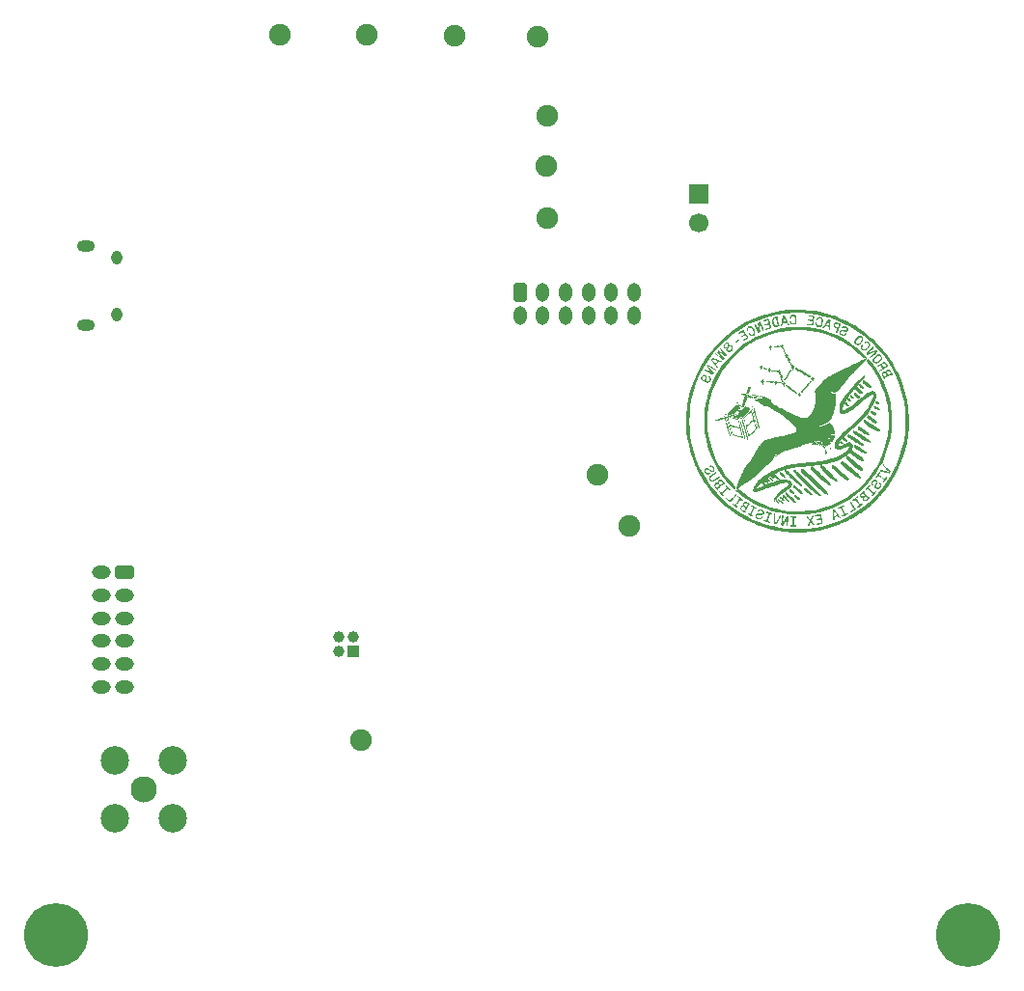
<source format=gbr>
%TF.GenerationSoftware,KiCad,Pcbnew,9.0.4*%
%TF.CreationDate,2025-10-16T15:09:17-07:00*%
%TF.ProjectId,Cygnet Skywalker v1,4379676e-6574-4205-936b-7977616c6b65,rev?*%
%TF.SameCoordinates,Original*%
%TF.FileFunction,Soldermask,Bot*%
%TF.FilePolarity,Negative*%
%FSLAX46Y46*%
G04 Gerber Fmt 4.6, Leading zero omitted, Abs format (unit mm)*
G04 Created by KiCad (PCBNEW 9.0.4) date 2025-10-16 15:09:17*
%MOMM*%
%LPD*%
G01*
G04 APERTURE LIST*
G04 Aperture macros list*
%AMRoundRect*
0 Rectangle with rounded corners*
0 $1 Rounding radius*
0 $2 $3 $4 $5 $6 $7 $8 $9 X,Y pos of 4 corners*
0 Add a 4 corners polygon primitive as box body*
4,1,4,$2,$3,$4,$5,$6,$7,$8,$9,$2,$3,0*
0 Add four circle primitives for the rounded corners*
1,1,$1+$1,$2,$3*
1,1,$1+$1,$4,$5*
1,1,$1+$1,$6,$7*
1,1,$1+$1,$8,$9*
0 Add four rect primitives between the rounded corners*
20,1,$1+$1,$2,$3,$4,$5,0*
20,1,$1+$1,$4,$5,$6,$7,0*
20,1,$1+$1,$6,$7,$8,$9,0*
20,1,$1+$1,$8,$9,$2,$3,0*%
G04 Aperture macros list end*
%ADD10C,0.000000*%
%ADD11C,1.900000*%
%ADD12C,2.300000*%
%ADD13C,2.500000*%
%ADD14RoundRect,0.250000X-0.575000X0.350000X-0.575000X-0.350000X0.575000X-0.350000X0.575000X0.350000X0*%
%ADD15O,1.650000X1.200000*%
%ADD16R,1.700000X1.700000*%
%ADD17C,1.700000*%
%ADD18C,5.600000*%
%ADD19R,1.000000X1.000000*%
%ADD20C,1.000000*%
%ADD21RoundRect,0.250000X-0.350000X-0.575000X0.350000X-0.575000X0.350000X0.575000X-0.350000X0.575000X0*%
%ADD22O,1.200000X1.650000*%
%ADD23O,1.550000X1.000000*%
%ADD24O,0.950000X1.250000*%
G04 APERTURE END LIST*
D10*
%TO.C,G\u002A\u002A\u002A*%
G36*
X243112585Y-111278627D02*
G01*
X243102326Y-111288885D01*
X243092068Y-111278627D01*
X243102326Y-111268368D01*
X243112585Y-111278627D01*
G37*
G36*
X244405154Y-110252779D02*
G01*
X244394895Y-110263037D01*
X244384637Y-110252779D01*
X244394895Y-110242520D01*
X244405154Y-110252779D01*
G37*
G36*
X244425671Y-110683635D02*
G01*
X244415412Y-110693893D01*
X244405154Y-110683635D01*
X244415412Y-110673376D01*
X244425671Y-110683635D01*
G37*
G36*
X244569289Y-110581050D02*
G01*
X244559031Y-110591308D01*
X244548772Y-110581050D01*
X244559031Y-110570791D01*
X244569289Y-110581050D01*
G37*
G36*
X244794976Y-110355363D02*
G01*
X244784717Y-110365622D01*
X244774459Y-110355363D01*
X244784717Y-110345105D01*
X244794976Y-110355363D01*
G37*
G36*
X244897561Y-110047609D02*
G01*
X244887302Y-110057867D01*
X244877044Y-110047609D01*
X244887302Y-110037350D01*
X244897561Y-110047609D01*
G37*
G36*
X245020662Y-110416914D02*
G01*
X245010404Y-110427173D01*
X245000146Y-110416914D01*
X245010404Y-110406656D01*
X245020662Y-110416914D01*
G37*
G36*
X245123247Y-108816591D02*
G01*
X245112989Y-108826850D01*
X245102730Y-108816591D01*
X245112989Y-108806333D01*
X245123247Y-108816591D01*
G37*
G36*
X245266866Y-110416914D02*
G01*
X245256608Y-110427173D01*
X245246349Y-110416914D01*
X245256608Y-110406656D01*
X245266866Y-110416914D01*
G37*
G36*
X245266866Y-110622084D02*
G01*
X245256608Y-110632342D01*
X245246349Y-110622084D01*
X245256608Y-110611825D01*
X245266866Y-110622084D01*
G37*
G36*
X245410485Y-110355363D02*
G01*
X245400226Y-110365622D01*
X245389968Y-110355363D01*
X245400226Y-110345105D01*
X245410485Y-110355363D01*
G37*
G36*
X245759273Y-110847770D02*
G01*
X245749015Y-110858029D01*
X245738756Y-110847770D01*
X245749015Y-110837512D01*
X245759273Y-110847770D01*
G37*
G36*
X246538918Y-110622084D02*
G01*
X246528659Y-110632342D01*
X246518401Y-110622084D01*
X246528659Y-110611825D01*
X246538918Y-110622084D01*
G37*
G36*
X251216785Y-113986866D02*
G01*
X251206527Y-113997124D01*
X251196268Y-113986866D01*
X251206527Y-113976607D01*
X251216785Y-113986866D01*
G37*
G36*
X243905907Y-110269876D02*
G01*
X243909117Y-110276047D01*
X243892230Y-110283554D01*
X243881368Y-110282073D01*
X243878552Y-110269876D01*
X243881559Y-110267421D01*
X243905907Y-110269876D01*
G37*
G36*
X244377798Y-110516080D02*
G01*
X244381007Y-110522251D01*
X244364120Y-110529758D01*
X244353258Y-110528277D01*
X244350442Y-110516080D01*
X244353449Y-110513624D01*
X244377798Y-110516080D01*
G37*
G36*
X243186353Y-111183130D02*
G01*
X243180020Y-111192245D01*
X243162666Y-111206817D01*
X243159798Y-111206618D01*
X243155280Y-111194741D01*
X243177306Y-111174083D01*
X243188772Y-111169091D01*
X243186353Y-111183130D01*
G37*
G36*
X244220501Y-110179758D02*
G01*
X244219712Y-110185714D01*
X244199984Y-110201486D01*
X244195341Y-110201251D01*
X244179467Y-110192439D01*
X244180411Y-110189147D01*
X244199984Y-110170711D01*
X244207931Y-110167505D01*
X244220501Y-110179758D01*
G37*
G36*
X250318783Y-113813260D02*
G01*
X250334556Y-113832989D01*
X250334321Y-113837632D01*
X250325508Y-113853506D01*
X250322217Y-113852561D01*
X250303780Y-113832989D01*
X250300575Y-113825041D01*
X250312828Y-113812472D01*
X250318783Y-113813260D01*
G37*
G36*
X242959185Y-111296845D02*
G01*
X242965412Y-111318291D01*
X242933062Y-111336293D01*
X242913458Y-111341572D01*
X242892028Y-111348056D01*
X242889126Y-111342496D01*
X242886898Y-111311323D01*
X242895152Y-111283899D01*
X242927932Y-111282940D01*
X242959185Y-111296845D01*
G37*
G36*
X252287504Y-113574190D02*
G01*
X252293574Y-113621013D01*
X252289048Y-113690215D01*
X252276668Y-113781696D01*
X252247805Y-113711271D01*
X252240153Y-113691346D01*
X252229738Y-113637498D01*
X252242740Y-113588616D01*
X252253354Y-113569129D01*
X252273282Y-113555108D01*
X252287504Y-113574190D01*
G37*
G36*
X244428883Y-111457215D02*
G01*
X244489769Y-111478440D01*
X244443885Y-111527281D01*
X244422518Y-111550181D01*
X244398058Y-111570930D01*
X244374688Y-111570198D01*
X244333972Y-111552158D01*
X244281376Y-111528194D01*
X244324687Y-111482092D01*
X244345448Y-111461991D01*
X244380660Y-111446664D01*
X244428883Y-111457215D01*
G37*
G36*
X245419570Y-110463917D02*
G01*
X245460936Y-110477104D01*
X245469630Y-110492605D01*
X245452095Y-110518805D01*
X245428758Y-110535949D01*
X245372232Y-110536931D01*
X245360365Y-110534048D01*
X245319000Y-110520860D01*
X245310306Y-110505359D01*
X245327841Y-110479159D01*
X245351178Y-110462015D01*
X245407703Y-110461033D01*
X245419570Y-110463917D01*
G37*
G36*
X251611368Y-113880928D02*
G01*
X251683546Y-113914832D01*
X251711953Y-113936108D01*
X251743926Y-113978762D01*
X251749244Y-114018534D01*
X251724580Y-114044882D01*
X251721417Y-114046024D01*
X251672395Y-114046102D01*
X251617476Y-114024046D01*
X251568055Y-113988006D01*
X251535523Y-113946134D01*
X251531275Y-113906581D01*
X251559505Y-113878575D01*
X251611368Y-113880928D01*
G37*
G36*
X243061379Y-111756818D02*
G01*
X243058122Y-111791466D01*
X243042436Y-111799356D01*
X243022454Y-111769356D01*
X243014636Y-111745877D01*
X243013778Y-111730000D01*
X243030517Y-111730000D01*
X243040776Y-111740258D01*
X243051034Y-111730000D01*
X243040776Y-111719741D01*
X243030517Y-111730000D01*
X243013778Y-111730000D01*
X243012665Y-111709397D01*
X243034032Y-111703816D01*
X243049082Y-111717622D01*
X243052965Y-111730000D01*
X243061379Y-111756818D01*
G37*
G36*
X245396151Y-109376738D02*
G01*
X245476961Y-109385762D01*
X245525021Y-109398979D01*
X245548134Y-109420015D01*
X245554104Y-109452495D01*
X245551071Y-109483146D01*
X245532933Y-109495723D01*
X245487423Y-109490579D01*
X245469735Y-109487056D01*
X245390408Y-109463347D01*
X245337441Y-109433386D01*
X245318158Y-109401048D01*
X245318919Y-109394097D01*
X245338521Y-109377530D01*
X245389968Y-109376241D01*
X245396151Y-109376738D01*
G37*
G36*
X244463586Y-109386557D02*
G01*
X244521974Y-109402444D01*
X244587863Y-109424839D01*
X244649490Y-109449382D01*
X244695093Y-109471713D01*
X244712908Y-109487471D01*
X244706632Y-109496913D01*
X244677003Y-109493380D01*
X244666394Y-109489211D01*
X244616146Y-109471447D01*
X244553754Y-109451088D01*
X244548804Y-109449527D01*
X244477737Y-109424535D01*
X244430234Y-109402944D01*
X244411518Y-109387620D01*
X244426816Y-109381432D01*
X244463586Y-109386557D01*
G37*
G36*
X246443627Y-107047701D02*
G01*
X246531686Y-107081312D01*
X246546710Y-107088432D01*
X246614949Y-107125079D01*
X246651296Y-107155420D01*
X246662019Y-107184415D01*
X246662010Y-107185519D01*
X246645641Y-107217759D01*
X246601237Y-107225644D01*
X246533429Y-107209494D01*
X246446848Y-107169626D01*
X246418219Y-107153047D01*
X246357037Y-107106918D01*
X246332270Y-107069901D01*
X246340636Y-107045413D01*
X246378849Y-107036874D01*
X246443627Y-107047701D01*
G37*
G36*
X248012021Y-108026689D02*
G01*
X248048986Y-108042518D01*
X248074632Y-108093368D01*
X248080871Y-108114031D01*
X248104176Y-108206031D01*
X248113858Y-108274954D01*
X248108775Y-108313425D01*
X248083968Y-108331134D01*
X248054561Y-108315573D01*
X248025250Y-108271176D01*
X247999863Y-108203817D01*
X247982231Y-108119368D01*
X247979129Y-108095557D01*
X247976655Y-108050195D01*
X247986400Y-108030789D01*
X248011759Y-108026688D01*
X248012021Y-108026689D01*
G37*
G36*
X253199716Y-113487705D02*
G01*
X253245909Y-113514225D01*
X253289176Y-113559054D01*
X253324114Y-113612919D01*
X253345317Y-113666547D01*
X253347382Y-113710667D01*
X253324903Y-113736007D01*
X253317136Y-113737971D01*
X253265924Y-113730960D01*
X253204696Y-113701670D01*
X253145742Y-113658741D01*
X253101356Y-113610815D01*
X253083829Y-113566533D01*
X253088417Y-113540473D01*
X253121830Y-113499915D01*
X253178133Y-113484200D01*
X253199716Y-113487705D01*
G37*
G36*
X247563043Y-118680184D02*
G01*
X247635966Y-118738172D01*
X247656314Y-118757627D01*
X247717713Y-118830358D01*
X247746223Y-118892604D01*
X247739881Y-118940546D01*
X247729481Y-118954851D01*
X247713535Y-118959818D01*
X247683444Y-118949511D01*
X247628080Y-118922095D01*
X247556137Y-118875854D01*
X247499618Y-118821542D01*
X247462157Y-118765980D01*
X247447054Y-118715819D01*
X247457612Y-118677709D01*
X247497132Y-118658302D01*
X247508918Y-118658102D01*
X247563043Y-118680184D01*
G37*
G36*
X253880789Y-109742853D02*
G01*
X253941336Y-109788467D01*
X253995036Y-109846343D01*
X254033447Y-109909082D01*
X254048126Y-109969284D01*
X254041374Y-109999752D01*
X254012832Y-110034546D01*
X253980068Y-110043469D01*
X253918848Y-110029577D01*
X253851509Y-109985434D01*
X253785495Y-109914957D01*
X253769758Y-109893336D01*
X253731574Y-109819859D01*
X253730257Y-109762971D01*
X253765711Y-109721731D01*
X253772918Y-109718012D01*
X253821835Y-109716902D01*
X253880789Y-109742853D01*
G37*
G36*
X256293313Y-109944541D02*
G01*
X256355846Y-109977437D01*
X256435027Y-110043470D01*
X256492543Y-110102217D01*
X256523819Y-110151730D01*
X256524538Y-110192795D01*
X256496954Y-110232280D01*
X256486691Y-110241047D01*
X256434868Y-110255775D01*
X256364808Y-110237043D01*
X256274417Y-110184400D01*
X256225557Y-110145625D01*
X256177520Y-110084008D01*
X256167456Y-110025397D01*
X256196424Y-109972664D01*
X256197170Y-109971923D01*
X256242173Y-109943223D01*
X256293313Y-109944541D01*
G37*
G36*
X244095040Y-110152705D02*
G01*
X244064987Y-110179825D01*
X244012682Y-110198580D01*
X243947506Y-110183986D01*
X243925233Y-110172843D01*
X243924553Y-110156183D01*
X243929273Y-110150194D01*
X243974297Y-110150194D01*
X243984556Y-110160452D01*
X243994814Y-110150194D01*
X243984556Y-110139935D01*
X243974297Y-110150194D01*
X243929273Y-110150194D01*
X243950987Y-110122639D01*
X243972988Y-110100615D01*
X244010322Y-110084938D01*
X244066192Y-110089916D01*
X244140867Y-110103925D01*
X244097399Y-110150194D01*
X244095040Y-110152705D01*
G37*
G36*
X247007133Y-116698293D02*
G01*
X247079839Y-116760961D01*
X247135225Y-116819118D01*
X247197774Y-116899414D01*
X247224949Y-116960587D01*
X247216512Y-117002215D01*
X247210177Y-117008938D01*
X247179076Y-117021375D01*
X247136845Y-117007377D01*
X247079142Y-116964701D01*
X247001623Y-116891101D01*
X246974195Y-116862848D01*
X246921918Y-116802699D01*
X246895703Y-116758517D01*
X246891051Y-116723482D01*
X246891627Y-116719739D01*
X246911628Y-116677404D01*
X246950596Y-116670348D01*
X247007133Y-116698293D01*
G37*
G36*
X247903284Y-118349484D02*
G01*
X247961031Y-118378307D01*
X248026124Y-118431245D01*
X248090604Y-118499308D01*
X248146514Y-118573504D01*
X248185896Y-118644843D01*
X248200792Y-118704335D01*
X248196844Y-118734009D01*
X248172316Y-118758570D01*
X248126656Y-118750239D01*
X248061376Y-118709476D01*
X247977991Y-118636738D01*
X247939684Y-118598235D01*
X247870331Y-118516163D01*
X247829085Y-118446797D01*
X247816974Y-118393317D01*
X247835023Y-118358899D01*
X247884260Y-118346720D01*
X247903284Y-118349484D01*
G37*
G36*
X252294735Y-113999399D02*
G01*
X252305697Y-114011731D01*
X252314395Y-114035497D01*
X252307290Y-114071209D01*
X252283300Y-114131340D01*
X252266546Y-114168803D01*
X252238727Y-114224781D01*
X252218429Y-114258030D01*
X252216927Y-114259825D01*
X252189483Y-114284683D01*
X252179642Y-114274970D01*
X252187536Y-114233146D01*
X252213295Y-114161668D01*
X252236364Y-114100830D01*
X252255715Y-114040326D01*
X252263150Y-114003394D01*
X252263462Y-113990742D01*
X252270572Y-113979012D01*
X252294735Y-113999399D01*
G37*
G36*
X248741262Y-117695031D02*
G01*
X248814698Y-117733206D01*
X248894637Y-117807318D01*
X248978163Y-117914943D01*
X249023126Y-117984063D01*
X249053423Y-118042340D01*
X249061211Y-118081317D01*
X249048826Y-118107356D01*
X249031773Y-118118225D01*
X248987605Y-118116093D01*
X248924812Y-118083700D01*
X248840376Y-118019776D01*
X248828265Y-118009566D01*
X248743289Y-117928763D01*
X248682131Y-117853616D01*
X248646408Y-117788155D01*
X248637739Y-117736409D01*
X248657741Y-117702407D01*
X248708033Y-117690178D01*
X248741262Y-117695031D01*
G37*
G36*
X249240788Y-118217340D02*
G01*
X249322545Y-118274670D01*
X249414083Y-118364810D01*
X249468952Y-118428989D01*
X249533605Y-118519484D01*
X249567317Y-118591421D01*
X249568724Y-118642351D01*
X249549994Y-118665457D01*
X249505751Y-118671768D01*
X249444797Y-118652088D01*
X249372506Y-118609722D01*
X249294250Y-118547974D01*
X249215403Y-118470147D01*
X249141338Y-118379547D01*
X249121974Y-118351501D01*
X249089152Y-118284883D01*
X249090033Y-118236496D01*
X249124293Y-118202974D01*
X249171515Y-118194329D01*
X249240788Y-118217340D01*
G37*
G36*
X249532519Y-109247447D02*
G01*
X249562616Y-109300824D01*
X249608399Y-109352036D01*
X249660590Y-109395074D01*
X249599001Y-109456663D01*
X249591830Y-109464220D01*
X249548440Y-109527223D01*
X249523395Y-109592969D01*
X249510905Y-109639636D01*
X249495320Y-109655352D01*
X249479682Y-109631208D01*
X249465337Y-109567787D01*
X249446813Y-109506612D01*
X249390245Y-109434802D01*
X249328050Y-109382469D01*
X249390386Y-109350233D01*
X249442565Y-109308160D01*
X249480776Y-109251947D01*
X249508830Y-109185896D01*
X249532519Y-109247447D01*
G37*
G36*
X254062334Y-109420347D02*
G01*
X254134842Y-109463183D01*
X254218933Y-109543674D01*
X254244365Y-109574589D01*
X254285410Y-109648874D01*
X254294357Y-109715045D01*
X254269709Y-109766527D01*
X254263920Y-109772039D01*
X254233106Y-109788656D01*
X254194416Y-109782017D01*
X254135944Y-109750715D01*
X254109649Y-109732224D01*
X254051191Y-109676571D01*
X253998425Y-109609787D01*
X253960244Y-109543990D01*
X253945541Y-109491294D01*
X253953474Y-109458760D01*
X253986390Y-109421941D01*
X254002283Y-109415624D01*
X254062334Y-109420347D01*
G37*
G36*
X243099411Y-111106250D02*
G01*
X243101492Y-111119535D01*
X243077638Y-111154880D01*
X243062512Y-111171789D01*
X243017298Y-111199450D01*
X242971332Y-111206463D01*
X242939885Y-111189042D01*
X242943104Y-111167489D01*
X242969450Y-111134570D01*
X242979036Y-111126515D01*
X243005043Y-111114844D01*
X243008175Y-111130061D01*
X242984354Y-111164093D01*
X242975402Y-111173918D01*
X242974290Y-111180331D01*
X243003544Y-111164090D01*
X243030747Y-111141964D01*
X243038238Y-111120643D01*
X243041255Y-111110511D01*
X243071298Y-111104233D01*
X243099411Y-111106250D01*
G37*
G36*
X245063744Y-109584619D02*
G01*
X245132324Y-109611046D01*
X245231415Y-109658946D01*
X245251015Y-109668928D01*
X245334063Y-109711283D01*
X245387603Y-109739397D01*
X245417452Y-109757170D01*
X245429427Y-109768503D01*
X245429345Y-109777300D01*
X245423022Y-109787459D01*
X245400481Y-109791868D01*
X245350299Y-109781215D01*
X245282217Y-109758702D01*
X245205573Y-109728307D01*
X245129706Y-109694003D01*
X245063953Y-109659769D01*
X245017654Y-109629579D01*
X245000146Y-109607410D01*
X245002494Y-109592703D01*
X245021769Y-109578795D01*
X245063744Y-109584619D01*
G37*
G36*
X248082650Y-105267091D02*
G01*
X248114248Y-105305324D01*
X248155747Y-105372359D01*
X248203220Y-105462180D01*
X248252883Y-105564757D01*
X248300172Y-105670950D01*
X248328941Y-105749620D01*
X248340709Y-105805074D01*
X248336994Y-105841622D01*
X248334228Y-105848269D01*
X248313025Y-105872171D01*
X248284894Y-105862700D01*
X248248577Y-105818388D01*
X248202813Y-105737765D01*
X248146340Y-105619362D01*
X248094259Y-105498101D01*
X248054617Y-105388214D01*
X248037665Y-105312129D01*
X248043367Y-105269664D01*
X248071682Y-105260635D01*
X248082650Y-105267091D01*
G37*
G36*
X254854875Y-108464139D02*
G01*
X254907501Y-108497171D01*
X254968678Y-108551014D01*
X255031728Y-108617818D01*
X255089975Y-108689735D01*
X255136740Y-108758917D01*
X255165347Y-108817515D01*
X255169119Y-108857680D01*
X255169006Y-108857970D01*
X255139976Y-108883721D01*
X255088181Y-108882678D01*
X255019747Y-108857123D01*
X254940802Y-108809337D01*
X254857474Y-108741603D01*
X254787507Y-108670469D01*
X254746359Y-108608937D01*
X254736625Y-108556002D01*
X254755889Y-108506067D01*
X254787814Y-108473565D01*
X254828702Y-108457544D01*
X254854875Y-108464139D01*
G37*
G36*
X255921003Y-110822704D02*
G01*
X256013509Y-110874145D01*
X256130598Y-110956361D01*
X256140379Y-110963811D01*
X256197708Y-111013207D01*
X256228105Y-111055539D01*
X256239755Y-111101708D01*
X256238027Y-111150092D01*
X256210929Y-111208736D01*
X256175251Y-111237724D01*
X256132149Y-111243813D01*
X256077658Y-111221485D01*
X256004209Y-111169296D01*
X255992972Y-111160336D01*
X255886151Y-111065566D01*
X255814582Y-110981800D01*
X255778903Y-110910271D01*
X255779754Y-110852217D01*
X255817774Y-110808873D01*
X255853665Y-110802314D01*
X255921003Y-110822704D01*
G37*
G36*
X245710337Y-109437267D02*
G01*
X245782724Y-109459001D01*
X245860903Y-109487385D01*
X245949132Y-109525653D01*
X246028628Y-109565903D01*
X246089369Y-109603021D01*
X246121335Y-109631889D01*
X246120177Y-109644553D01*
X246085624Y-109638489D01*
X246062114Y-109631608D01*
X246001237Y-109614841D01*
X245918982Y-109592845D01*
X245826309Y-109568577D01*
X245797306Y-109560995D01*
X245708226Y-109535885D01*
X245652639Y-109515116D01*
X245625275Y-109495298D01*
X245620864Y-109473039D01*
X245634136Y-109444949D01*
X245643145Y-109435123D01*
X245666899Y-109429599D01*
X245710337Y-109437267D01*
G37*
G36*
X246200840Y-106810331D02*
G01*
X246235598Y-106866287D01*
X246283654Y-106916049D01*
X246340976Y-106961139D01*
X246296211Y-106992493D01*
X246292445Y-106995228D01*
X246242885Y-107048832D01*
X246205139Y-107118503D01*
X246190129Y-107184474D01*
X246190121Y-107186497D01*
X246184086Y-107222220D01*
X246170394Y-107223688D01*
X246154233Y-107195389D01*
X246140793Y-107141810D01*
X246123007Y-107080295D01*
X246068667Y-107002372D01*
X246010088Y-106947651D01*
X246070252Y-106913122D01*
X246118568Y-106870727D01*
X246152881Y-106814147D01*
X246175347Y-106749701D01*
X246200840Y-106810331D01*
G37*
G36*
X244177986Y-104588006D02*
G01*
X244199329Y-104619648D01*
X244204130Y-104630830D01*
X244203389Y-104653006D01*
X244184654Y-104680267D01*
X244142811Y-104718895D01*
X244072748Y-104775171D01*
X244013202Y-104821164D01*
X243963605Y-104856319D01*
X243932706Y-104871423D01*
X243913326Y-104869742D01*
X243898287Y-104854542D01*
X243882555Y-104830556D01*
X243872397Y-104806733D01*
X243872484Y-104806326D01*
X243889708Y-104788501D01*
X243930444Y-104754092D01*
X243985551Y-104710144D01*
X244045888Y-104663701D01*
X244102313Y-104621807D01*
X244145684Y-104591504D01*
X244166861Y-104579838D01*
X244177986Y-104588006D01*
G37*
G36*
X245550841Y-109572255D02*
G01*
X245613863Y-109582682D01*
X245687574Y-109597710D01*
X245760595Y-109614936D01*
X245821551Y-109631957D01*
X245859061Y-109646371D01*
X245871881Y-109655061D01*
X245869499Y-109667091D01*
X245830793Y-109678905D01*
X245814639Y-109682767D01*
X245748563Y-109700012D01*
X245677205Y-109720115D01*
X245663222Y-109724198D01*
X245594531Y-109742220D01*
X245555350Y-109745942D01*
X245537697Y-109734675D01*
X245533587Y-109707730D01*
X245529778Y-109676939D01*
X245511407Y-109623905D01*
X245500183Y-109595621D01*
X245500940Y-109570751D01*
X245509887Y-109568830D01*
X245550841Y-109572255D01*
G37*
G36*
X247659856Y-118517043D02*
G01*
X247725971Y-118550432D01*
X247815033Y-118616437D01*
X247899778Y-118687195D01*
X248011131Y-118786838D01*
X248092640Y-118869450D01*
X248142713Y-118933364D01*
X248159758Y-118976916D01*
X248159109Y-118991189D01*
X248150048Y-119016606D01*
X248127603Y-119022807D01*
X248088338Y-119008161D01*
X248028814Y-118971036D01*
X247945596Y-118909800D01*
X247835247Y-118822821D01*
X247831836Y-118820081D01*
X247728191Y-118734059D01*
X247655590Y-118666858D01*
X247610893Y-118614838D01*
X247590957Y-118574362D01*
X247592642Y-118541790D01*
X247615338Y-118515815D01*
X247659856Y-118517043D01*
G37*
G36*
X253443909Y-113180231D02*
G01*
X253513730Y-113211736D01*
X253590787Y-113270163D01*
X253666333Y-113349459D01*
X253690200Y-113380277D01*
X253731160Y-113452573D01*
X253735870Y-113506950D01*
X253704467Y-113544108D01*
X253689492Y-113552194D01*
X253648435Y-113563756D01*
X253601746Y-113555310D01*
X253535302Y-113525285D01*
X253519878Y-113516856D01*
X253461470Y-113477990D01*
X253399912Y-113429152D01*
X253344470Y-113378611D01*
X253304411Y-113334634D01*
X253288998Y-113305491D01*
X253298997Y-113274708D01*
X253332768Y-113229888D01*
X253376687Y-113192249D01*
X253416297Y-113176446D01*
X253443909Y-113180231D01*
G37*
G36*
X247870538Y-116192508D02*
G01*
X247904829Y-116202082D01*
X247949108Y-116230720D01*
X248008810Y-116282568D01*
X248089367Y-116361775D01*
X248103593Y-116376310D01*
X248207422Y-116489366D01*
X248277236Y-116580259D01*
X248313271Y-116649339D01*
X248315763Y-116696957D01*
X248303240Y-116712740D01*
X248265019Y-116725880D01*
X248236779Y-116718999D01*
X248177851Y-116687033D01*
X248104859Y-116634978D01*
X248025278Y-116569461D01*
X247946581Y-116497107D01*
X247876244Y-116424542D01*
X247821741Y-116358392D01*
X247790547Y-116305283D01*
X247785692Y-116250861D01*
X247813423Y-116208817D01*
X247867545Y-116192439D01*
X247870538Y-116192508D01*
G37*
G36*
X248158006Y-118209113D02*
G01*
X248199858Y-118230549D01*
X248253381Y-118272540D01*
X248326287Y-118340213D01*
X248420074Y-118434839D01*
X248506941Y-118531773D01*
X248573691Y-118617089D01*
X248616526Y-118685897D01*
X248631648Y-118733309D01*
X248630439Y-118747866D01*
X248609938Y-118775629D01*
X248565533Y-118773314D01*
X248499106Y-118741973D01*
X248412540Y-118682658D01*
X248307715Y-118596422D01*
X248186512Y-118484318D01*
X248153842Y-118451390D01*
X248085803Y-118369837D01*
X248047714Y-118301295D01*
X248040266Y-118248701D01*
X248064156Y-118214991D01*
X248120075Y-118203102D01*
X248120108Y-118203102D01*
X248158006Y-118209113D01*
G37*
G36*
X256168158Y-110392145D02*
G01*
X256249266Y-110435257D01*
X256358309Y-110501684D01*
X256388685Y-110520940D01*
X256491477Y-110590545D01*
X256560384Y-110646854D01*
X256598133Y-110692977D01*
X256607453Y-110732023D01*
X256591068Y-110767102D01*
X256588370Y-110770150D01*
X256549255Y-110789888D01*
X256487638Y-110787229D01*
X256399992Y-110761545D01*
X256282792Y-110712207D01*
X256195279Y-110665314D01*
X256114323Y-110608340D01*
X256052546Y-110550098D01*
X256016103Y-110496455D01*
X256011149Y-110453278D01*
X256016870Y-110438026D01*
X256039340Y-110395286D01*
X256068504Y-110372900D01*
X256109674Y-110371605D01*
X256168158Y-110392145D01*
G37*
G36*
X247715415Y-105132576D02*
G01*
X247756895Y-105151022D01*
X247769935Y-105183298D01*
X247769246Y-105192964D01*
X247754362Y-105221218D01*
X247715698Y-105242470D01*
X247647501Y-105259006D01*
X247544022Y-105273112D01*
X247516406Y-105276164D01*
X247435242Y-105284978D01*
X247370923Y-105291741D01*
X247335416Y-105295186D01*
X247326225Y-105295163D01*
X247283886Y-105277958D01*
X247253913Y-105243066D01*
X247249888Y-105204835D01*
X247252493Y-105198885D01*
X247266338Y-105182321D01*
X247293419Y-105169451D01*
X247340652Y-105158520D01*
X247414954Y-105147773D01*
X247523238Y-105135455D01*
X247532976Y-105134432D01*
X247641955Y-105127275D01*
X247715415Y-105132576D01*
G37*
G36*
X246904272Y-108221284D02*
G01*
X246930181Y-108221961D01*
X247033866Y-108225827D01*
X247122743Y-108230908D01*
X247188070Y-108236623D01*
X247221107Y-108242389D01*
X247247248Y-108260614D01*
X247253498Y-108298495D01*
X247222936Y-108345070D01*
X247213955Y-108353039D01*
X247171219Y-108370095D01*
X247104963Y-108367625D01*
X247082657Y-108364875D01*
X247010640Y-108357621D01*
X246918682Y-108349729D01*
X246821217Y-108342476D01*
X246738767Y-108335355D01*
X246651054Y-108321358D01*
X246600158Y-108302137D01*
X246583658Y-108276618D01*
X246599135Y-108243723D01*
X246614287Y-108232980D01*
X246647036Y-108224702D01*
X246702152Y-108220298D01*
X246785832Y-108219310D01*
X246904272Y-108221284D01*
G37*
G36*
X246903646Y-107037600D02*
G01*
X246908301Y-107052937D01*
X246936577Y-107101742D01*
X246979746Y-107153063D01*
X247048192Y-107221509D01*
X246989411Y-107264967D01*
X246950119Y-107304561D01*
X246916732Y-107385448D01*
X246914538Y-107397147D01*
X246902490Y-107450053D01*
X246891968Y-107481243D01*
X246886337Y-107481426D01*
X246872473Y-107455011D01*
X246856560Y-107403357D01*
X246848859Y-107377878D01*
X246816445Y-107305728D01*
X246777452Y-107249746D01*
X246722887Y-107192792D01*
X246777694Y-107163496D01*
X246782803Y-107160539D01*
X246828330Y-107118626D01*
X246864246Y-107062391D01*
X246867834Y-107054312D01*
X246886950Y-107015652D01*
X246897072Y-107011223D01*
X246903646Y-107037600D01*
G37*
G36*
X247009863Y-105082504D02*
G01*
X247042252Y-105139641D01*
X247088395Y-105190899D01*
X247088526Y-105191009D01*
X247123531Y-105223294D01*
X247128979Y-105242130D01*
X247108119Y-105258679D01*
X247101964Y-105262884D01*
X247066522Y-105303067D01*
X247030130Y-105362997D01*
X247001658Y-105426310D01*
X246989977Y-105476638D01*
X246989911Y-105481273D01*
X246985643Y-105501202D01*
X246969774Y-105482585D01*
X246958188Y-105455852D01*
X246949571Y-105404068D01*
X246947784Y-105391365D01*
X246925348Y-105342847D01*
X246885506Y-105292575D01*
X246821755Y-105228824D01*
X246877712Y-105188062D01*
X246923484Y-105142708D01*
X246960387Y-105084126D01*
X246987105Y-105020953D01*
X247009863Y-105082504D01*
G37*
G36*
X247995622Y-104966665D02*
G01*
X247995835Y-104970484D01*
X248012280Y-105011716D01*
X248046445Y-105058700D01*
X248086324Y-105097274D01*
X248119914Y-105113279D01*
X248124011Y-105115448D01*
X248114456Y-105135906D01*
X248081847Y-105170947D01*
X248070878Y-105182130D01*
X248025519Y-105245945D01*
X247993792Y-105316468D01*
X247967470Y-105404321D01*
X247941931Y-105317826D01*
X247936956Y-105302693D01*
X247903951Y-105232709D01*
X247863598Y-105176224D01*
X247810803Y-105121119D01*
X247872147Y-105075766D01*
X247877435Y-105071705D01*
X247921303Y-105026045D01*
X247946263Y-104979520D01*
X247950313Y-104965882D01*
X247969302Y-104933980D01*
X247987496Y-104933436D01*
X247995622Y-104966665D01*
G37*
G36*
X244833071Y-109494109D02*
G01*
X244894644Y-109507957D01*
X244949278Y-109524588D01*
X244996615Y-109542585D01*
X244914230Y-109774580D01*
X244877525Y-109878268D01*
X244830208Y-110012508D01*
X244781292Y-110151761D01*
X244736970Y-110278425D01*
X244735585Y-110282386D01*
X244694967Y-110392969D01*
X244659970Y-110477420D01*
X244632579Y-110531326D01*
X244614777Y-110550275D01*
X244578697Y-110547099D01*
X244520928Y-110534524D01*
X244465289Y-110516397D01*
X244424518Y-110497063D01*
X244411353Y-110480869D01*
X244417554Y-110463549D01*
X244436044Y-110411419D01*
X244464676Y-110330492D01*
X244501510Y-110226254D01*
X244544606Y-110104191D01*
X244592026Y-109969788D01*
X244764200Y-109481628D01*
X244833071Y-109494109D01*
G37*
G36*
X248195219Y-108311024D02*
G01*
X248197067Y-108314742D01*
X248233921Y-108369982D01*
X248275810Y-108410241D01*
X248323475Y-108441472D01*
X248263308Y-108497676D01*
X248255536Y-108505321D01*
X248213888Y-108559800D01*
X248189995Y-108613426D01*
X248178394Y-108661404D01*
X248166182Y-108703748D01*
X248159644Y-108707632D01*
X248145434Y-108684027D01*
X248128910Y-108632641D01*
X248127553Y-108627586D01*
X248093264Y-108543255D01*
X248046595Y-108482840D01*
X248038226Y-108475507D01*
X248007112Y-108444857D01*
X247998384Y-108429766D01*
X247998953Y-108429381D01*
X248021860Y-108414731D01*
X248063218Y-108388711D01*
X248108745Y-108348501D01*
X248141424Y-108297926D01*
X248162292Y-108243038D01*
X248195219Y-108311024D01*
G37*
G36*
X250038511Y-117596382D02*
G01*
X250064123Y-117606523D01*
X250126497Y-117644602D01*
X250205218Y-117703217D01*
X250293156Y-117776100D01*
X250383177Y-117856982D01*
X250468150Y-117939596D01*
X250540943Y-118017674D01*
X250594423Y-118084946D01*
X250595441Y-118086417D01*
X250626502Y-118136507D01*
X250633964Y-118168201D01*
X250620850Y-118193979D01*
X250600375Y-118209891D01*
X250553295Y-118214283D01*
X250487102Y-118191633D01*
X250399868Y-118140937D01*
X250289666Y-118061193D01*
X250154568Y-117951399D01*
X250130563Y-117930975D01*
X250027898Y-117838633D01*
X249957382Y-117764786D01*
X249916741Y-117706812D01*
X249903700Y-117662086D01*
X249905804Y-117649379D01*
X249933896Y-117615806D01*
X249983091Y-117595723D01*
X250038511Y-117596382D01*
G37*
G36*
X250705329Y-107804667D02*
G01*
X250732302Y-107849871D01*
X250734298Y-107854462D01*
X250770590Y-107912469D01*
X250814991Y-107955643D01*
X250826491Y-107963334D01*
X250861288Y-107993285D01*
X250859671Y-108015330D01*
X250822337Y-108037211D01*
X250790325Y-108058872D01*
X250745014Y-108123335D01*
X250714617Y-108216470D01*
X250703504Y-108254212D01*
X250686375Y-108270383D01*
X250669167Y-108247956D01*
X250654525Y-108188175D01*
X250636801Y-108126744D01*
X250580093Y-108046583D01*
X250568311Y-108035433D01*
X250529559Y-107993795D01*
X250521880Y-107971655D01*
X250543532Y-107965137D01*
X250570198Y-107956166D01*
X250612152Y-107922917D01*
X250647782Y-107879086D01*
X250662827Y-107839670D01*
X250664989Y-107815865D01*
X250680564Y-107792990D01*
X250705329Y-107804667D01*
G37*
G36*
X255598486Y-111217366D02*
G01*
X255654649Y-111248949D01*
X255730601Y-111297036D01*
X255819921Y-111357047D01*
X255916183Y-111424402D01*
X256012965Y-111494522D01*
X256103842Y-111562827D01*
X256182392Y-111624740D01*
X256242191Y-111675679D01*
X256276814Y-111711065D01*
X256313927Y-111776083D01*
X256322145Y-111846773D01*
X256291554Y-111907908D01*
X256279609Y-111919344D01*
X256226754Y-111942120D01*
X256156042Y-111936437D01*
X256065346Y-111901549D01*
X255952537Y-111836711D01*
X255815487Y-111741178D01*
X255678962Y-111636049D01*
X255572995Y-111544998D01*
X255499662Y-111468994D01*
X255457058Y-111406057D01*
X255443280Y-111354208D01*
X255444245Y-111337629D01*
X255466925Y-111272897D01*
X255512077Y-111225323D01*
X255569501Y-111206817D01*
X255598486Y-111217366D01*
G37*
G36*
X248832187Y-107146893D02*
G01*
X248850045Y-107175574D01*
X248850906Y-107181917D01*
X248838389Y-107224720D01*
X248802339Y-107299481D01*
X248743281Y-107405289D01*
X248661738Y-107541237D01*
X248558232Y-107706413D01*
X248433287Y-107899911D01*
X248377060Y-107985059D01*
X248313318Y-108077195D01*
X248264747Y-108139273D01*
X248227924Y-108174328D01*
X248199426Y-108185393D01*
X248175830Y-108175501D01*
X248153713Y-108147688D01*
X248150449Y-108132770D01*
X248157917Y-108099658D01*
X248180124Y-108048796D01*
X248218581Y-107977572D01*
X248274802Y-107883375D01*
X248350297Y-107763592D01*
X248446578Y-107615613D01*
X248565157Y-107436825D01*
X248588048Y-107402717D01*
X248665943Y-107290600D01*
X248726778Y-107211276D01*
X248773080Y-107162428D01*
X248807374Y-107141739D01*
X248832187Y-107146893D01*
G37*
G36*
X249085722Y-117386440D02*
G01*
X249120722Y-117400207D01*
X249165535Y-117427226D01*
X249224170Y-117470477D01*
X249300633Y-117532942D01*
X249398933Y-117617601D01*
X249523075Y-117727435D01*
X249614616Y-117810694D01*
X249705029Y-117898740D01*
X249766466Y-117967843D01*
X249801223Y-118021027D01*
X249811599Y-118061315D01*
X249799892Y-118091732D01*
X249784692Y-118105379D01*
X249730085Y-118119819D01*
X249660171Y-118105285D01*
X249583636Y-118062933D01*
X249548222Y-118035868D01*
X249477052Y-117976895D01*
X249393940Y-117904100D01*
X249305034Y-117823282D01*
X249216483Y-117740241D01*
X249134434Y-117660777D01*
X249065036Y-117590688D01*
X249014437Y-117535773D01*
X248988786Y-117501834D01*
X248981333Y-117485810D01*
X248973032Y-117430289D01*
X248999847Y-117394939D01*
X249059887Y-117382921D01*
X249085722Y-117386440D01*
G37*
G36*
X251006018Y-113516400D02*
G01*
X251074088Y-113519703D01*
X251155774Y-113525313D01*
X251240854Y-113532426D01*
X251319106Y-113540235D01*
X251380307Y-113547934D01*
X251414235Y-113554719D01*
X251418680Y-113557546D01*
X251437015Y-113589167D01*
X251451657Y-113641569D01*
X251453139Y-113649147D01*
X251472219Y-113714947D01*
X251496655Y-113767682D01*
X251500127Y-113773187D01*
X251515995Y-113813236D01*
X251502883Y-113844620D01*
X251488154Y-113861188D01*
X251468038Y-113871212D01*
X251440489Y-113860091D01*
X251393116Y-113825688D01*
X251358907Y-113802316D01*
X251289692Y-113761601D01*
X251215399Y-113723384D01*
X251174442Y-113702209D01*
X251106874Y-113661066D01*
X251042710Y-113615893D01*
X250989949Y-113572889D01*
X250956588Y-113538251D01*
X250950623Y-113518177D01*
X250961786Y-113516211D01*
X251006018Y-113516400D01*
G37*
G36*
X254379362Y-109196156D02*
G01*
X254411313Y-109200819D01*
X254446793Y-109217504D01*
X254491924Y-109250700D01*
X254552826Y-109304898D01*
X254635623Y-109384587D01*
X254654803Y-109403445D01*
X254729490Y-109478662D01*
X254779473Y-109533727D01*
X254809410Y-109574828D01*
X254823957Y-109608152D01*
X254827771Y-109639886D01*
X254819856Y-109690614D01*
X254782172Y-109738691D01*
X254770624Y-109746650D01*
X254732479Y-109766639D01*
X254697398Y-109764782D01*
X254646242Y-109741470D01*
X254645483Y-109741073D01*
X254600198Y-109708914D01*
X254540088Y-109655219D01*
X254472720Y-109588138D01*
X254405659Y-109515823D01*
X254346471Y-109446427D01*
X254302722Y-109388100D01*
X254281977Y-109348994D01*
X254277584Y-109325471D01*
X254284508Y-109258914D01*
X254319893Y-109213166D01*
X254378721Y-109196155D01*
X254379362Y-109196156D01*
G37*
G36*
X255154012Y-108129388D02*
G01*
X255201533Y-108144566D01*
X255271141Y-108183859D01*
X255356454Y-108242369D01*
X255451092Y-108315197D01*
X255548673Y-108397445D01*
X255642817Y-108484212D01*
X255727143Y-108570602D01*
X255755525Y-108602165D01*
X255803862Y-108662137D01*
X255827023Y-108706979D01*
X255828520Y-108745664D01*
X255811863Y-108787165D01*
X255788758Y-108811795D01*
X255733975Y-108826850D01*
X255729990Y-108826713D01*
X255674642Y-108810609D01*
X255597453Y-108770959D01*
X255505285Y-108712415D01*
X255404999Y-108639629D01*
X255303456Y-108557253D01*
X255207519Y-108469939D01*
X255179383Y-108442383D01*
X255116587Y-108377472D01*
X255078091Y-108329676D01*
X255058760Y-108291895D01*
X255053457Y-108257033D01*
X255066099Y-108195402D01*
X255101941Y-108147665D01*
X255152378Y-108129350D01*
X255154012Y-108129388D01*
G37*
G36*
X246296075Y-107988924D02*
G01*
X246314114Y-108018079D01*
X246337399Y-108068036D01*
X246338573Y-108070780D01*
X246380823Y-108138211D01*
X246434725Y-108185800D01*
X246442540Y-108190328D01*
X246481686Y-108215980D01*
X246497624Y-108231858D01*
X246497200Y-108233297D01*
X246476837Y-108251322D01*
X246435351Y-108277556D01*
X246423755Y-108284926D01*
X246368128Y-108343600D01*
X246328399Y-108423471D01*
X246313231Y-108508178D01*
X246307902Y-108542555D01*
X246292070Y-108560129D01*
X246280116Y-108557623D01*
X246266557Y-108540784D01*
X246254762Y-108500542D01*
X246241402Y-108428228D01*
X246220135Y-108363064D01*
X246161068Y-108280761D01*
X246094210Y-108213903D01*
X246167816Y-108166458D01*
X246222906Y-108118727D01*
X246261052Y-108052334D01*
X246263048Y-108045740D01*
X246279199Y-108003162D01*
X246291828Y-107985863D01*
X246296075Y-107988924D01*
G37*
G36*
X254752231Y-112212705D02*
G01*
X254800887Y-112229364D01*
X254874324Y-112266128D01*
X254966220Y-112318862D01*
X255070247Y-112383426D01*
X255180082Y-112455685D01*
X255289399Y-112531500D01*
X255391873Y-112606734D01*
X255481180Y-112677250D01*
X255550994Y-112738910D01*
X255557704Y-112745411D01*
X255615495Y-112807365D01*
X255642524Y-112854193D01*
X255641341Y-112893716D01*
X255614494Y-112933756D01*
X255585186Y-112956784D01*
X255540579Y-112971276D01*
X255525338Y-112969879D01*
X255461259Y-112950999D01*
X255373563Y-112913290D01*
X255269257Y-112860877D01*
X255155346Y-112797886D01*
X255038836Y-112728441D01*
X254926733Y-112656668D01*
X254826042Y-112586692D01*
X254743769Y-112522637D01*
X254686920Y-112468629D01*
X254641663Y-112397854D01*
X254626336Y-112328470D01*
X254639776Y-112269119D01*
X254680170Y-112227709D01*
X254745706Y-112212149D01*
X254752231Y-112212705D01*
G37*
G36*
X248426478Y-105782043D02*
G01*
X248426589Y-105785146D01*
X248441002Y-105828618D01*
X248472058Y-105877525D01*
X248508912Y-105917446D01*
X248540719Y-105933958D01*
X248554390Y-105937516D01*
X248570097Y-105964733D01*
X248566414Y-105979221D01*
X248539020Y-105995509D01*
X248531707Y-105996622D01*
X248497545Y-106021921D01*
X248463391Y-106070642D01*
X248437108Y-106129520D01*
X248426555Y-106185291D01*
X248425489Y-106205769D01*
X248413519Y-106239308D01*
X248393763Y-106239850D01*
X248373156Y-106210537D01*
X248358637Y-106154515D01*
X248336644Y-106077564D01*
X248284126Y-106011186D01*
X248269609Y-105997995D01*
X248235105Y-105964347D01*
X248221309Y-105946995D01*
X248221396Y-105946524D01*
X248240225Y-105933326D01*
X248281968Y-105913810D01*
X248325065Y-105885952D01*
X248365627Y-105818995D01*
X248378254Y-105787523D01*
X248400699Y-105755055D01*
X248418947Y-105751909D01*
X248426478Y-105782043D01*
G37*
G36*
X248351020Y-117981278D02*
G01*
X248383992Y-117996485D01*
X248427660Y-118026597D01*
X248486598Y-118075147D01*
X248565382Y-118145666D01*
X248668587Y-118241687D01*
X248816747Y-118381880D01*
X248948034Y-118508564D01*
X249052524Y-118612910D01*
X249132300Y-118697375D01*
X249189449Y-118764417D01*
X249226056Y-118816494D01*
X249244207Y-118856065D01*
X249245986Y-118885586D01*
X249233479Y-118907517D01*
X249229591Y-118910921D01*
X249184747Y-118920996D01*
X249117849Y-118903380D01*
X249034804Y-118859499D01*
X249029584Y-118856088D01*
X248974823Y-118814182D01*
X248899130Y-118749164D01*
X248808782Y-118667116D01*
X248710057Y-118574119D01*
X248609231Y-118476255D01*
X248512582Y-118379604D01*
X248426386Y-118290249D01*
X248356921Y-118214270D01*
X248310465Y-118157749D01*
X248309131Y-118155926D01*
X248262650Y-118079100D01*
X248250069Y-118023174D01*
X248271314Y-117988996D01*
X248326310Y-117977415D01*
X248351020Y-117981278D01*
G37*
G36*
X248401599Y-108534116D02*
G01*
X248433880Y-108549785D01*
X248479913Y-108578751D01*
X248542687Y-108623142D01*
X248625194Y-108685085D01*
X248730424Y-108766706D01*
X248861368Y-108870134D01*
X249021017Y-108997495D01*
X249118484Y-109075961D01*
X249203182Y-109145971D01*
X249262469Y-109198331D01*
X249300134Y-109236989D01*
X249319971Y-109265895D01*
X249325771Y-109288997D01*
X249321327Y-109310244D01*
X249312646Y-109325488D01*
X249283779Y-109337781D01*
X249236655Y-109324730D01*
X249167777Y-109285022D01*
X249073649Y-109217346D01*
X249030874Y-109184394D01*
X248949947Y-109120664D01*
X248857275Y-109046446D01*
X248758332Y-108966254D01*
X248658594Y-108884600D01*
X248563536Y-108805998D01*
X248478634Y-108734959D01*
X248409363Y-108675997D01*
X248361198Y-108633625D01*
X248339615Y-108612355D01*
X248337610Y-108609345D01*
X248332428Y-108569812D01*
X248367975Y-108533008D01*
X248380077Y-108529617D01*
X248401599Y-108534116D01*
G37*
G36*
X251739095Y-114100998D02*
G01*
X251760728Y-114127443D01*
X251789263Y-114181023D01*
X251819590Y-114252484D01*
X251825016Y-114266425D01*
X251858267Y-114342678D01*
X251890935Y-114404747D01*
X251916657Y-114440316D01*
X251941043Y-114469978D01*
X251954713Y-114508099D01*
X251951115Y-114527847D01*
X251923722Y-114576127D01*
X251881278Y-114616339D01*
X251838084Y-114633150D01*
X251821151Y-114638084D01*
X251779450Y-114670931D01*
X251732493Y-114727730D01*
X251703006Y-114767060D01*
X251671542Y-114802253D01*
X251655072Y-114811555D01*
X251652365Y-114801576D01*
X251664791Y-114763620D01*
X251696313Y-114709342D01*
X251741773Y-114648440D01*
X251772446Y-114603291D01*
X251801276Y-114511947D01*
X251797715Y-114402692D01*
X251761973Y-114271621D01*
X251759396Y-114264485D01*
X251731199Y-114185310D01*
X251715842Y-114136691D01*
X251712166Y-114111182D01*
X251719014Y-114101336D01*
X251735226Y-114099709D01*
X251739095Y-114100998D01*
G37*
G36*
X254428876Y-113790251D02*
G01*
X254480627Y-113817373D01*
X254553295Y-113862868D01*
X254653267Y-113929263D01*
X254690966Y-113954481D01*
X254789671Y-114019925D01*
X254887448Y-114084079D01*
X254967776Y-114136078D01*
X254996509Y-114154476D01*
X255116392Y-114231615D01*
X255207006Y-114290918D01*
X255272899Y-114335687D01*
X255318621Y-114369223D01*
X255348718Y-114394827D01*
X255367740Y-114415801D01*
X255380234Y-114435446D01*
X255395429Y-114478131D01*
X255395357Y-114518923D01*
X255384760Y-114534504D01*
X255342603Y-114549024D01*
X255270807Y-114542035D01*
X255167760Y-114513290D01*
X255031851Y-114462536D01*
X254789802Y-114347872D01*
X254574384Y-114211096D01*
X254391785Y-114055958D01*
X254354793Y-114017698D01*
X254297286Y-113944978D01*
X254273972Y-113887001D01*
X254283858Y-113839891D01*
X254325946Y-113799776D01*
X254335265Y-113793861D01*
X254362581Y-113781022D01*
X254391656Y-113778976D01*
X254428876Y-113790251D01*
G37*
G36*
X244355025Y-109286025D02*
G01*
X244424433Y-109297868D01*
X244518232Y-109316573D01*
X244630069Y-109340783D01*
X244753591Y-109369143D01*
X244882443Y-109400297D01*
X245010273Y-109432889D01*
X245094240Y-109455263D01*
X245180381Y-109480166D01*
X245241084Y-109501873D01*
X245284698Y-109524071D01*
X245319574Y-109550448D01*
X245354063Y-109584691D01*
X245383525Y-109618552D01*
X245417691Y-109666938D01*
X245431002Y-109699736D01*
X245428619Y-109715859D01*
X245414349Y-109726177D01*
X245392738Y-109715862D01*
X245341601Y-109690594D01*
X245269223Y-109654457D01*
X245183533Y-109611392D01*
X245111723Y-109576877D01*
X245007443Y-109531529D01*
X244910811Y-109494411D01*
X244836010Y-109471244D01*
X244781339Y-109456665D01*
X244699883Y-109432059D01*
X244609937Y-109402689D01*
X244519443Y-109371389D01*
X244436343Y-109340999D01*
X244368578Y-109314353D01*
X244324091Y-109294290D01*
X244310823Y-109283646D01*
X244316362Y-109282397D01*
X244355025Y-109286025D01*
G37*
G36*
X254330267Y-112583846D02*
G01*
X254388886Y-112609972D01*
X254474723Y-112654722D01*
X254487057Y-112661368D01*
X254726142Y-112793299D01*
X254953564Y-112924548D01*
X255164158Y-113051916D01*
X255352760Y-113172203D01*
X255514202Y-113282208D01*
X255643320Y-113378730D01*
X255658204Y-113390751D01*
X255714253Y-113441671D01*
X255742958Y-113482535D01*
X255751034Y-113522292D01*
X255747411Y-113564899D01*
X255737356Y-113593624D01*
X255699327Y-113606588D01*
X255629969Y-113597500D01*
X255533508Y-113566293D01*
X255412831Y-113514328D01*
X255270825Y-113442967D01*
X255110377Y-113353570D01*
X254934374Y-113247499D01*
X254745703Y-113126114D01*
X254651363Y-113062976D01*
X254506630Y-112962555D01*
X254393897Y-112878533D01*
X254310629Y-112808704D01*
X254254291Y-112750865D01*
X254222347Y-112702813D01*
X254212262Y-112662342D01*
X254219014Y-112621732D01*
X254254166Y-112580988D01*
X254263157Y-112576929D01*
X254290984Y-112573710D01*
X254330267Y-112583846D01*
G37*
G36*
X253850733Y-112872221D02*
G01*
X253882731Y-112884258D01*
X253928770Y-112906748D01*
X253992268Y-112941637D01*
X254076645Y-112990872D01*
X254185320Y-113056397D01*
X254321712Y-113140160D01*
X254489241Y-113244105D01*
X254582642Y-113303029D01*
X254765309Y-113424284D01*
X254913927Y-113532631D01*
X255031138Y-113630059D01*
X255119586Y-113718558D01*
X255161307Y-113775641D01*
X255174233Y-113827316D01*
X255151939Y-113869919D01*
X255151005Y-113870840D01*
X255120146Y-113890090D01*
X255078367Y-113894925D01*
X255021830Y-113883907D01*
X254946695Y-113855599D01*
X254849123Y-113808564D01*
X254725274Y-113741364D01*
X254571309Y-113652563D01*
X254512894Y-113617881D01*
X254333807Y-113506863D01*
X254171521Y-113399116D01*
X254029331Y-113297192D01*
X253910534Y-113203646D01*
X253818427Y-113121033D01*
X253756306Y-113051905D01*
X253727468Y-112998817D01*
X253725346Y-112986326D01*
X253737242Y-112930659D01*
X253775778Y-112886605D01*
X253829555Y-112868691D01*
X253850733Y-112872221D01*
G37*
G36*
X248504220Y-106087509D02*
G01*
X248540397Y-106127631D01*
X248570366Y-106159193D01*
X248602421Y-106166470D01*
X248622869Y-106167541D01*
X248631648Y-106201190D01*
X248634092Y-106215750D01*
X248659120Y-106263586D01*
X248703457Y-106314851D01*
X248740751Y-106351168D01*
X248769060Y-106384955D01*
X248769443Y-106401477D01*
X248744190Y-106405848D01*
X248736877Y-106406961D01*
X248702714Y-106432260D01*
X248668561Y-106480981D01*
X248642278Y-106539859D01*
X248631725Y-106595630D01*
X248625476Y-106633942D01*
X248600872Y-106652052D01*
X248579959Y-106640690D01*
X248570020Y-106595630D01*
X248559833Y-106542402D01*
X248531799Y-106478649D01*
X248494641Y-106423489D01*
X248457136Y-106392705D01*
X248433867Y-106377426D01*
X248429068Y-106355096D01*
X248454742Y-106344297D01*
X248469310Y-106343224D01*
X248505651Y-106321852D01*
X248512474Y-106277484D01*
X248488260Y-106215936D01*
X248480351Y-106201587D01*
X248460303Y-106145244D01*
X248460228Y-106102996D01*
X248476182Y-106081524D01*
X248504220Y-106087509D01*
G37*
G36*
X250550445Y-108202630D02*
G01*
X250573903Y-108235451D01*
X250569044Y-108283431D01*
X250535296Y-108336472D01*
X250531249Y-108340893D01*
X250498749Y-108377324D01*
X250445080Y-108438201D01*
X250374876Y-108518210D01*
X250292770Y-108612038D01*
X250203396Y-108714372D01*
X250111386Y-108819900D01*
X250021375Y-108923307D01*
X249937995Y-109019281D01*
X249865879Y-109102510D01*
X249809661Y-109167680D01*
X249773975Y-109209478D01*
X249745330Y-109239472D01*
X249694335Y-109272327D01*
X249652982Y-109272251D01*
X249627018Y-109238126D01*
X249626156Y-109232560D01*
X249632736Y-109208448D01*
X249654835Y-109170294D01*
X249694892Y-109114856D01*
X249755349Y-109038889D01*
X249838642Y-108939152D01*
X249947214Y-108812399D01*
X250005295Y-108745109D01*
X250102905Y-108631965D01*
X250194623Y-108525585D01*
X250275214Y-108432042D01*
X250339447Y-108357408D01*
X250382088Y-108307754D01*
X250386206Y-108302964D01*
X250447535Y-108237392D01*
X250492867Y-108202687D01*
X250527271Y-108194910D01*
X250550445Y-108202630D01*
G37*
G36*
X252469938Y-115569851D02*
G01*
X252552879Y-115604293D01*
X252654864Y-115669546D01*
X252778412Y-115766818D01*
X252838860Y-115817792D01*
X253056963Y-116004178D01*
X253251420Y-116174435D01*
X253420935Y-116327327D01*
X253564214Y-116461618D01*
X253679962Y-116576075D01*
X253766885Y-116669462D01*
X253823686Y-116740543D01*
X253849072Y-116788084D01*
X253846805Y-116831714D01*
X253809492Y-116884312D01*
X253784669Y-116905578D01*
X253744317Y-116923168D01*
X253696117Y-116920980D01*
X253634214Y-116897312D01*
X253552755Y-116850467D01*
X253445886Y-116778744D01*
X253420319Y-116760817D01*
X253342473Y-116704598D01*
X253267577Y-116647316D01*
X253190239Y-116584375D01*
X253105073Y-116511178D01*
X253006688Y-116423130D01*
X252889696Y-116315634D01*
X252748708Y-116184093D01*
X252600195Y-116040152D01*
X252482102Y-115914618D01*
X252397093Y-115809548D01*
X252344542Y-115723922D01*
X252323825Y-115656715D01*
X252334316Y-115606906D01*
X252375390Y-115573472D01*
X252403526Y-115565013D01*
X252469938Y-115569851D01*
G37*
G36*
X243162662Y-111496429D02*
G01*
X243171301Y-111521493D01*
X243189350Y-111580052D01*
X243215253Y-111666698D01*
X243247455Y-111776028D01*
X243284404Y-111902636D01*
X243324544Y-112041115D01*
X243366321Y-112186061D01*
X243408180Y-112332068D01*
X243448568Y-112473730D01*
X243485931Y-112605642D01*
X243518713Y-112722399D01*
X243545360Y-112818594D01*
X243564319Y-112888823D01*
X243574034Y-112927680D01*
X243575338Y-112933963D01*
X243579616Y-112977433D01*
X243567731Y-112983866D01*
X243566786Y-112983227D01*
X243548246Y-112953956D01*
X243532806Y-112904361D01*
X243522930Y-112861668D01*
X243503027Y-112782817D01*
X243476925Y-112683488D01*
X243447385Y-112574020D01*
X243417170Y-112464753D01*
X243389039Y-112366026D01*
X243372489Y-112308337D01*
X243346455Y-112215867D01*
X243316496Y-112108115D01*
X243284478Y-111991932D01*
X243252268Y-111874170D01*
X243221729Y-111761680D01*
X243194730Y-111661316D01*
X243173134Y-111579927D01*
X243158809Y-111524367D01*
X243153619Y-111501486D01*
X243153633Y-111500677D01*
X243162352Y-111495949D01*
X243162662Y-111496429D01*
G37*
G36*
X255264584Y-111625759D02*
G01*
X255305506Y-111638402D01*
X255359990Y-111663621D01*
X255431474Y-111703101D01*
X255523399Y-111758525D01*
X255639203Y-111831579D01*
X255782325Y-111923945D01*
X255956204Y-112037309D01*
X255993588Y-112061707D01*
X256109514Y-112136984D01*
X256217519Y-112206579D01*
X256311011Y-112266277D01*
X256383400Y-112311862D01*
X256428094Y-112339119D01*
X256457617Y-112357367D01*
X256521232Y-112402753D01*
X256568152Y-112444004D01*
X256590744Y-112474305D01*
X256609875Y-112536764D01*
X256597124Y-112594379D01*
X256553378Y-112635632D01*
X256530307Y-112644387D01*
X256446274Y-112649303D01*
X256336587Y-112625082D01*
X256202825Y-112572504D01*
X256046567Y-112492350D01*
X255869395Y-112385403D01*
X255672887Y-112252443D01*
X255458625Y-112094252D01*
X255425974Y-112069009D01*
X255305081Y-111969673D01*
X255218346Y-111886172D01*
X255164036Y-111815801D01*
X255140420Y-111755855D01*
X255145764Y-111703627D01*
X255178337Y-111656413D01*
X255188800Y-111646454D01*
X255209670Y-111631470D01*
X255233785Y-111624010D01*
X255264584Y-111625759D01*
G37*
G36*
X245234917Y-108857396D02*
G01*
X245207068Y-108942976D01*
X245172470Y-109042811D01*
X245073006Y-109322096D01*
X245000671Y-109309324D01*
X244963043Y-109302364D01*
X244899131Y-109287283D01*
X244865994Y-109272172D01*
X244856527Y-109254321D01*
X244856879Y-109251309D01*
X244866238Y-109216999D01*
X244885962Y-109155342D01*
X244912866Y-109075427D01*
X244943767Y-108986345D01*
X244975478Y-108897187D01*
X245001228Y-108826850D01*
X245071955Y-108826850D01*
X245082026Y-108847412D01*
X245118118Y-108864181D01*
X245120051Y-108864446D01*
X245154910Y-108859753D01*
X245164281Y-108826850D01*
X245164270Y-108825013D01*
X245154127Y-108793313D01*
X245118118Y-108789518D01*
X245089420Y-108800308D01*
X245071955Y-108826850D01*
X245001228Y-108826850D01*
X245004817Y-108817045D01*
X245028599Y-108755008D01*
X245043639Y-108720168D01*
X245049405Y-108710295D01*
X245066797Y-108696586D01*
X245098300Y-108697939D01*
X245156211Y-108713638D01*
X245186688Y-108723202D01*
X245236658Y-108740948D01*
X245261160Y-108752754D01*
X245261655Y-108757486D01*
X245253839Y-108793192D01*
X245243919Y-108826850D01*
X245234917Y-108857396D01*
G37*
G36*
X247862356Y-107508329D02*
G01*
X247882889Y-107555298D01*
X247900596Y-107599758D01*
X247930682Y-107611719D01*
X247953415Y-107615892D01*
X247971274Y-107651268D01*
X247975291Y-107664941D01*
X248003596Y-107710813D01*
X248048212Y-107758355D01*
X248080139Y-107787155D01*
X248111513Y-107820869D01*
X248113818Y-107837550D01*
X248089438Y-107842035D01*
X248059098Y-107856192D01*
X248020795Y-107893196D01*
X247988617Y-107938335D01*
X247975105Y-107976827D01*
X247968592Y-108011115D01*
X247951503Y-108061257D01*
X247927902Y-108119014D01*
X247911750Y-108033049D01*
X247898352Y-107980011D01*
X247868923Y-107909986D01*
X247833622Y-107860680D01*
X247798351Y-107842035D01*
X247785465Y-107839953D01*
X247770496Y-107820146D01*
X247779898Y-107791777D01*
X247810969Y-107770226D01*
X247813756Y-107769291D01*
X247843956Y-107750031D01*
X247851998Y-107728887D01*
X247832416Y-107718934D01*
X247826113Y-107716510D01*
X247809945Y-107687635D01*
X247798467Y-107637960D01*
X247794320Y-107582450D01*
X247800145Y-107536065D01*
X247808109Y-107517094D01*
X247834437Y-107494899D01*
X247862356Y-107508329D01*
G37*
G36*
X248755830Y-106522533D02*
G01*
X248794085Y-106586339D01*
X248840716Y-106688218D01*
X248873636Y-106764841D01*
X248898083Y-106816056D01*
X248914164Y-106838458D01*
X248925464Y-106836885D01*
X248935569Y-106816174D01*
X248954716Y-106764895D01*
X248985607Y-106838389D01*
X248987876Y-106843575D01*
X249025948Y-106905977D01*
X249072719Y-106956106D01*
X249128941Y-107000330D01*
X249066122Y-107059011D01*
X249055710Y-107069369D01*
X249013837Y-107124425D01*
X248990156Y-107177239D01*
X248979038Y-107224656D01*
X248968609Y-107263732D01*
X248960004Y-107280526D01*
X248942847Y-107278532D01*
X248925151Y-107244392D01*
X248910656Y-107183298D01*
X248892160Y-107119794D01*
X248834223Y-107039450D01*
X248771410Y-106980774D01*
X248829760Y-106956802D01*
X248855659Y-106945336D01*
X248870109Y-106932650D01*
X248850490Y-106923967D01*
X248822562Y-106901464D01*
X248784936Y-106846377D01*
X248742776Y-106765427D01*
X248736640Y-106752247D01*
X248697500Y-106661168D01*
X248677794Y-106596226D01*
X248675857Y-106549449D01*
X248690024Y-106512867D01*
X248698417Y-106502123D01*
X248724443Y-106495045D01*
X248755830Y-106522533D01*
G37*
G36*
X245372795Y-110657411D02*
G01*
X245392084Y-110683051D01*
X245414982Y-110737042D01*
X245436763Y-110808379D01*
X245450816Y-110862860D01*
X245493250Y-111026127D01*
X245539065Y-111200912D01*
X245585549Y-111376961D01*
X245629988Y-111544021D01*
X245669669Y-111691838D01*
X245701878Y-111810159D01*
X245717646Y-111868104D01*
X245750964Y-111993735D01*
X245783564Y-112120175D01*
X245810215Y-112227280D01*
X245822829Y-112282016D01*
X245836085Y-112349146D01*
X245841427Y-112391400D01*
X245837682Y-112401349D01*
X245836004Y-112399306D01*
X245820800Y-112365964D01*
X245800737Y-112305865D01*
X245779691Y-112230432D01*
X245773081Y-112204683D01*
X245746940Y-112104408D01*
X245716890Y-111990822D01*
X245688199Y-111883877D01*
X245664424Y-111795672D01*
X245631919Y-111674365D01*
X245597257Y-111544438D01*
X245564809Y-111422245D01*
X245535011Y-111309769D01*
X245488913Y-111136218D01*
X245451636Y-110996683D01*
X245422170Y-110887514D01*
X245399508Y-110805058D01*
X245382639Y-110745664D01*
X245370554Y-110705681D01*
X245362244Y-110681458D01*
X245356700Y-110669344D01*
X245353549Y-110659116D01*
X245371724Y-110656969D01*
X245372795Y-110657411D01*
G37*
G36*
X243932103Y-118133540D02*
G01*
X243954983Y-118154152D01*
X243966647Y-118166700D01*
X243973734Y-118181257D01*
X243971370Y-118200279D01*
X243956644Y-118228182D01*
X243926647Y-118269386D01*
X243878465Y-118328307D01*
X243809189Y-118409365D01*
X243715907Y-118516976D01*
X243691276Y-118545269D01*
X243608908Y-118638832D01*
X243536424Y-118719584D01*
X243478031Y-118782940D01*
X243437935Y-118824317D01*
X243420343Y-118839128D01*
X243410103Y-118833949D01*
X243373969Y-118806659D01*
X243319754Y-118761523D01*
X243254515Y-118704878D01*
X243185311Y-118643059D01*
X243119199Y-118582401D01*
X243063238Y-118529242D01*
X243024486Y-118489917D01*
X243010000Y-118470761D01*
X243015017Y-118457630D01*
X243040751Y-118428809D01*
X243051025Y-118421344D01*
X243065631Y-118417744D01*
X243086067Y-118424323D01*
X243117359Y-118444429D01*
X243164532Y-118481416D01*
X243232613Y-118538633D01*
X243326627Y-118619432D01*
X243407308Y-118689014D01*
X243572830Y-118501976D01*
X243632868Y-118434058D01*
X243708472Y-118348352D01*
X243776181Y-118271412D01*
X243826332Y-118214209D01*
X243848602Y-118188787D01*
X243887837Y-118146692D01*
X243912696Y-118129665D01*
X243932103Y-118133540D01*
G37*
G36*
X247462181Y-108120626D02*
G01*
X247470613Y-108145234D01*
X247498969Y-108186262D01*
X247538697Y-108230770D01*
X247580767Y-108269706D01*
X247616147Y-108294018D01*
X247635806Y-108294653D01*
X247643562Y-108287295D01*
X247688379Y-108275421D01*
X247762417Y-108274971D01*
X247858185Y-108286231D01*
X247900319Y-108295381D01*
X247926998Y-108312484D01*
X247929995Y-108342427D01*
X247923618Y-108364599D01*
X247905217Y-108377902D01*
X247865371Y-108382779D01*
X247794332Y-108382081D01*
X247732286Y-108377752D01*
X247670662Y-108367511D01*
X247635587Y-108354139D01*
X247616109Y-108343351D01*
X247575403Y-108341717D01*
X247540744Y-108369745D01*
X247503500Y-108422161D01*
X247474182Y-108482451D01*
X247462258Y-108534483D01*
X247460417Y-108556294D01*
X247446660Y-108578931D01*
X247426781Y-108567668D01*
X247409612Y-108524224D01*
X247392314Y-108458146D01*
X247357317Y-108376584D01*
X247315748Y-108332937D01*
X247304496Y-108326542D01*
X247280882Y-108303158D01*
X247292103Y-108278082D01*
X247339924Y-108244881D01*
X247382755Y-108209387D01*
X247414298Y-108148131D01*
X247420899Y-108123921D01*
X247438414Y-108093397D01*
X247454885Y-108090742D01*
X247462181Y-108120626D01*
G37*
G36*
X248344629Y-116013459D02*
G01*
X248412109Y-116041262D01*
X248423010Y-116047001D01*
X248446821Y-116061143D01*
X248474089Y-116080194D01*
X248507701Y-116106783D01*
X248550548Y-116143539D01*
X248605517Y-116193090D01*
X248675499Y-116258066D01*
X248763381Y-116341094D01*
X248872053Y-116444803D01*
X249004404Y-116571822D01*
X249163323Y-116724780D01*
X249306771Y-116863963D01*
X249440231Y-116996271D01*
X249547126Y-117106143D01*
X249629654Y-117196094D01*
X249690014Y-117268636D01*
X249730406Y-117326285D01*
X249753029Y-117371554D01*
X249760081Y-117406957D01*
X249759654Y-117413876D01*
X249739108Y-117439831D01*
X249687656Y-117439023D01*
X249605195Y-117411455D01*
X249558525Y-117388441D01*
X249459183Y-117325053D01*
X249336562Y-117232593D01*
X249192519Y-117112634D01*
X249028910Y-116966744D01*
X248847589Y-116796495D01*
X248650413Y-116603457D01*
X248603995Y-116557061D01*
X248484272Y-116435773D01*
X248391216Y-116337940D01*
X248322365Y-116260123D01*
X248275257Y-116198882D01*
X248247431Y-116150774D01*
X248236424Y-116112360D01*
X248239775Y-116080200D01*
X248255023Y-116050851D01*
X248262073Y-116041392D01*
X248297968Y-116013298D01*
X248344629Y-116013459D01*
G37*
G36*
X253752312Y-114787751D02*
G01*
X253788765Y-114802049D01*
X253835515Y-114827710D01*
X253895549Y-114866916D01*
X253971853Y-114921851D01*
X254067414Y-114994701D01*
X254185218Y-115087649D01*
X254328251Y-115202879D01*
X254499499Y-115342576D01*
X254598996Y-115424535D01*
X254752637Y-115553835D01*
X254876429Y-115662831D01*
X254972418Y-115754108D01*
X255042654Y-115830251D01*
X255089183Y-115893848D01*
X255114055Y-115947482D01*
X255119317Y-115993739D01*
X255107016Y-116035206D01*
X255079201Y-116074467D01*
X255073711Y-116080050D01*
X255018177Y-116106054D01*
X254944288Y-116104960D01*
X254863120Y-116076656D01*
X254860022Y-116075028D01*
X254800523Y-116038517D01*
X254716574Y-115980454D01*
X254614403Y-115905696D01*
X254500241Y-115819099D01*
X254380317Y-115725520D01*
X254260860Y-115629816D01*
X254148100Y-115536841D01*
X254048266Y-115451453D01*
X253967587Y-115378509D01*
X253856770Y-115271962D01*
X253755840Y-115168826D01*
X253682120Y-115084509D01*
X253632863Y-115015539D01*
X253605323Y-114958444D01*
X253596753Y-114909752D01*
X253597491Y-114890520D01*
X253617872Y-114823640D01*
X253664635Y-114787496D01*
X253735709Y-114783961D01*
X253752312Y-114787751D01*
G37*
G36*
X249241536Y-107067201D02*
G01*
X249280189Y-107076959D01*
X249332113Y-107097448D01*
X249401686Y-107130752D01*
X249493286Y-107178956D01*
X249611291Y-107244142D01*
X249760081Y-107328397D01*
X249770986Y-107334614D01*
X249897219Y-107406242D01*
X250036290Y-107484656D01*
X250172061Y-107560778D01*
X250288393Y-107625533D01*
X250319142Y-107642721D01*
X250406137Y-107693280D01*
X250476695Y-107737151D01*
X250524230Y-107770119D01*
X250542156Y-107787969D01*
X250537749Y-107849101D01*
X250512029Y-107887884D01*
X250506354Y-107891293D01*
X250483785Y-107899346D01*
X250455155Y-107897960D01*
X250414602Y-107884861D01*
X250356262Y-107857780D01*
X250274275Y-107814444D01*
X250162776Y-107752584D01*
X250150291Y-107745592D01*
X250031333Y-107679516D01*
X249905138Y-107610239D01*
X249786014Y-107545578D01*
X249688272Y-107493349D01*
X249555458Y-107423081D01*
X249427113Y-107354275D01*
X249328376Y-107299621D01*
X249255512Y-107256583D01*
X249204786Y-107222625D01*
X249172463Y-107195209D01*
X249154806Y-107171800D01*
X249148081Y-107149861D01*
X249148552Y-107126856D01*
X249149024Y-107123097D01*
X249166035Y-107081996D01*
X249209566Y-107066320D01*
X249211776Y-107066088D01*
X249241536Y-107067201D01*
G37*
G36*
X250631158Y-115708922D02*
G01*
X250687378Y-115734224D01*
X250701680Y-115742584D01*
X250753169Y-115780383D01*
X250825917Y-115840114D01*
X250914360Y-115916989D01*
X251012931Y-116006221D01*
X251116066Y-116103021D01*
X251232524Y-116214223D01*
X251374758Y-116349829D01*
X251522792Y-116490788D01*
X251664815Y-116625854D01*
X251789016Y-116743780D01*
X251852704Y-116804691D01*
X251981855Y-116932740D01*
X252082059Y-117040126D01*
X252155768Y-117129997D01*
X252205433Y-117205501D01*
X252233507Y-117269786D01*
X252242441Y-117326002D01*
X252241591Y-117341192D01*
X252224680Y-117374768D01*
X252184435Y-117380707D01*
X252118682Y-117358838D01*
X252025246Y-117308992D01*
X252014528Y-117302555D01*
X251915055Y-117236180D01*
X251795113Y-117146781D01*
X251659516Y-117038732D01*
X251513077Y-116916407D01*
X251360606Y-116784181D01*
X251206918Y-116646426D01*
X251056824Y-116507518D01*
X250915137Y-116371830D01*
X250786669Y-116243737D01*
X250676233Y-116127613D01*
X250588641Y-116027831D01*
X250528706Y-115948765D01*
X250505907Y-115909694D01*
X250482182Y-115832055D01*
X250494861Y-115768461D01*
X250543759Y-115721705D01*
X250560367Y-115712866D01*
X250594295Y-115702280D01*
X250631158Y-115708922D01*
G37*
G36*
X255677491Y-117361312D02*
G01*
X255718719Y-117402540D01*
X255641441Y-117481680D01*
X255564163Y-117560820D01*
X255802071Y-117782706D01*
X256039979Y-118004592D01*
X256117505Y-117928891D01*
X256156442Y-117891865D01*
X256186698Y-117869934D01*
X256207317Y-117870708D01*
X256228846Y-117890555D01*
X256240539Y-117906546D01*
X256242807Y-117925022D01*
X256231197Y-117950686D01*
X256202099Y-117989164D01*
X256151901Y-118046081D01*
X256076989Y-118127063D01*
X256061380Y-118143752D01*
X255993361Y-118215205D01*
X255936298Y-118273151D01*
X255895781Y-118312011D01*
X255877403Y-118326203D01*
X255861915Y-118315811D01*
X255836307Y-118282677D01*
X255828117Y-118268249D01*
X255823094Y-118241483D01*
X255839187Y-118210974D01*
X255880939Y-118164705D01*
X255952753Y-118090258D01*
X255717354Y-117866689D01*
X255481954Y-117643120D01*
X255404755Y-117718503D01*
X255360906Y-117760179D01*
X255333115Y-117778925D01*
X255313183Y-117775293D01*
X255290136Y-117752540D01*
X255286471Y-117748447D01*
X255274198Y-117731220D01*
X255272499Y-117712840D01*
X255285024Y-117687699D01*
X255315429Y-117650190D01*
X255367367Y-117594706D01*
X255444491Y-117515639D01*
X255636264Y-117320085D01*
X255677491Y-117361312D01*
G37*
G36*
X254011614Y-118735307D02*
G01*
X254043111Y-118772466D01*
X254067099Y-118808630D01*
X254109830Y-118875960D01*
X254161587Y-118959618D01*
X254218551Y-119053198D01*
X254276899Y-119150293D01*
X254332812Y-119244496D01*
X254382468Y-119329400D01*
X254422046Y-119398599D01*
X254447726Y-119445686D01*
X254455686Y-119464254D01*
X254455410Y-119464502D01*
X254434007Y-119478872D01*
X254385117Y-119510105D01*
X254315708Y-119553787D01*
X254232746Y-119605503D01*
X254228793Y-119607955D01*
X254144445Y-119659126D01*
X254071851Y-119701137D01*
X254018637Y-119729703D01*
X253992426Y-119740540D01*
X253973157Y-119733273D01*
X253946047Y-119701784D01*
X253939838Y-119684173D01*
X253945630Y-119663898D01*
X253970680Y-119638968D01*
X254020451Y-119604161D01*
X254100407Y-119554256D01*
X254150263Y-119523360D01*
X254217535Y-119480103D01*
X254265724Y-119447110D01*
X254286758Y-119429772D01*
X254282520Y-119413467D01*
X254260121Y-119366890D01*
X254221915Y-119296510D01*
X254171172Y-119208309D01*
X254111159Y-119108271D01*
X254061020Y-119025420D01*
X254006769Y-118933599D01*
X253963688Y-118858184D01*
X253935273Y-118805321D01*
X253925024Y-118781160D01*
X253932856Y-118763490D01*
X253964675Y-118737283D01*
X253983497Y-118729438D01*
X254011614Y-118735307D01*
G37*
G36*
X253360950Y-115283051D02*
G01*
X253453329Y-115328676D01*
X253470076Y-115340157D01*
X253537939Y-115389794D01*
X253629792Y-115459995D01*
X253740162Y-115546342D01*
X253863580Y-115644416D01*
X253994574Y-115749800D01*
X254127673Y-115858075D01*
X254257406Y-115964825D01*
X254378302Y-116065632D01*
X254484890Y-116156077D01*
X254571699Y-116231743D01*
X254647157Y-116299886D01*
X254762475Y-116410166D01*
X254846612Y-116501097D01*
X254901287Y-116575200D01*
X254928219Y-116634999D01*
X254929128Y-116683017D01*
X254905735Y-116721777D01*
X254891000Y-116733257D01*
X254838756Y-116744844D01*
X254763882Y-116729282D01*
X254662792Y-116686044D01*
X254657034Y-116683179D01*
X254596186Y-116651619D01*
X254536417Y-116617546D01*
X254472146Y-116577186D01*
X254397790Y-116526765D01*
X254307766Y-116462507D01*
X254196492Y-116380639D01*
X254058385Y-116277385D01*
X253991969Y-116227356D01*
X253844529Y-116114752D01*
X253721005Y-116017491D01*
X253614421Y-115929739D01*
X253517803Y-115845659D01*
X253424176Y-115759418D01*
X253326563Y-115665179D01*
X253268402Y-115606855D01*
X253196949Y-115528491D01*
X253153195Y-115467213D01*
X253134478Y-115417654D01*
X253138139Y-115374449D01*
X253161518Y-115332232D01*
X253203521Y-115293490D01*
X253275712Y-115271347D01*
X253360950Y-115283051D01*
G37*
G36*
X247740696Y-107171849D02*
G01*
X247749419Y-107208716D01*
X247752694Y-107224841D01*
X247778377Y-107271069D01*
X247821228Y-107320182D01*
X247858521Y-107356499D01*
X247886831Y-107390286D01*
X247887214Y-107406808D01*
X247861960Y-107411179D01*
X247854861Y-107412265D01*
X247820955Y-107437325D01*
X247786697Y-107485499D01*
X247760179Y-107543375D01*
X247749495Y-107597542D01*
X247746282Y-107635123D01*
X247736298Y-107663664D01*
X247715885Y-107671164D01*
X247696443Y-107642342D01*
X247681926Y-107572804D01*
X247680507Y-107562618D01*
X247667509Y-107501283D01*
X247645056Y-107458204D01*
X247606860Y-107430416D01*
X247546636Y-107414954D01*
X247458096Y-107408851D01*
X247334952Y-107409143D01*
X247333231Y-107409173D01*
X247232730Y-107409783D01*
X247145189Y-107408246D01*
X247079959Y-107404861D01*
X247046392Y-107399927D01*
X247024408Y-107381353D01*
X247010808Y-107337175D01*
X247010808Y-107288077D01*
X247270137Y-107288077D01*
X247293066Y-107288097D01*
X247396297Y-107289105D01*
X247466999Y-107292296D01*
X247512351Y-107298570D01*
X247539532Y-107308831D01*
X247555721Y-107323982D01*
X247555952Y-107324297D01*
X247576191Y-107345872D01*
X247597310Y-107342428D01*
X247633186Y-107311778D01*
X247633369Y-107311606D01*
X247673066Y-107263191D01*
X247696781Y-107214322D01*
X247701153Y-107199927D01*
X247721248Y-107169277D01*
X247740696Y-107171849D01*
G37*
G36*
X243083753Y-117341518D02*
G01*
X243109341Y-117358357D01*
X243155536Y-117399416D01*
X243216138Y-117458887D01*
X243284948Y-117530960D01*
X243285131Y-117531157D01*
X243357417Y-117609646D01*
X243405207Y-117664079D01*
X243432046Y-117700336D01*
X243441479Y-117724301D01*
X243437050Y-117741856D01*
X243422305Y-117758881D01*
X243401619Y-117777597D01*
X243381224Y-117782217D01*
X243355096Y-117764048D01*
X243312430Y-117719186D01*
X243240907Y-117641140D01*
X243002097Y-117864574D01*
X242763288Y-118088008D01*
X242835352Y-118161807D01*
X242880932Y-118211086D01*
X242902639Y-118246181D01*
X242898663Y-118272153D01*
X242871511Y-118298473D01*
X242860481Y-118305323D01*
X242841696Y-118306737D01*
X242816044Y-118293656D01*
X242778306Y-118262145D01*
X242723267Y-118208266D01*
X242645708Y-118128084D01*
X242642639Y-118124876D01*
X242567247Y-118045452D01*
X242516729Y-117989649D01*
X242487435Y-117951906D01*
X242475714Y-117926659D01*
X242477916Y-117908344D01*
X242490391Y-117891399D01*
X242509028Y-117873050D01*
X242528966Y-117868240D01*
X242556389Y-117885507D01*
X242601987Y-117928395D01*
X242679005Y-118003600D01*
X242916566Y-117781334D01*
X243154127Y-117559068D01*
X243078793Y-117481918D01*
X243063408Y-117465934D01*
X243028255Y-117424093D01*
X243018511Y-117396410D01*
X243029758Y-117373079D01*
X243048425Y-117355802D01*
X243082649Y-117341389D01*
X243083753Y-117341518D01*
G37*
G36*
X249173534Y-116000503D02*
G01*
X249177984Y-116003406D01*
X249211691Y-116031558D01*
X249270706Y-116085158D01*
X249352153Y-116161376D01*
X249453156Y-116257381D01*
X249570839Y-116370342D01*
X249702328Y-116497430D01*
X249844745Y-116635813D01*
X249995216Y-116782661D01*
X250150866Y-116935143D01*
X250308818Y-117090429D01*
X250466197Y-117245687D01*
X250620127Y-117398088D01*
X250767733Y-117544801D01*
X250906139Y-117682994D01*
X251032469Y-117809839D01*
X251143849Y-117922503D01*
X251237401Y-118018157D01*
X251310252Y-118093969D01*
X251359524Y-118147110D01*
X251382343Y-118174748D01*
X251386319Y-118181337D01*
X251411614Y-118233002D01*
X251421955Y-118272203D01*
X251421856Y-118274913D01*
X251403307Y-118299821D01*
X251358315Y-118304363D01*
X251295012Y-118289231D01*
X251221533Y-118255120D01*
X251144518Y-118205561D01*
X251039228Y-118127783D01*
X250914292Y-118027984D01*
X250773103Y-117909407D01*
X250619054Y-117775294D01*
X250455536Y-117628886D01*
X250285941Y-117473425D01*
X250113663Y-117312153D01*
X249942092Y-117148312D01*
X249774622Y-116985143D01*
X249614645Y-116825889D01*
X249465552Y-116673790D01*
X249330737Y-116532090D01*
X249213591Y-116404030D01*
X249117507Y-116292852D01*
X249045877Y-116201796D01*
X249002093Y-116134107D01*
X249000835Y-116131663D01*
X248983157Y-116065358D01*
X248998409Y-116013774D01*
X249039771Y-115982225D01*
X249100420Y-115976030D01*
X249173534Y-116000503D01*
G37*
G36*
X249820672Y-115901644D02*
G01*
X249865523Y-115921624D01*
X249918869Y-115954579D01*
X249984091Y-116003223D01*
X250064565Y-116070272D01*
X250163671Y-116158439D01*
X250284785Y-116270440D01*
X250431287Y-116408989D01*
X250485218Y-116460328D01*
X250597934Y-116567407D01*
X250707377Y-116671107D01*
X250806947Y-116765189D01*
X250890043Y-116843411D01*
X250950065Y-116899532D01*
X250989675Y-116936447D01*
X251161491Y-117099355D01*
X251328547Y-117262063D01*
X251487138Y-117420710D01*
X251633559Y-117571434D01*
X251764104Y-117710375D01*
X251875067Y-117833671D01*
X251962742Y-117937461D01*
X252023424Y-118017885D01*
X252046040Y-118065731D01*
X252057981Y-118128283D01*
X252054824Y-118167327D01*
X252036779Y-118181257D01*
X251991301Y-118176812D01*
X251958970Y-118170750D01*
X251904980Y-118155884D01*
X251851061Y-118132446D01*
X251789272Y-118096063D01*
X251711672Y-118042360D01*
X251610322Y-117966964D01*
X251554514Y-117923825D01*
X251420633Y-117815225D01*
X251260116Y-117679328D01*
X251074417Y-117517423D01*
X250864989Y-117330799D01*
X250633286Y-117120746D01*
X250380761Y-116888552D01*
X250108869Y-116635507D01*
X249978781Y-116509213D01*
X249854774Y-116377992D01*
X249754128Y-116258794D01*
X249679254Y-116154710D01*
X249632562Y-116068829D01*
X249616462Y-116004243D01*
X249620940Y-115972922D01*
X249654530Y-115922263D01*
X249713685Y-115893880D01*
X249789669Y-115893367D01*
X249820672Y-115901644D01*
G37*
G36*
X255115008Y-104510622D02*
G01*
X255114435Y-104528684D01*
X255103039Y-104604447D01*
X255081638Y-104668054D01*
X255056374Y-104711912D01*
X255002867Y-104788803D01*
X254938541Y-104869361D01*
X254871635Y-104944032D01*
X254810388Y-105003262D01*
X254763039Y-105037496D01*
X254701694Y-105061758D01*
X254618786Y-105068446D01*
X254531178Y-105040523D01*
X254453421Y-104993479D01*
X254379694Y-104914277D01*
X254343013Y-104820579D01*
X254343775Y-104772716D01*
X254458433Y-104772716D01*
X254469293Y-104840426D01*
X254512754Y-104898831D01*
X254569325Y-104937370D01*
X254636998Y-104948083D01*
X254709599Y-104922024D01*
X254789346Y-104858329D01*
X254878455Y-104756133D01*
X254941218Y-104666013D01*
X254988797Y-104565391D01*
X254999193Y-104481629D01*
X254972425Y-104414486D01*
X254908510Y-104363723D01*
X254853402Y-104344618D01*
X254781140Y-104349556D01*
X254706740Y-104389959D01*
X254627728Y-104467307D01*
X254541628Y-104583079D01*
X254536159Y-104591345D01*
X254480584Y-104691192D01*
X254458433Y-104772716D01*
X254343775Y-104772716D01*
X254344674Y-104716272D01*
X254385975Y-104605245D01*
X254426217Y-104539227D01*
X254490495Y-104451278D01*
X254560916Y-104368934D01*
X254628733Y-104302251D01*
X254685197Y-104261285D01*
X254691688Y-104258037D01*
X254787149Y-104231753D01*
X254883491Y-104239113D01*
X254972581Y-104275397D01*
X255046285Y-104335889D01*
X255096472Y-104415870D01*
X255109336Y-104481629D01*
X255115008Y-104510622D01*
G37*
G36*
X256899588Y-115517437D02*
G01*
X256927614Y-115541294D01*
X256978384Y-115588526D01*
X257047482Y-115654913D01*
X257130494Y-115736233D01*
X257223005Y-115828263D01*
X257535271Y-116141147D01*
X257483185Y-116228344D01*
X257464075Y-116257891D01*
X257430512Y-116299240D01*
X257406616Y-116315417D01*
X257381611Y-116312222D01*
X257322600Y-116300416D01*
X257239406Y-116281630D01*
X257139152Y-116257685D01*
X257028965Y-116230402D01*
X256915968Y-116201602D01*
X256807287Y-116173107D01*
X256710046Y-116146736D01*
X256631372Y-116124312D01*
X256578388Y-116107654D01*
X256558220Y-116098585D01*
X256561131Y-116078282D01*
X256581951Y-116040747D01*
X256583007Y-116039358D01*
X256595115Y-116026279D01*
X256611554Y-116018648D01*
X256638246Y-116017184D01*
X256681110Y-116022607D01*
X256746069Y-116035637D01*
X256839042Y-116056991D01*
X256965950Y-116087389D01*
X257063715Y-116110956D01*
X257173946Y-116137521D01*
X257267125Y-116159972D01*
X257335639Y-116176472D01*
X257371874Y-116185188D01*
X257376727Y-116185811D01*
X257379190Y-116175045D01*
X257356958Y-116142675D01*
X257308685Y-116087124D01*
X257233025Y-116006816D01*
X257128632Y-115900173D01*
X257119419Y-115890869D01*
X257022018Y-115791954D01*
X256950215Y-115717261D01*
X256900647Y-115662559D01*
X256869953Y-115623622D01*
X256854772Y-115596222D01*
X256851743Y-115576128D01*
X256857504Y-115559115D01*
X256875812Y-115531307D01*
X256895825Y-115515380D01*
X256899588Y-115517437D01*
G37*
G36*
X242529633Y-111645935D02*
G01*
X242441849Y-111672186D01*
X242377863Y-111688856D01*
X242331281Y-111697219D01*
X242295707Y-111698551D01*
X242264744Y-111694128D01*
X242231997Y-111685225D01*
X242204522Y-111676734D01*
X242156068Y-111660196D01*
X242133249Y-111649991D01*
X242136837Y-111645875D01*
X242166635Y-111632583D01*
X242180770Y-111627415D01*
X242312423Y-111627415D01*
X242312623Y-111630380D01*
X242331805Y-111652286D01*
X242368103Y-111658291D01*
X242401330Y-111644513D01*
X242413349Y-111627794D01*
X242406055Y-111605160D01*
X242363716Y-111596640D01*
X242330259Y-111602663D01*
X242312423Y-111627415D01*
X242180770Y-111627415D01*
X242227150Y-111610458D01*
X242319820Y-111579024D01*
X242446081Y-111537810D01*
X242607369Y-111486341D01*
X242805122Y-111424143D01*
X243040776Y-111350742D01*
X243116052Y-111327358D01*
X243254040Y-111284374D01*
X243382246Y-111244293D01*
X243493314Y-111209420D01*
X243579891Y-111182062D01*
X243634622Y-111164525D01*
X243703567Y-111143925D01*
X243787353Y-111128459D01*
X243856250Y-111131970D01*
X243923005Y-111153992D01*
X243938920Y-111161470D01*
X243964780Y-111180131D01*
X243953780Y-111192800D01*
X243948258Y-111194723D01*
X243908230Y-111207871D01*
X243837417Y-111230698D01*
X243742032Y-111261212D01*
X243628291Y-111297424D01*
X243502407Y-111337345D01*
X243374961Y-111377715D01*
X243200710Y-111432981D01*
X243020485Y-111490206D01*
X242849319Y-111544615D01*
X242702246Y-111591435D01*
X242647611Y-111608825D01*
X242587306Y-111627794D01*
X242529633Y-111645935D01*
G37*
G36*
X247304675Y-119855640D02*
G01*
X247316492Y-119858938D01*
X247337014Y-119868830D01*
X247352503Y-119887190D01*
X247364039Y-119919441D01*
X247372699Y-119971008D01*
X247379564Y-120047313D01*
X247385711Y-120153780D01*
X247392218Y-120295832D01*
X247395005Y-120355176D01*
X247401081Y-120462143D01*
X247407556Y-120552288D01*
X247413814Y-120617551D01*
X247419241Y-120649867D01*
X247419424Y-120650339D01*
X247431211Y-120650265D01*
X247455499Y-120620221D01*
X247493419Y-120558365D01*
X247546102Y-120462857D01*
X247614679Y-120331854D01*
X247620853Y-120319866D01*
X247676939Y-120211179D01*
X247726170Y-120116164D01*
X247765574Y-120040528D01*
X247792178Y-119989980D01*
X247803010Y-119970226D01*
X247820978Y-119966464D01*
X247859202Y-119975301D01*
X247896664Y-119992245D01*
X247913554Y-120010145D01*
X247906180Y-120029159D01*
X247882561Y-120078656D01*
X247846126Y-120151428D01*
X247800417Y-120240708D01*
X247748974Y-120339728D01*
X247695337Y-120441717D01*
X247643047Y-120539909D01*
X247595645Y-120627535D01*
X247556671Y-120697826D01*
X247529666Y-120744013D01*
X247497970Y-120777685D01*
X247455309Y-120780198D01*
X247424925Y-120773386D01*
X247380113Y-120767688D01*
X247359758Y-120766064D01*
X247338418Y-120757823D01*
X247321773Y-120738111D01*
X247308658Y-120702014D01*
X247297908Y-120644614D01*
X247288357Y-120560994D01*
X247278842Y-120446239D01*
X247268195Y-120295430D01*
X247264866Y-120245807D01*
X247256928Y-120120904D01*
X247250686Y-120012771D01*
X247246451Y-119927448D01*
X247244533Y-119870974D01*
X247245242Y-119849389D01*
X247263327Y-119848149D01*
X247304675Y-119855640D01*
G37*
G36*
X255471798Y-104730714D02*
G01*
X255561440Y-104764380D01*
X255563777Y-104765820D01*
X255644171Y-104838299D01*
X255693950Y-104931802D01*
X255710000Y-105037054D01*
X255689206Y-105144784D01*
X255685082Y-105153833D01*
X255652441Y-105202785D01*
X255599442Y-105267516D01*
X255534440Y-105339107D01*
X255465789Y-105408640D01*
X255401842Y-105467199D01*
X255350953Y-105505864D01*
X255321991Y-105521344D01*
X255229198Y-105543936D01*
X255135479Y-105533246D01*
X255048763Y-105493877D01*
X254976978Y-105430433D01*
X254928053Y-105347520D01*
X254909915Y-105249740D01*
X254917333Y-105186952D01*
X254938036Y-105115408D01*
X254966328Y-105054019D01*
X254996471Y-105018132D01*
X255022876Y-105021764D01*
X255059362Y-105048515D01*
X255086695Y-105078694D01*
X255088945Y-105101914D01*
X255063448Y-105134093D01*
X255045802Y-105157392D01*
X255022610Y-105226480D01*
X255031294Y-105297072D01*
X255067182Y-105359484D01*
X255125601Y-105404032D01*
X255201881Y-105421034D01*
X255241339Y-105418250D01*
X255283663Y-105403908D01*
X255330625Y-105371621D01*
X255393615Y-105315095D01*
X255480317Y-105225797D01*
X255553281Y-105127102D01*
X255588501Y-105040567D01*
X255586395Y-104965064D01*
X255547380Y-104899464D01*
X255546031Y-104898039D01*
X255477455Y-104849805D01*
X255400805Y-104841451D01*
X255314653Y-104872811D01*
X255296004Y-104883117D01*
X255253975Y-104902436D01*
X255227959Y-104901773D01*
X255203572Y-104882365D01*
X255196602Y-104875147D01*
X255180962Y-104846141D01*
X255197344Y-104815460D01*
X255206020Y-104805680D01*
X255281117Y-104753184D01*
X255374034Y-104727589D01*
X255471798Y-104730714D01*
G37*
G36*
X256771864Y-106219245D02*
G01*
X256734667Y-106320987D01*
X256702648Y-106363808D01*
X256641082Y-106426697D01*
X256563574Y-106494949D01*
X256480510Y-106560016D01*
X256402279Y-106613349D01*
X256339268Y-106646399D01*
X256330692Y-106649552D01*
X256231495Y-106664844D01*
X256136423Y-106645398D01*
X256052651Y-106596856D01*
X255987351Y-106524860D01*
X255947698Y-106435052D01*
X255943234Y-106368431D01*
X256058788Y-106368431D01*
X256058832Y-106372147D01*
X256069932Y-106435461D01*
X256094693Y-106486267D01*
X256114752Y-106505656D01*
X256181708Y-106535835D01*
X256262522Y-106539634D01*
X256343429Y-106515440D01*
X256348858Y-106512541D01*
X256400491Y-106477848D01*
X256466226Y-106425488D01*
X256533211Y-106365608D01*
X256542933Y-106356325D01*
X256600839Y-106298071D01*
X256634433Y-106254976D01*
X256649989Y-106217096D01*
X256653780Y-106174486D01*
X256641577Y-106105991D01*
X256596130Y-106041653D01*
X256521478Y-106004199D01*
X256515354Y-106002906D01*
X256448557Y-106008903D01*
X256364610Y-106044036D01*
X256270070Y-106104865D01*
X256171491Y-106187949D01*
X256118398Y-106240245D01*
X256080930Y-106285816D01*
X256063236Y-106325060D01*
X256058788Y-106368431D01*
X255943234Y-106368431D01*
X255940865Y-106333074D01*
X255946690Y-106295862D01*
X255966220Y-106237627D01*
X256002640Y-106182259D01*
X256061939Y-106121583D01*
X256150103Y-106047426D01*
X256178624Y-106025052D01*
X256298481Y-105942893D01*
X256401932Y-105894851D01*
X256492984Y-105880131D01*
X256575642Y-105897938D01*
X256653913Y-105947477D01*
X256725872Y-106025336D01*
X256768709Y-106119661D01*
X256770446Y-106174486D01*
X256771864Y-106219245D01*
G37*
G36*
X242221502Y-116193605D02*
G01*
X242236498Y-116209758D01*
X242250872Y-116244254D01*
X242250447Y-116246176D01*
X242229446Y-116269957D01*
X242181462Y-116310123D01*
X242112937Y-116361563D01*
X242030315Y-116419167D01*
X241952007Y-116472318D01*
X241855604Y-116539962D01*
X241786662Y-116592787D01*
X241740752Y-116635074D01*
X241713445Y-116671109D01*
X241700309Y-116705175D01*
X241696914Y-116741556D01*
X241709353Y-116800754D01*
X241750267Y-116865370D01*
X241809114Y-116912626D01*
X241874860Y-116930790D01*
X241899384Y-116925981D01*
X241965192Y-116896425D01*
X242061726Y-116839910D01*
X242189057Y-116756396D01*
X242233817Y-116726232D01*
X242320533Y-116669341D01*
X242393255Y-116623673D01*
X242445414Y-116593292D01*
X242470443Y-116582262D01*
X242489866Y-116590350D01*
X242517194Y-116622549D01*
X242518369Y-116624820D01*
X242523231Y-116644621D01*
X242513830Y-116666107D01*
X242485095Y-116694392D01*
X242431953Y-116734590D01*
X242349335Y-116791814D01*
X242292914Y-116829812D01*
X242199262Y-116891387D01*
X242112644Y-116946720D01*
X242046387Y-116987215D01*
X241989865Y-117016485D01*
X241920914Y-117043408D01*
X241869214Y-117053895D01*
X241859826Y-117053658D01*
X241778461Y-117030920D01*
X241701277Y-116977394D01*
X241636209Y-116902018D01*
X241591189Y-116813729D01*
X241574150Y-116721465D01*
X241580181Y-116673216D01*
X241603728Y-116619918D01*
X241648625Y-116563058D01*
X241718612Y-116498748D01*
X241817430Y-116423104D01*
X241948821Y-116332238D01*
X241961562Y-116323714D01*
X242057883Y-116260562D01*
X242126829Y-116218623D01*
X242173608Y-116195249D01*
X242203429Y-116187793D01*
X242221502Y-116193605D01*
G37*
G36*
X248932676Y-120093912D02*
G01*
X249057375Y-120100825D01*
X249130357Y-120105507D01*
X249205952Y-120111581D01*
X249252493Y-120118574D01*
X249277019Y-120128430D01*
X249286571Y-120143089D01*
X249288191Y-120164496D01*
X249286637Y-120187005D01*
X249274479Y-120204875D01*
X249241528Y-120212293D01*
X249177677Y-120213764D01*
X249067163Y-120213764D01*
X249054938Y-120300961D01*
X249050826Y-120341838D01*
X249045919Y-120421488D01*
X249042012Y-120519782D01*
X249039700Y-120624103D01*
X249036688Y-120860048D01*
X249141922Y-120866250D01*
X249176389Y-120868650D01*
X249222503Y-120876155D01*
X249242693Y-120891310D01*
X249247157Y-120919252D01*
X249245366Y-120949710D01*
X249238660Y-120974601D01*
X249236587Y-120975480D01*
X249205471Y-120978034D01*
X249145371Y-120978933D01*
X249065980Y-120978407D01*
X248976987Y-120976684D01*
X248888086Y-120973990D01*
X248808967Y-120970555D01*
X248749323Y-120966607D01*
X248718845Y-120962372D01*
X248702165Y-120944142D01*
X248693199Y-120901726D01*
X248694775Y-120876841D01*
X248706779Y-120858599D01*
X248739436Y-120851189D01*
X248802927Y-120849790D01*
X248912656Y-120849790D01*
X248924667Y-120537254D01*
X248926758Y-120478857D01*
X248929592Y-120377211D01*
X248930837Y-120294710D01*
X248930411Y-120238636D01*
X248928233Y-120216273D01*
X248918201Y-120212564D01*
X248876621Y-120205054D01*
X248815680Y-120197824D01*
X248785028Y-120194582D01*
X248738186Y-120185622D01*
X248718911Y-120170601D01*
X248717774Y-120144371D01*
X248717797Y-120144208D01*
X248725727Y-120120341D01*
X248745350Y-120104126D01*
X248782494Y-120094815D01*
X248842993Y-120091659D01*
X248932676Y-120093912D01*
G37*
G36*
X251357270Y-102592172D02*
G01*
X251456630Y-102633137D01*
X251513575Y-102678581D01*
X251559920Y-102749831D01*
X251581316Y-102842360D01*
X251578652Y-102960561D01*
X251552815Y-103108825D01*
X251546236Y-103137373D01*
X251518597Y-103239068D01*
X251488544Y-103312794D01*
X251450927Y-103369012D01*
X251400601Y-103418186D01*
X251394164Y-103423352D01*
X251314953Y-103460865D01*
X251221001Y-103471090D01*
X251124962Y-103455870D01*
X251039492Y-103417050D01*
X250977247Y-103356475D01*
X250964195Y-103333657D01*
X250936517Y-103260521D01*
X250921656Y-103183327D01*
X250924021Y-103121537D01*
X250927016Y-103112896D01*
X250955037Y-103085993D01*
X250993420Y-103083120D01*
X251026185Y-103101758D01*
X251037350Y-103139391D01*
X251037101Y-103142295D01*
X251042694Y-103195065D01*
X251061010Y-103255117D01*
X251104164Y-103315614D01*
X251168738Y-103351525D01*
X251242001Y-103358745D01*
X251312468Y-103336235D01*
X251368655Y-103282955D01*
X251398058Y-103221051D01*
X251424690Y-103132734D01*
X251445294Y-103032405D01*
X251457801Y-102932682D01*
X251460141Y-102846182D01*
X251450244Y-102785523D01*
X251439698Y-102768320D01*
X251394800Y-102731853D01*
X251333339Y-102703616D01*
X251271894Y-102692278D01*
X251268367Y-102692406D01*
X251221677Y-102708887D01*
X251171193Y-102744745D01*
X251130755Y-102788139D01*
X251114200Y-102827225D01*
X251110720Y-102846292D01*
X251081764Y-102870032D01*
X251030210Y-102866062D01*
X251020066Y-102862399D01*
X250997549Y-102840908D01*
X251001008Y-102798057D01*
X251021392Y-102741904D01*
X251079803Y-102663340D01*
X251160694Y-102610227D01*
X251255903Y-102585520D01*
X251357270Y-102592172D01*
G37*
G36*
X245268102Y-103385377D02*
G01*
X245348380Y-103422073D01*
X245425316Y-103493881D01*
X245501217Y-103602722D01*
X245578390Y-103750520D01*
X245595044Y-103787147D01*
X245622400Y-103859816D01*
X245633288Y-103920714D01*
X245631400Y-103986254D01*
X245630338Y-103996318D01*
X245608699Y-104084221D01*
X245561969Y-104152591D01*
X245482294Y-104213394D01*
X245412482Y-104240677D01*
X245320874Y-104251490D01*
X245291124Y-104251013D01*
X245237361Y-104243159D01*
X245193405Y-104219438D01*
X245141350Y-104171913D01*
X245131817Y-104162336D01*
X245084826Y-104111398D01*
X245066134Y-104077876D01*
X245073585Y-104053302D01*
X245105024Y-104029209D01*
X245110201Y-104026045D01*
X245139283Y-104015077D01*
X245165726Y-104027123D01*
X245202791Y-104067360D01*
X245248207Y-104107873D01*
X245318793Y-104134392D01*
X245389859Y-104129472D01*
X245452118Y-104096368D01*
X245496284Y-104038334D01*
X245513070Y-103958624D01*
X245512283Y-103943711D01*
X245494386Y-103867414D01*
X245457796Y-103776131D01*
X245409060Y-103682760D01*
X245354722Y-103600200D01*
X245301328Y-103541350D01*
X245289139Y-103531780D01*
X245216508Y-103500644D01*
X245141189Y-103509926D01*
X245065692Y-103559435D01*
X245053301Y-103571518D01*
X245030539Y-103603920D01*
X245023152Y-103645611D01*
X245027228Y-103712113D01*
X245030243Y-103745062D01*
X245030819Y-103794275D01*
X245020545Y-103819499D01*
X244996507Y-103832124D01*
X244979822Y-103836150D01*
X244942203Y-103828521D01*
X244917782Y-103788910D01*
X244903215Y-103713052D01*
X244902176Y-103702197D01*
X244912648Y-103597069D01*
X244959058Y-103506641D01*
X245037736Y-103435821D01*
X245145013Y-103389518D01*
X245182174Y-103381872D01*
X245268102Y-103385377D01*
G37*
G36*
X249064606Y-102398086D02*
G01*
X249117930Y-102423519D01*
X249160473Y-102455120D01*
X249204684Y-102508476D01*
X249234677Y-102579959D01*
X249253296Y-102677071D01*
X249263386Y-102807318D01*
X249265934Y-102905094D01*
X249259993Y-103022655D01*
X249239974Y-103110548D01*
X249203232Y-103174902D01*
X249147120Y-103221847D01*
X249068992Y-103257511D01*
X249049944Y-103263627D01*
X248945348Y-103274894D01*
X248847125Y-103251563D01*
X248763130Y-103198290D01*
X248701221Y-103119733D01*
X248669255Y-103020549D01*
X248667685Y-103001942D01*
X248678453Y-102973830D01*
X248719081Y-102962742D01*
X248747926Y-102961458D01*
X248774313Y-102975709D01*
X248788451Y-103019790D01*
X248789233Y-103023494D01*
X248823069Y-103093729D01*
X248881451Y-103141249D01*
X248953413Y-103162684D01*
X249027989Y-103154661D01*
X249094212Y-103113808D01*
X249114110Y-103091922D01*
X249130540Y-103063178D01*
X249139715Y-103023380D01*
X249143703Y-102962539D01*
X249144572Y-102870666D01*
X249144113Y-102830841D01*
X249139828Y-102739555D01*
X249132005Y-102662331D01*
X249121831Y-102612648D01*
X249081288Y-102550654D01*
X249015773Y-102504857D01*
X248941565Y-102487108D01*
X248909663Y-102493420D01*
X248853399Y-102528993D01*
X248805612Y-102585650D01*
X248778058Y-102651568D01*
X248769450Y-102685009D01*
X248747204Y-102717553D01*
X248705004Y-102729821D01*
X248676475Y-102732308D01*
X248656512Y-102725572D01*
X248651913Y-102698176D01*
X248657338Y-102640068D01*
X248663933Y-102598681D01*
X248689653Y-102532992D01*
X248741216Y-102470550D01*
X248763248Y-102449285D01*
X248808803Y-102415183D01*
X248859486Y-102397901D01*
X248933230Y-102389906D01*
X249002534Y-102388354D01*
X249064606Y-102398086D01*
G37*
G36*
X244551974Y-112401690D02*
G01*
X244592690Y-112550653D01*
X244634152Y-112701906D01*
X244674714Y-112849466D01*
X244712729Y-112987349D01*
X244746553Y-113109572D01*
X244774538Y-113210151D01*
X244785246Y-113248255D01*
X244795040Y-113283104D01*
X244806412Y-113322446D01*
X244807656Y-113326930D01*
X244803031Y-113347280D01*
X244768235Y-113346374D01*
X244754247Y-113342509D01*
X244733376Y-113327378D01*
X244715426Y-113295253D01*
X244699930Y-113248255D01*
X244733425Y-113248255D01*
X244743683Y-113258514D01*
X244753942Y-113248255D01*
X244743683Y-113237997D01*
X244733425Y-113248255D01*
X244699930Y-113248255D01*
X244696680Y-113238399D01*
X244673421Y-113149081D01*
X244668400Y-113128965D01*
X244639060Y-113015909D01*
X244606913Y-112897698D01*
X244578065Y-112796882D01*
X244571561Y-112774870D01*
X244548727Y-112695188D01*
X244531091Y-112630011D01*
X244522032Y-112591712D01*
X244520414Y-112583341D01*
X244507996Y-112531331D01*
X244490739Y-112468611D01*
X244476251Y-112419142D01*
X244460848Y-112366026D01*
X244487221Y-112366026D01*
X244497480Y-112376284D01*
X244507738Y-112366026D01*
X244497480Y-112355767D01*
X244487221Y-112366026D01*
X244460848Y-112366026D01*
X244425867Y-112245400D01*
X244382138Y-112091873D01*
X244346392Y-111963320D01*
X244319957Y-111864499D01*
X244304162Y-111800169D01*
X244298107Y-111773660D01*
X244282506Y-111712077D01*
X244270033Y-111671259D01*
X244264949Y-111655321D01*
X244272116Y-111646116D01*
X244307072Y-111659301D01*
X244320481Y-111667036D01*
X244337716Y-111684835D01*
X244354896Y-111715585D01*
X244374039Y-111764654D01*
X244397160Y-111837409D01*
X244426276Y-111939218D01*
X244463405Y-112075449D01*
X244479361Y-112134569D01*
X244513649Y-112261001D01*
X244542259Y-112366026D01*
X244551974Y-112401690D01*
G37*
G36*
X252235470Y-102995088D02*
G01*
X252234311Y-103008544D01*
X252229632Y-103088672D01*
X252225820Y-103194784D01*
X252223241Y-103314644D01*
X252222262Y-103436018D01*
X252222262Y-103436725D01*
X252221804Y-103554204D01*
X252220088Y-103636734D01*
X252216392Y-103690362D01*
X252209995Y-103721138D01*
X252200175Y-103735110D01*
X252186212Y-103738329D01*
X252160858Y-103736144D01*
X252124820Y-103717286D01*
X252104501Y-103672860D01*
X252095120Y-103595366D01*
X252088756Y-103483761D01*
X251934879Y-103435497D01*
X251781002Y-103387234D01*
X251724580Y-103454449D01*
X251710771Y-103471434D01*
X251680310Y-103513881D01*
X251668158Y-103539190D01*
X251652476Y-103549480D01*
X251611737Y-103550224D01*
X251573071Y-103538337D01*
X251555315Y-103516527D01*
X251562353Y-103495837D01*
X251589716Y-103445737D01*
X251633677Y-103374847D01*
X251689909Y-103289302D01*
X251691604Y-103286818D01*
X251866371Y-103286818D01*
X251879128Y-103294533D01*
X251923690Y-103313842D01*
X251984697Y-103335835D01*
X252022594Y-103348080D01*
X252073638Y-103363365D01*
X252099369Y-103369338D01*
X252099736Y-103369247D01*
X252105234Y-103347582D01*
X252110330Y-103293255D01*
X252114471Y-103214113D01*
X252117102Y-103118005D01*
X252121274Y-102866672D01*
X251985215Y-103068988D01*
X251933751Y-103148756D01*
X251894183Y-103216425D01*
X251870423Y-103264829D01*
X251866371Y-103286818D01*
X251691604Y-103286818D01*
X251754087Y-103195236D01*
X251821885Y-103098784D01*
X251888977Y-103006081D01*
X251951037Y-102923262D01*
X252003740Y-102856461D01*
X252042759Y-102811813D01*
X252063769Y-102795454D01*
X252069669Y-102795680D01*
X252116652Y-102805617D01*
X252174433Y-102825823D01*
X252248532Y-102856784D01*
X252247598Y-102866672D01*
X252235470Y-102995088D01*
G37*
G36*
X253110901Y-103293002D02*
G01*
X253076820Y-103378181D01*
X253034526Y-103482288D01*
X252986373Y-103599428D01*
X252975274Y-103626155D01*
X252926807Y-103739920D01*
X252882945Y-103838315D01*
X252846353Y-103915661D01*
X252819696Y-103966280D01*
X252805642Y-103984490D01*
X252787721Y-103980302D01*
X252749968Y-103959200D01*
X252743333Y-103953836D01*
X252731295Y-103936447D01*
X252731877Y-103909630D01*
X252746559Y-103864090D01*
X252776822Y-103790527D01*
X252782102Y-103778056D01*
X252810272Y-103709532D01*
X252830118Y-103657920D01*
X252837625Y-103633581D01*
X252828466Y-103624659D01*
X252789954Y-103604907D01*
X252731593Y-103581697D01*
X252680720Y-103560829D01*
X252583403Y-103499044D01*
X252521136Y-103422530D01*
X252495758Y-103334139D01*
X252499709Y-103305308D01*
X252618246Y-103305308D01*
X252623306Y-103366260D01*
X252663143Y-103416824D01*
X252740880Y-103462736D01*
X252814151Y-103494921D01*
X252862484Y-103509767D01*
X252890210Y-103506844D01*
X252905071Y-103487310D01*
X252912313Y-103469196D01*
X252932133Y-103419520D01*
X252957438Y-103356032D01*
X252999520Y-103250401D01*
X252876585Y-103204426D01*
X252792068Y-103179144D01*
X252718033Y-103176327D01*
X252665829Y-103203123D01*
X252630906Y-103260570D01*
X252618246Y-103305308D01*
X252499709Y-103305308D01*
X252509109Y-103236720D01*
X252518363Y-103212711D01*
X252572374Y-103133643D01*
X252648532Y-103080821D01*
X252737277Y-103061583D01*
X252739036Y-103061601D01*
X252787368Y-103068433D01*
X252855460Y-103085286D01*
X252933399Y-103108771D01*
X253011272Y-103135495D01*
X253079168Y-103162067D01*
X253127175Y-103185098D01*
X253145380Y-103201195D01*
X253145015Y-103202995D01*
X253134417Y-103232642D01*
X253127498Y-103250401D01*
X253110901Y-103293002D01*
G37*
G36*
X256522848Y-116197245D02*
G01*
X256558184Y-116218287D01*
X256572567Y-116230516D01*
X256578942Y-116249829D01*
X256565281Y-116280159D01*
X256528858Y-116332078D01*
X256504031Y-116367162D01*
X256478545Y-116407745D01*
X256471785Y-116426009D01*
X256473600Y-116427426D01*
X256510708Y-116454415D01*
X256569726Y-116495409D01*
X256643678Y-116545764D01*
X256725590Y-116600838D01*
X256808486Y-116655990D01*
X256885393Y-116706575D01*
X256949334Y-116747953D01*
X256993335Y-116775480D01*
X257010420Y-116784514D01*
X257013179Y-116780590D01*
X257033064Y-116751409D01*
X257064120Y-116705363D01*
X257076006Y-116687696D01*
X257103907Y-116646386D01*
X257117480Y-116626551D01*
X257126684Y-116622990D01*
X257158375Y-116630470D01*
X257192063Y-116648557D01*
X257207738Y-116668050D01*
X257207459Y-116669786D01*
X257193324Y-116698665D01*
X257160967Y-116753152D01*
X257114738Y-116826151D01*
X257058990Y-116910569D01*
X257056800Y-116913823D01*
X256994205Y-117005022D01*
X256948907Y-117066005D01*
X256916775Y-117101334D01*
X256893676Y-117115575D01*
X256875480Y-117113290D01*
X256849119Y-117096952D01*
X256832329Y-117070832D01*
X256842758Y-117033981D01*
X256880782Y-116976752D01*
X256942248Y-116893170D01*
X256670992Y-116706939D01*
X256399736Y-116520708D01*
X256339273Y-116613657D01*
X256315256Y-116649552D01*
X256286804Y-116683757D01*
X256264457Y-116692027D01*
X256239248Y-116680339D01*
X256214156Y-116661323D01*
X256195918Y-116640464D01*
X256199578Y-116629565D01*
X256221865Y-116590594D01*
X256259576Y-116531600D01*
X256307310Y-116460356D01*
X256359664Y-116384635D01*
X256411237Y-116312209D01*
X256456627Y-116250852D01*
X256490433Y-116208338D01*
X256507253Y-116192439D01*
X256522848Y-116197245D01*
G37*
G36*
X242683665Y-106463867D02*
G01*
X242702246Y-106475725D01*
X242695282Y-106495263D01*
X242669684Y-106530923D01*
X242664251Y-106536770D01*
X242639954Y-106554445D01*
X242608385Y-106554447D01*
X242554261Y-106537668D01*
X242534457Y-106530920D01*
X242480902Y-106515096D01*
X242448333Y-106509085D01*
X242443944Y-106510662D01*
X242417010Y-106535444D01*
X242376646Y-106584008D01*
X242329797Y-106648204D01*
X242234327Y-106786672D01*
X242293340Y-106857851D01*
X242297243Y-106862600D01*
X242340729Y-106927465D01*
X242350733Y-106977103D01*
X242328580Y-107017510D01*
X242314210Y-107029225D01*
X242289414Y-107037001D01*
X242273284Y-107021610D01*
X242236653Y-106978582D01*
X242184642Y-106914009D01*
X242121786Y-106833864D01*
X242052619Y-106744118D01*
X241981675Y-106650743D01*
X241913489Y-106559711D01*
X241852596Y-106476995D01*
X241803530Y-106408566D01*
X241770826Y-106360397D01*
X241759017Y-106338459D01*
X241760638Y-106330950D01*
X241772564Y-106308637D01*
X241869355Y-106308637D01*
X241878457Y-106325704D01*
X241908678Y-106368278D01*
X241955278Y-106429835D01*
X242013473Y-106503893D01*
X242164144Y-106692597D01*
X242241698Y-106579992D01*
X242279516Y-106522372D01*
X242304364Y-106479152D01*
X242310708Y-106459922D01*
X242310669Y-106459888D01*
X242287082Y-106448949D01*
X242235440Y-106429209D01*
X242165260Y-106403931D01*
X242086058Y-106376377D01*
X242007350Y-106349809D01*
X241938652Y-106327488D01*
X241889482Y-106312676D01*
X241869355Y-106308637D01*
X241772564Y-106308637D01*
X241780446Y-106293891D01*
X241815439Y-106246686D01*
X241871309Y-106179851D01*
X242286777Y-106318179D01*
X242332168Y-106333407D01*
X242450284Y-106374178D01*
X242552016Y-106410944D01*
X242631699Y-106441557D01*
X242674476Y-106459922D01*
X242683665Y-106463867D01*
G37*
G36*
X253166950Y-120173130D02*
G01*
X253112273Y-120198042D01*
X253085564Y-120208466D01*
X253057902Y-120207937D01*
X253027776Y-120186342D01*
X252983515Y-120138261D01*
X252909435Y-120053566D01*
X252748221Y-120117171D01*
X252587008Y-120180776D01*
X252596188Y-120291473D01*
X252598838Y-120328185D01*
X252598256Y-120377933D01*
X252587163Y-120404489D01*
X252562490Y-120419510D01*
X252558745Y-120421018D01*
X252513380Y-120435643D01*
X252491364Y-120427739D01*
X252480062Y-120393287D01*
X252476294Y-120366467D01*
X252469434Y-120304052D01*
X252460634Y-120215997D01*
X252450628Y-120110532D01*
X252440156Y-119995884D01*
X252429953Y-119880281D01*
X252420756Y-119771952D01*
X252413303Y-119679124D01*
X252408331Y-119610025D01*
X252408264Y-119608608D01*
X252533434Y-119608608D01*
X252534848Y-119665106D01*
X252540106Y-119741874D01*
X252541911Y-119762574D01*
X252550803Y-119853422D01*
X252560095Y-119934216D01*
X252568046Y-119989523D01*
X252581163Y-120062778D01*
X252704265Y-120013239D01*
X252764616Y-119988644D01*
X252812008Y-119968695D01*
X252831807Y-119959481D01*
X252831841Y-119959426D01*
X252821002Y-119942362D01*
X252790798Y-119901132D01*
X252747218Y-119843477D01*
X252696249Y-119777142D01*
X252643879Y-119709868D01*
X252596095Y-119649400D01*
X252558885Y-119603479D01*
X252538237Y-119579850D01*
X252535960Y-119580868D01*
X252533434Y-119608608D01*
X252408264Y-119608608D01*
X252406576Y-119572884D01*
X252407068Y-119568963D01*
X252429607Y-119539708D01*
X252475571Y-119509083D01*
X252530895Y-119484945D01*
X252581514Y-119475153D01*
X252586736Y-119477720D01*
X252615750Y-119504774D01*
X252664384Y-119557590D01*
X252728566Y-119631521D01*
X252804226Y-119721921D01*
X252887290Y-119824142D01*
X252995699Y-119959426D01*
X253166950Y-120173130D01*
G37*
G36*
X244135230Y-118311394D02*
G01*
X244175104Y-118336624D01*
X244234237Y-118377000D01*
X244305053Y-118427026D01*
X244379980Y-118481208D01*
X244451441Y-118534050D01*
X244511863Y-118580057D01*
X244553670Y-118613734D01*
X244569289Y-118629585D01*
X244561587Y-118645344D01*
X244535753Y-118678043D01*
X244521049Y-118693076D01*
X244500369Y-118701877D01*
X244472432Y-118689735D01*
X244425086Y-118654012D01*
X244399469Y-118634206D01*
X244358017Y-118604582D01*
X244336708Y-118592924D01*
X244335791Y-118593291D01*
X244317180Y-118613155D01*
X244280623Y-118658291D01*
X244231350Y-118721706D01*
X244174595Y-118796403D01*
X244115588Y-118875388D01*
X244059562Y-118951667D01*
X244011750Y-119018244D01*
X243977382Y-119068123D01*
X243961690Y-119094311D01*
X243963359Y-119106358D01*
X243988594Y-119138974D01*
X244034600Y-119176793D01*
X244064191Y-119198242D01*
X244096720Y-119231642D01*
X244098240Y-119263243D01*
X244072172Y-119304688D01*
X244069194Y-119307220D01*
X244045190Y-119305024D01*
X243999404Y-119281796D01*
X243928662Y-119235705D01*
X243829788Y-119164919D01*
X243759252Y-119112738D01*
X243691580Y-119060726D01*
X243649470Y-119024205D01*
X243628377Y-118998511D01*
X243623758Y-118978980D01*
X243631069Y-118960950D01*
X243649410Y-118936559D01*
X243676891Y-118924204D01*
X243714551Y-118938770D01*
X243771508Y-118981599D01*
X243844788Y-119042003D01*
X244032644Y-118787782D01*
X244068583Y-118738830D01*
X244128665Y-118655421D01*
X244176743Y-118586608D01*
X244208612Y-118538469D01*
X244220063Y-118517079D01*
X244215370Y-118508434D01*
X244185912Y-118479810D01*
X244138449Y-118443171D01*
X244118390Y-118428731D01*
X244081151Y-118396973D01*
X244071080Y-118372717D01*
X244082271Y-118345716D01*
X244101005Y-118321045D01*
X244122825Y-118305686D01*
X244135230Y-118311394D01*
G37*
G36*
X254613108Y-118326838D02*
G01*
X254627246Y-118340333D01*
X254640732Y-118374375D01*
X254619883Y-118411959D01*
X254562638Y-118458464D01*
X254482157Y-118514236D01*
X254666048Y-118763879D01*
X254698709Y-118807918D01*
X254760897Y-118890025D01*
X254813152Y-118956731D01*
X254850763Y-119002091D01*
X254869023Y-119020158D01*
X254875764Y-119020180D01*
X254910393Y-119005225D01*
X254957331Y-118973995D01*
X254994043Y-118947195D01*
X255035611Y-118925423D01*
X255063440Y-118929704D01*
X255087631Y-118958868D01*
X255092384Y-118968522D01*
X255092166Y-118987279D01*
X255076556Y-119011317D01*
X255041069Y-119045299D01*
X254981220Y-119093888D01*
X254892526Y-119161749D01*
X254863572Y-119183618D01*
X254783685Y-119243337D01*
X254728563Y-119282108D01*
X254692064Y-119302894D01*
X254668043Y-119308656D01*
X254650356Y-119302358D01*
X254632860Y-119286962D01*
X254628557Y-119282764D01*
X254605080Y-119255653D01*
X254609256Y-119235099D01*
X254643118Y-119204809D01*
X254688590Y-119168688D01*
X254732893Y-119135641D01*
X254738989Y-119131012D01*
X254748718Y-119117768D01*
X254747864Y-119098217D01*
X254733625Y-119067052D01*
X254703199Y-119018963D01*
X254653787Y-118948641D01*
X254582586Y-118850778D01*
X254544188Y-118798616D01*
X254483246Y-118717102D01*
X254433284Y-118651881D01*
X254398659Y-118608605D01*
X254383729Y-118592924D01*
X254378113Y-118595083D01*
X254347204Y-118614681D01*
X254301361Y-118648069D01*
X254294033Y-118653503D01*
X254232366Y-118684556D01*
X254185349Y-118680021D01*
X254156168Y-118640071D01*
X254156234Y-118637996D01*
X254174962Y-118614573D01*
X254220154Y-118573703D01*
X254285831Y-118520515D01*
X254366011Y-118460136D01*
X254457661Y-118394519D01*
X254522822Y-118351257D01*
X254566786Y-118327533D01*
X254595049Y-118320381D01*
X254613108Y-118326838D01*
G37*
G36*
X256002189Y-105202389D02*
G01*
X256031209Y-105232697D01*
X256036734Y-105247575D01*
X256032164Y-105268531D01*
X256012142Y-105297930D01*
X255972783Y-105340386D01*
X255910202Y-105400512D01*
X255820516Y-105482921D01*
X255765636Y-105532849D01*
X255666417Y-105623628D01*
X255596468Y-105689535D01*
X255555084Y-105732502D01*
X255541561Y-105754460D01*
X255555195Y-105757340D01*
X255595282Y-105743073D01*
X255661117Y-105713590D01*
X255751997Y-105670823D01*
X255763170Y-105665538D01*
X255867971Y-105615676D01*
X255968349Y-105567453D01*
X256053394Y-105526133D01*
X256112199Y-105496981D01*
X256216902Y-105443911D01*
X256295518Y-105524422D01*
X256326974Y-105558175D01*
X256357147Y-105595391D01*
X256365210Y-105613183D01*
X256364022Y-105614274D01*
X256341266Y-105635103D01*
X256293864Y-105678459D01*
X256226505Y-105740053D01*
X256143882Y-105815595D01*
X256050683Y-105900797D01*
X256031193Y-105918582D01*
X255939231Y-106001639D01*
X255858147Y-106073492D01*
X255792752Y-106129975D01*
X255747854Y-106166920D01*
X255728263Y-106180161D01*
X255712998Y-106171103D01*
X255689031Y-106138283D01*
X255682169Y-106117866D01*
X255687584Y-106094137D01*
X255710487Y-106062172D01*
X255755388Y-106015761D01*
X255826799Y-105948699D01*
X255862400Y-105915766D01*
X255950913Y-105833225D01*
X256038341Y-105750938D01*
X256110081Y-105682619D01*
X256233183Y-105564245D01*
X255867036Y-105740958D01*
X255500890Y-105917671D01*
X255430436Y-105849385D01*
X255408292Y-105826406D01*
X255375915Y-105784615D01*
X255365726Y-105757705D01*
X255371914Y-105748051D01*
X255403688Y-105713203D01*
X255457228Y-105659956D01*
X255526821Y-105593509D01*
X255606756Y-105519059D01*
X255691321Y-105441803D01*
X255774805Y-105366938D01*
X255851497Y-105299663D01*
X255915685Y-105245175D01*
X255961657Y-105208670D01*
X255983703Y-105195347D01*
X256002189Y-105202389D01*
G37*
G36*
X256252316Y-116888915D02*
G01*
X256313040Y-116938108D01*
X256351561Y-116998263D01*
X256361120Y-117070766D01*
X256342417Y-117161845D01*
X256296155Y-117277722D01*
X256287242Y-117297636D01*
X256258381Y-117370595D01*
X256240828Y-117429239D01*
X256238101Y-117462375D01*
X256250554Y-117490692D01*
X256297649Y-117544042D01*
X256358441Y-117565518D01*
X256424735Y-117555626D01*
X256488338Y-117514867D01*
X256541054Y-117443747D01*
X256566516Y-117374585D01*
X256563209Y-117296460D01*
X256520420Y-117222029D01*
X256504686Y-117202806D01*
X256475386Y-117157113D01*
X256474590Y-117124585D01*
X256500645Y-117094570D01*
X256522891Y-117082599D01*
X256550919Y-117090938D01*
X256593101Y-117126796D01*
X256650976Y-117202966D01*
X256681632Y-117301135D01*
X256673812Y-117404744D01*
X256666199Y-117429099D01*
X256614180Y-117528690D01*
X256538062Y-117614675D01*
X256449301Y-117673348D01*
X256422838Y-117682642D01*
X256337448Y-117687091D01*
X256252069Y-117660416D01*
X256178452Y-117607716D01*
X256128353Y-117534092D01*
X256119539Y-117509998D01*
X256110860Y-117455688D01*
X256119287Y-117394229D01*
X256146693Y-117316615D01*
X256194950Y-117213840D01*
X256221377Y-117157113D01*
X256240022Y-117095627D01*
X256235813Y-117049906D01*
X256209486Y-117009604D01*
X256188298Y-116990717D01*
X256129475Y-116971786D01*
X256064603Y-116990065D01*
X255999363Y-117044607D01*
X255986658Y-117059833D01*
X255943600Y-117138386D01*
X255941245Y-117214336D01*
X255979490Y-117288957D01*
X256005397Y-117325360D01*
X256010225Y-117351371D01*
X255991339Y-117376598D01*
X255989761Y-117378145D01*
X255947043Y-117398085D01*
X255901899Y-117377590D01*
X255853813Y-117316432D01*
X255825930Y-117257400D01*
X255815631Y-117164872D01*
X255845760Y-117068521D01*
X255911409Y-116968022D01*
X255990829Y-116896144D01*
X256077630Y-116857450D01*
X256166548Y-116854265D01*
X256252316Y-116888915D01*
G37*
G36*
X245349196Y-119103980D02*
G01*
X245393891Y-119120930D01*
X245462110Y-119152598D01*
X245560339Y-119201001D01*
X245628929Y-119235768D01*
X245715597Y-119283451D01*
X245770191Y-119320966D01*
X245796366Y-119351773D01*
X245797779Y-119379331D01*
X245778084Y-119407101D01*
X245765511Y-119413968D01*
X245727286Y-119408489D01*
X245664173Y-119378078D01*
X245629721Y-119359600D01*
X245586071Y-119339131D01*
X245566487Y-119334313D01*
X245565126Y-119336246D01*
X245548474Y-119366026D01*
X245519161Y-119422450D01*
X245481092Y-119497612D01*
X245438168Y-119583608D01*
X245394296Y-119672534D01*
X245353377Y-119756485D01*
X245319316Y-119827558D01*
X245296017Y-119877848D01*
X245287383Y-119899449D01*
X245293237Y-119908502D01*
X245326123Y-119933811D01*
X245378309Y-119964575D01*
X245413610Y-119983871D01*
X245448294Y-120008500D01*
X245456963Y-120031388D01*
X245446583Y-120062526D01*
X245428073Y-120094655D01*
X245411910Y-120106581D01*
X245376692Y-120089807D01*
X245276926Y-120040501D01*
X245178834Y-119989768D01*
X245089464Y-119941478D01*
X245015866Y-119899497D01*
X244965088Y-119867693D01*
X244944179Y-119849935D01*
X244942484Y-119831756D01*
X244958449Y-119793965D01*
X244962806Y-119789058D01*
X244983908Y-119777393D01*
X245016720Y-119783328D01*
X245073137Y-119808354D01*
X245104575Y-119822832D01*
X245150204Y-119840281D01*
X245171760Y-119843199D01*
X245173562Y-119841011D01*
X245192601Y-119809304D01*
X245223072Y-119751401D01*
X245261242Y-119675160D01*
X245303377Y-119588437D01*
X245345745Y-119499090D01*
X245384611Y-119414975D01*
X245416244Y-119343950D01*
X245436910Y-119293871D01*
X245442875Y-119272596D01*
X245437240Y-119266984D01*
X245402630Y-119245315D01*
X245349925Y-119219138D01*
X245306426Y-119198538D01*
X245274859Y-119176145D01*
X245272356Y-119152513D01*
X245293619Y-119118138D01*
X245304423Y-119106173D01*
X245321536Y-119099733D01*
X245349196Y-119103980D01*
G37*
G36*
X248505536Y-103025436D02*
G01*
X248547140Y-103119340D01*
X248580649Y-103196331D01*
X248603000Y-103249642D01*
X248611131Y-103272504D01*
X248611131Y-103272559D01*
X248593142Y-103282950D01*
X248550150Y-103287270D01*
X248533757Y-103286722D01*
X248500680Y-103276901D01*
X248474982Y-103247303D01*
X248446601Y-103188316D01*
X248404032Y-103089362D01*
X248240945Y-103113003D01*
X248219382Y-103116212D01*
X248145318Y-103128614D01*
X248090896Y-103139866D01*
X248066638Y-103147864D01*
X248064361Y-103151305D01*
X248053786Y-103184969D01*
X248043546Y-103238564D01*
X248041399Y-103250744D01*
X248023173Y-103307616D01*
X247998657Y-103344284D01*
X247994404Y-103347512D01*
X247950795Y-103364692D01*
X247918032Y-103353503D01*
X247908263Y-103317539D01*
X247908273Y-103317460D01*
X247916018Y-103261338D01*
X247928390Y-103179768D01*
X247944161Y-103080082D01*
X247959662Y-102984644D01*
X248079200Y-102984644D01*
X248082474Y-103003598D01*
X248103336Y-103017808D01*
X248171608Y-103009524D01*
X248249942Y-102997373D01*
X248307816Y-102985311D01*
X248335033Y-102975215D01*
X248332351Y-102953335D01*
X248315205Y-102901828D01*
X248286363Y-102828574D01*
X248248698Y-102741359D01*
X248149499Y-102520367D01*
X248115105Y-102734553D01*
X248104654Y-102800876D01*
X248091946Y-102885454D01*
X248082969Y-102950143D01*
X248079200Y-102984644D01*
X247959662Y-102984644D01*
X247962104Y-102969609D01*
X247980992Y-102855681D01*
X247999598Y-102745628D01*
X248016695Y-102646781D01*
X248031055Y-102566471D01*
X248041451Y-102512029D01*
X248046657Y-102490785D01*
X248067253Y-102481423D01*
X248114473Y-102470508D01*
X248170675Y-102462277D01*
X248219563Y-102459017D01*
X248244838Y-102463009D01*
X248244900Y-102463076D01*
X248257418Y-102485861D01*
X248283280Y-102539111D01*
X248319421Y-102616056D01*
X248362780Y-102709930D01*
X248410294Y-102813963D01*
X248458900Y-102921387D01*
X248483026Y-102975215D01*
X248505536Y-103025436D01*
G37*
G36*
X250727086Y-120012990D02*
G01*
X250744795Y-120023982D01*
X250741851Y-120036149D01*
X250727284Y-120080865D01*
X250703294Y-120149128D01*
X250672986Y-120231944D01*
X250653242Y-120285951D01*
X250626472Y-120362971D01*
X250608100Y-120420829D01*
X250601276Y-120449951D01*
X250608658Y-120469370D01*
X250635238Y-120517322D01*
X250676629Y-120584324D01*
X250728038Y-120662346D01*
X250771274Y-120727659D01*
X250812101Y-120793124D01*
X250838022Y-120839442D01*
X250844744Y-120859365D01*
X250827560Y-120866906D01*
X250785722Y-120874994D01*
X250782008Y-120875296D01*
X250758347Y-120870848D01*
X250731006Y-120852487D01*
X250696400Y-120816018D01*
X250650945Y-120757247D01*
X250591055Y-120671980D01*
X250513148Y-120556020D01*
X250500806Y-120543253D01*
X250487751Y-120548077D01*
X250471361Y-120576319D01*
X250448625Y-120633213D01*
X250416530Y-120723997D01*
X250413943Y-120731474D01*
X250378807Y-120827409D01*
X250350844Y-120889958D01*
X250326956Y-120925030D01*
X250304046Y-120938533D01*
X250278501Y-120943590D01*
X250247359Y-120949581D01*
X250236835Y-120946686D01*
X250233538Y-120924136D01*
X250243149Y-120876382D01*
X250266599Y-120799188D01*
X250304820Y-120688318D01*
X250377668Y-120483467D01*
X250241664Y-120287037D01*
X250211415Y-120242927D01*
X250162871Y-120168532D01*
X250135878Y-120119567D01*
X250128010Y-120091210D01*
X250136842Y-120078640D01*
X250164641Y-120071495D01*
X250203707Y-120077454D01*
X250245565Y-120106821D01*
X250295688Y-120163878D01*
X250359552Y-120252909D01*
X250371803Y-120270859D01*
X250420919Y-120341427D01*
X250453103Y-120382915D01*
X250473106Y-120399614D01*
X250485676Y-120395818D01*
X250495564Y-120375817D01*
X250497927Y-120369534D01*
X250515870Y-120320540D01*
X250541706Y-120248840D01*
X250570684Y-120167601D01*
X250589191Y-120116319D01*
X250613190Y-120057458D01*
X250633544Y-120025098D01*
X250655925Y-120011417D01*
X250686005Y-120008594D01*
X250727086Y-120012990D01*
G37*
G36*
X251390663Y-119867907D02*
G01*
X251394555Y-119879485D01*
X251405964Y-119924959D01*
X251422824Y-119997710D01*
X251443505Y-120090178D01*
X251466374Y-120194802D01*
X251489799Y-120304024D01*
X251512148Y-120410282D01*
X251531788Y-120506016D01*
X251547088Y-120583666D01*
X251556415Y-120635671D01*
X251569597Y-120719049D01*
X251326511Y-120771837D01*
X251325405Y-120772077D01*
X251229760Y-120792138D01*
X251148410Y-120807902D01*
X251089933Y-120817793D01*
X251062908Y-120820237D01*
X251048103Y-120805055D01*
X251036257Y-120764715D01*
X251035608Y-120758870D01*
X251036449Y-120736794D01*
X251048946Y-120720701D01*
X251080270Y-120707226D01*
X251137595Y-120693000D01*
X251228092Y-120674656D01*
X251426062Y-120635731D01*
X251413010Y-120537341D01*
X251411316Y-120524510D01*
X251400919Y-120453919D01*
X251387087Y-120408880D01*
X251362486Y-120386022D01*
X251319783Y-120381978D01*
X251251647Y-120393378D01*
X251150744Y-120416854D01*
X251130527Y-120421539D01*
X251058280Y-120436346D01*
X251005160Y-120444210D01*
X250981479Y-120443509D01*
X250974877Y-120427340D01*
X250970582Y-120386121D01*
X250970655Y-120379711D01*
X250974557Y-120356636D01*
X250989718Y-120339814D01*
X251023437Y-120325971D01*
X251083014Y-120311834D01*
X251175751Y-120294130D01*
X251209172Y-120287985D01*
X251282895Y-120272650D01*
X251324997Y-120255557D01*
X251341873Y-120229226D01*
X251339919Y-120186173D01*
X251325530Y-120118917D01*
X251297176Y-119993295D01*
X251102358Y-120039236D01*
X251085534Y-120043197D01*
X251001436Y-120062347D01*
X250947746Y-120072085D01*
X250916328Y-120072751D01*
X250899047Y-120064688D01*
X250887768Y-120048235D01*
X250876862Y-120024729D01*
X250867997Y-119992567D01*
X250877488Y-119986239D01*
X250918991Y-119971813D01*
X250985174Y-119952939D01*
X251066933Y-119931788D01*
X251155161Y-119910534D01*
X251240754Y-119891346D01*
X251314605Y-119876398D01*
X251367610Y-119867861D01*
X251390663Y-119867907D01*
G37*
G36*
X241508113Y-106774294D02*
G01*
X241650444Y-106856426D01*
X241804990Y-106946687D01*
X241938524Y-107025919D01*
X242048084Y-107092322D01*
X242130710Y-107144100D01*
X242183441Y-107179452D01*
X242203315Y-107196581D01*
X242202372Y-107216140D01*
X242183925Y-107254123D01*
X242174962Y-107264355D01*
X242158555Y-107271329D01*
X242132464Y-107266756D01*
X242090311Y-107248249D01*
X242025721Y-107213417D01*
X241932316Y-107159872D01*
X241844331Y-107109083D01*
X241742974Y-107050968D01*
X241652050Y-106999220D01*
X241584071Y-106960985D01*
X241460969Y-106892544D01*
X241625228Y-107064664D01*
X241674195Y-107115977D01*
X241760435Y-107206354D01*
X241843797Y-107293723D01*
X241911556Y-107364746D01*
X242033625Y-107492707D01*
X241987697Y-107587240D01*
X241959339Y-107639366D01*
X241932830Y-107667597D01*
X241906539Y-107668489D01*
X241893232Y-107662576D01*
X241845857Y-107638128D01*
X241775993Y-107599908D01*
X241690118Y-107551675D01*
X241594707Y-107497189D01*
X241496236Y-107440208D01*
X241401181Y-107384492D01*
X241316018Y-107333799D01*
X241247223Y-107291889D01*
X241201273Y-107262520D01*
X241184643Y-107249453D01*
X241191325Y-107233320D01*
X241214350Y-107198420D01*
X241219386Y-107192420D01*
X241231028Y-107184545D01*
X241248343Y-107183028D01*
X241275048Y-107189671D01*
X241314857Y-107206271D01*
X241371488Y-107234628D01*
X241448655Y-107276541D01*
X241550075Y-107333809D01*
X241679462Y-107408231D01*
X241840533Y-107501607D01*
X241869058Y-107517815D01*
X241887821Y-107525552D01*
X241884870Y-107514729D01*
X241858480Y-107481201D01*
X241806928Y-107420821D01*
X241800115Y-107412929D01*
X241743016Y-107348457D01*
X241691458Y-107292817D01*
X241655870Y-107257302D01*
X241646158Y-107248151D01*
X241604411Y-107205506D01*
X241548387Y-107145438D01*
X241487421Y-107077890D01*
X241364614Y-106939511D01*
X241418901Y-106846877D01*
X241426368Y-106834285D01*
X241458896Y-106786434D01*
X241483578Y-106768526D01*
X241508113Y-106774294D01*
G37*
G36*
X245602980Y-110756157D02*
G01*
X245644233Y-110913261D01*
X245696826Y-111107909D01*
X245760562Y-111339366D01*
X245772243Y-111381212D01*
X245835242Y-111606898D01*
X245849984Y-111659456D01*
X245897859Y-111831151D01*
X245935486Y-111968699D01*
X245942844Y-111996720D01*
X245963732Y-112076265D01*
X245983462Y-112158013D01*
X245995545Y-112218109D01*
X246000845Y-112260717D01*
X246000358Y-112283958D01*
X246000231Y-112290005D01*
X245994569Y-112310135D01*
X245984725Y-112325274D01*
X245972883Y-112339218D01*
X245959170Y-112351274D01*
X245946782Y-112351687D01*
X245934140Y-112336424D01*
X245919665Y-112301455D01*
X245914334Y-112283958D01*
X245964443Y-112283958D01*
X245974701Y-112294216D01*
X245984960Y-112283958D01*
X245974701Y-112273699D01*
X245964443Y-112283958D01*
X245914334Y-112283958D01*
X245901778Y-112242747D01*
X245878901Y-112156269D01*
X245849455Y-112037989D01*
X245839388Y-111996720D01*
X245902892Y-111996720D01*
X245913150Y-112006979D01*
X245923409Y-111996720D01*
X245913150Y-111986462D01*
X245902892Y-111996720D01*
X245839388Y-111996720D01*
X245811860Y-111883877D01*
X245804496Y-111853859D01*
X245776245Y-111741750D01*
X245746817Y-111628676D01*
X245721509Y-111535089D01*
X245717161Y-111519489D01*
X245678908Y-111381212D01*
X245697722Y-111381212D01*
X245707981Y-111391470D01*
X245718239Y-111381212D01*
X245707981Y-111370953D01*
X245697722Y-111381212D01*
X245678908Y-111381212D01*
X245662452Y-111321729D01*
X245615852Y-111150402D01*
X245578041Y-111008097D01*
X245549696Y-110897408D01*
X245531496Y-110820925D01*
X245524121Y-110781239D01*
X245519045Y-110751073D01*
X245506379Y-110721398D01*
X245500328Y-110704152D01*
X245533587Y-110704152D01*
X245543845Y-110714410D01*
X245554104Y-110704152D01*
X245543845Y-110693893D01*
X245533587Y-110704152D01*
X245500328Y-110704152D01*
X245493101Y-110683555D01*
X245498887Y-110629917D01*
X245521656Y-110579867D01*
X245541583Y-110555982D01*
X245553637Y-110560899D01*
X245564861Y-110601592D01*
X245573265Y-110637331D01*
X245589975Y-110704152D01*
X245602980Y-110756157D01*
G37*
G36*
X241225064Y-107623354D02*
G01*
X241307583Y-107678359D01*
X241342669Y-107716498D01*
X241363484Y-107763556D01*
X241368643Y-107830923D01*
X241368325Y-107848062D01*
X241360605Y-107935442D01*
X241345796Y-108017182D01*
X241337499Y-108055097D01*
X241333409Y-108137777D01*
X241357247Y-108195214D01*
X241410446Y-108232176D01*
X241422394Y-108236702D01*
X241492734Y-108242972D01*
X241552407Y-108209757D01*
X241601706Y-108136911D01*
X241627476Y-108066697D01*
X241632530Y-107978593D01*
X241600780Y-107906435D01*
X241532721Y-107852264D01*
X241497047Y-107831093D01*
X241483663Y-107807111D01*
X241495588Y-107769984D01*
X241511797Y-107738342D01*
X241532033Y-107722657D01*
X241563207Y-107731874D01*
X241616457Y-107765588D01*
X241676504Y-107823923D01*
X241725845Y-107909138D01*
X241745679Y-107959939D01*
X241755362Y-108004432D01*
X241750519Y-108049758D01*
X241731690Y-108114885D01*
X241724893Y-108134864D01*
X241672999Y-108235232D01*
X241602672Y-108310237D01*
X241520756Y-108352181D01*
X241447329Y-108360577D01*
X241355134Y-108340082D01*
X241277433Y-108288233D01*
X241224440Y-108209931D01*
X241213461Y-108177310D01*
X241209140Y-108134680D01*
X241215669Y-108077989D01*
X241233583Y-107994634D01*
X241243583Y-107950030D01*
X241257083Y-107864809D01*
X241254117Y-107807033D01*
X241233472Y-107769008D01*
X241193936Y-107743041D01*
X241180797Y-107737783D01*
X241112692Y-107733294D01*
X241052770Y-107765560D01*
X241008604Y-107830987D01*
X240995895Y-107863889D01*
X240981087Y-107935733D01*
X240995816Y-107993290D01*
X241041934Y-108048665D01*
X241058114Y-108064529D01*
X241090466Y-108109789D01*
X241091844Y-108149223D01*
X241084703Y-108166246D01*
X241054475Y-108188313D01*
X241008446Y-108173293D01*
X240945994Y-108121066D01*
X240903490Y-108072674D01*
X240881566Y-108023703D01*
X240876236Y-107958266D01*
X240881033Y-107887795D01*
X240914533Y-107774547D01*
X240978499Y-107686215D01*
X241071152Y-107625829D01*
X241139275Y-107608909D01*
X241225064Y-107623354D01*
G37*
G36*
X246186445Y-119475566D02*
G01*
X246283339Y-119518211D01*
X246356245Y-119580058D01*
X246402067Y-119655023D01*
X246417708Y-119737024D01*
X246400071Y-119819978D01*
X246346058Y-119897803D01*
X246330168Y-119912792D01*
X246273876Y-119950223D01*
X246207493Y-119967308D01*
X246121853Y-119965343D01*
X246007792Y-119945623D01*
X245974342Y-119939455D01*
X245892086Y-119938105D01*
X245835568Y-119964396D01*
X245799833Y-120020100D01*
X245797922Y-120025413D01*
X245792695Y-120092663D01*
X245819431Y-120150905D01*
X245869980Y-120196444D01*
X245936192Y-120225584D01*
X246009919Y-120234630D01*
X246083012Y-120219888D01*
X246147320Y-120177662D01*
X246156482Y-120168288D01*
X246193200Y-120126036D01*
X246212422Y-120096118D01*
X246230252Y-120080557D01*
X246264954Y-120082946D01*
X246298312Y-120101858D01*
X246313231Y-120131322D01*
X246308175Y-120156461D01*
X246276666Y-120211985D01*
X246224481Y-120269948D01*
X246161174Y-120318586D01*
X246078763Y-120349501D01*
X245980195Y-120352465D01*
X245880651Y-120328179D01*
X245790214Y-120280551D01*
X245718967Y-120213490D01*
X245676992Y-120130903D01*
X245666295Y-120076737D01*
X245670741Y-120023986D01*
X245694938Y-119958819D01*
X245709834Y-119927121D01*
X245741346Y-119877870D01*
X245781033Y-119846910D01*
X245836995Y-119831212D01*
X245917326Y-119827750D01*
X246030127Y-119833495D01*
X246070230Y-119836146D01*
X246166904Y-119839286D01*
X246231273Y-119833336D01*
X246269552Y-119816043D01*
X246287960Y-119785158D01*
X246292714Y-119738429D01*
X246288014Y-119701307D01*
X246252772Y-119637279D01*
X246189753Y-119593779D01*
X246106967Y-119577738D01*
X246069558Y-119579499D01*
X246014192Y-119596829D01*
X245962983Y-119640852D01*
X245947119Y-119657032D01*
X245901859Y-119689384D01*
X245862425Y-119690761D01*
X245860679Y-119690194D01*
X245826805Y-119666474D01*
X245827791Y-119627384D01*
X245863670Y-119569837D01*
X245926497Y-119508432D01*
X246018253Y-119466297D01*
X246124441Y-119462553D01*
X246186445Y-119475566D01*
G37*
G36*
X250386887Y-102445870D02*
G01*
X250468144Y-102454156D01*
X250565034Y-102465964D01*
X250616334Y-102472764D01*
X250705875Y-102485754D01*
X250764013Y-102496983D01*
X250797252Y-102508355D01*
X250812099Y-102521775D01*
X250815057Y-102539145D01*
X250812120Y-102571220D01*
X250804858Y-102636993D01*
X250794113Y-102729184D01*
X250780720Y-102840620D01*
X250765517Y-102964128D01*
X250717624Y-103348821D01*
X250664579Y-103348414D01*
X250619759Y-103345636D01*
X250548535Y-103338363D01*
X250467916Y-103328229D01*
X250413764Y-103320758D01*
X250319200Y-103307150D01*
X250256079Y-103296019D01*
X250218047Y-103285164D01*
X250198749Y-103272381D01*
X250191831Y-103255468D01*
X250190937Y-103232223D01*
X250190519Y-103219577D01*
X250190346Y-103202940D01*
X250195896Y-103192208D01*
X250213012Y-103187127D01*
X250247543Y-103187447D01*
X250305334Y-103192915D01*
X250392230Y-103203279D01*
X250514079Y-103218286D01*
X250621793Y-103231434D01*
X250622019Y-103172155D01*
X250622024Y-103171256D01*
X250625830Y-103107925D01*
X250634466Y-103038994D01*
X250646687Y-102965113D01*
X250510539Y-102951164D01*
X250462889Y-102946159D01*
X250369931Y-102934783D01*
X250308868Y-102923323D01*
X250273242Y-102909689D01*
X250256601Y-102891788D01*
X250252488Y-102867527D01*
X250254547Y-102838418D01*
X250262828Y-102811879D01*
X250270482Y-102810231D01*
X250311118Y-102811580D01*
X250377754Y-102818223D01*
X250460817Y-102829318D01*
X250505502Y-102835749D01*
X250580102Y-102845537D01*
X250632715Y-102851143D01*
X250654062Y-102851501D01*
X250658240Y-102834769D01*
X250665548Y-102787267D01*
X250673817Y-102720750D01*
X250687977Y-102595594D01*
X250577946Y-102581933D01*
X250517620Y-102574425D01*
X250422939Y-102562120D01*
X250359576Y-102552134D01*
X250321243Y-102542621D01*
X250301649Y-102531734D01*
X250294506Y-102517628D01*
X250293522Y-102498457D01*
X250295517Y-102469147D01*
X250303443Y-102442992D01*
X250303833Y-102442720D01*
X250329404Y-102441819D01*
X250386887Y-102445870D01*
G37*
G36*
X253566474Y-103390464D02*
G01*
X253656451Y-103433450D01*
X253731477Y-103496850D01*
X253782863Y-103574276D01*
X253801923Y-103659341D01*
X253798487Y-103706590D01*
X253778282Y-103758240D01*
X253732165Y-103812504D01*
X253685786Y-103852012D01*
X253636179Y-103875043D01*
X253575311Y-103881433D01*
X253494061Y-103872109D01*
X253383309Y-103848001D01*
X253241675Y-103813634D01*
X253193527Y-103869609D01*
X253189671Y-103874222D01*
X253158264Y-103923704D01*
X253145380Y-103966406D01*
X253147579Y-103984271D01*
X253177295Y-104037277D01*
X253232888Y-104084448D01*
X253303039Y-104119579D01*
X253376430Y-104136463D01*
X253441744Y-104128896D01*
X253486073Y-104100497D01*
X253528771Y-104055748D01*
X253538639Y-104042877D01*
X253574390Y-104013280D01*
X253613717Y-104014494D01*
X253641182Y-104028516D01*
X253658304Y-104053473D01*
X253657378Y-104062717D01*
X253634362Y-104111683D01*
X253587828Y-104165963D01*
X253527678Y-104213433D01*
X253472684Y-104237807D01*
X253377518Y-104248701D01*
X253276893Y-104231892D01*
X253181545Y-104191014D01*
X253102207Y-104129702D01*
X253049615Y-104051590D01*
X253045521Y-104041152D01*
X253030270Y-103946443D01*
X253050323Y-103855584D01*
X253101684Y-103778548D01*
X253180359Y-103725306D01*
X253186479Y-103722797D01*
X253225233Y-103710860D01*
X253266338Y-103708966D01*
X253322076Y-103717814D01*
X253404728Y-103738104D01*
X253465239Y-103752459D01*
X253557896Y-103764442D01*
X253621007Y-103754482D01*
X253658620Y-103721472D01*
X253674787Y-103664307D01*
X253675526Y-103636857D01*
X253660584Y-103591917D01*
X253616791Y-103546477D01*
X253583043Y-103522199D01*
X253503658Y-103493279D01*
X253427058Y-103501023D01*
X253361001Y-103545462D01*
X253341356Y-103563830D01*
X253293230Y-103588298D01*
X253253222Y-103583289D01*
X253231296Y-103548563D01*
X253231297Y-103533861D01*
X253253400Y-103488525D01*
X253299243Y-103441249D01*
X253358327Y-103401478D01*
X253420157Y-103378655D01*
X253470233Y-103374278D01*
X253566474Y-103390464D01*
G37*
G36*
X243268583Y-104847164D02*
G01*
X243334196Y-104897516D01*
X243378436Y-104977285D01*
X243387539Y-105012346D01*
X243388756Y-105060480D01*
X243373846Y-105114985D01*
X243340048Y-105184730D01*
X243284597Y-105278586D01*
X243281004Y-105284445D01*
X243236359Y-105369505D01*
X243221477Y-105433991D01*
X243236243Y-105485022D01*
X243280543Y-105529720D01*
X243311903Y-105550647D01*
X243349859Y-105559516D01*
X243398931Y-105544505D01*
X243438253Y-105523551D01*
X243501209Y-105469596D01*
X243546531Y-105405034D01*
X243563881Y-105342521D01*
X243563538Y-105335097D01*
X243549528Y-105278103D01*
X243521372Y-105218072D01*
X243516959Y-105210795D01*
X243493907Y-105167176D01*
X243492590Y-105140508D01*
X243511576Y-105115835D01*
X243530961Y-105102317D01*
X243570506Y-105103053D01*
X243609069Y-105133006D01*
X243642391Y-105184622D01*
X243666213Y-105250345D01*
X243676277Y-105322622D01*
X243668325Y-105393899D01*
X243660447Y-105417260D01*
X243617002Y-105494344D01*
X243553619Y-105569197D01*
X243481724Y-105629747D01*
X243412744Y-105663922D01*
X243334386Y-105671467D01*
X243243671Y-105643703D01*
X243158748Y-105575600D01*
X243141096Y-105555398D01*
X243101249Y-105488705D01*
X243092992Y-105419540D01*
X243116634Y-105340387D01*
X243172487Y-105243730D01*
X243206565Y-105191045D01*
X243249964Y-105112365D01*
X243268245Y-105053750D01*
X243262966Y-105008435D01*
X243235687Y-104969661D01*
X243190772Y-104942754D01*
X243127277Y-104940299D01*
X243062419Y-104966243D01*
X243005972Y-105016330D01*
X242967712Y-105086305D01*
X242955386Y-105133686D01*
X242960651Y-105174090D01*
X242990336Y-105221405D01*
X243036804Y-105284257D01*
X242989935Y-105322208D01*
X242974446Y-105334506D01*
X242948889Y-105347541D01*
X242926836Y-105335482D01*
X242894466Y-105294285D01*
X242879111Y-105270700D01*
X242848178Y-105178751D01*
X242852622Y-105080826D01*
X242892516Y-104988571D01*
X242933730Y-104936627D01*
X243014170Y-104870958D01*
X243101503Y-104834049D01*
X243188663Y-104826063D01*
X243268583Y-104847164D01*
G37*
G36*
X241787262Y-115620667D02*
G01*
X241866307Y-115652023D01*
X241942142Y-115711890D01*
X242005683Y-115791917D01*
X242047847Y-115883751D01*
X242060341Y-115963844D01*
X242044167Y-116053876D01*
X241997051Y-116126421D01*
X241923714Y-116174826D01*
X241828873Y-116192439D01*
X241784437Y-116190989D01*
X241746331Y-116182623D01*
X241709303Y-116161645D01*
X241663554Y-116122361D01*
X241599282Y-116059079D01*
X241546447Y-116008460D01*
X241472701Y-115950891D01*
X241413066Y-115925762D01*
X241362861Y-115931540D01*
X241317407Y-115966691D01*
X241306715Y-115980310D01*
X241284197Y-116047007D01*
X241294714Y-116124744D01*
X241337459Y-116203986D01*
X241339743Y-116206950D01*
X241406476Y-116268685D01*
X241481915Y-116290923D01*
X241570158Y-116274913D01*
X241617197Y-116260467D01*
X241646752Y-116262981D01*
X241669645Y-116286091D01*
X241684525Y-116307858D01*
X241693420Y-116336859D01*
X241673575Y-116359292D01*
X241619976Y-116385161D01*
X241560869Y-116403927D01*
X241456541Y-116406836D01*
X241358480Y-116373162D01*
X241273047Y-116305648D01*
X241206608Y-116207036D01*
X241176027Y-116131322D01*
X241162697Y-116039515D01*
X241184807Y-115958782D01*
X241243128Y-115882271D01*
X241253947Y-115871583D01*
X241305314Y-115827939D01*
X241351527Y-115807615D01*
X241409258Y-115802617D01*
X241441220Y-115803762D01*
X241479569Y-115812020D01*
X241518196Y-115833088D01*
X241566498Y-115872547D01*
X241633872Y-115935977D01*
X241701323Y-115998682D01*
X241755449Y-116041404D01*
X241797816Y-116063221D01*
X241836325Y-116069338D01*
X241881723Y-116062615D01*
X241921879Y-116029652D01*
X241941935Y-115958294D01*
X241930991Y-115884444D01*
X241894146Y-115819167D01*
X241838112Y-115770576D01*
X241769603Y-115746783D01*
X241695332Y-115755900D01*
X241665272Y-115765543D01*
X241633048Y-115761658D01*
X241604634Y-115727998D01*
X241596692Y-115715691D01*
X241584480Y-115687686D01*
X241598237Y-115669263D01*
X241644053Y-115648073D01*
X241651839Y-115644918D01*
X241711480Y-115625782D01*
X241758825Y-115617964D01*
X241787262Y-115620667D01*
G37*
G36*
X246676980Y-119677843D02*
G01*
X246741908Y-119692551D01*
X246839160Y-119720111D01*
X246943261Y-119751201D01*
X247032498Y-119778920D01*
X247092255Y-119799973D01*
X247127858Y-119816991D01*
X247144632Y-119832602D01*
X247147903Y-119849435D01*
X247142997Y-119870121D01*
X247133287Y-119900113D01*
X247125274Y-119920645D01*
X247116993Y-119920147D01*
X247079191Y-119911249D01*
X247021855Y-119894962D01*
X246985013Y-119884325D01*
X246937908Y-119872490D01*
X246917666Y-119870068D01*
X246916826Y-119871862D01*
X246906967Y-119900980D01*
X246888608Y-119958932D01*
X246864298Y-120037329D01*
X246836585Y-120127784D01*
X246808020Y-120221905D01*
X246781150Y-120311305D01*
X246758524Y-120387594D01*
X246742693Y-120442383D01*
X246736204Y-120467283D01*
X246741637Y-120475347D01*
X246775778Y-120494095D01*
X246831284Y-120514067D01*
X246866064Y-120525647D01*
X246913968Y-120551164D01*
X246928740Y-120580271D01*
X246926877Y-120600717D01*
X246915062Y-120630942D01*
X246913885Y-120632061D01*
X246884056Y-120644620D01*
X246878069Y-120643725D01*
X246839866Y-120634094D01*
X246776208Y-120616147D01*
X246696366Y-120592697D01*
X246609606Y-120566555D01*
X246525199Y-120540535D01*
X246452413Y-120517447D01*
X246400516Y-120500105D01*
X246378779Y-120491320D01*
X246377054Y-120476846D01*
X246385233Y-120438845D01*
X246390926Y-120423785D01*
X246405770Y-120407160D01*
X246434123Y-120402950D01*
X246484646Y-120410736D01*
X246565998Y-120430098D01*
X246579716Y-120433199D01*
X246607452Y-120431961D01*
X246625198Y-120408632D01*
X246642026Y-120354151D01*
X246651860Y-120319089D01*
X246674623Y-120242741D01*
X246703605Y-120148938D01*
X246734870Y-120050554D01*
X246758490Y-119976303D01*
X246781046Y-119902861D01*
X246795588Y-119852353D01*
X246799725Y-119832805D01*
X246793407Y-119830155D01*
X246758082Y-119817728D01*
X246703053Y-119799404D01*
X246693957Y-119796343D01*
X246629691Y-119765150D01*
X246604650Y-119728768D01*
X246617287Y-119685138D01*
X246618887Y-119683009D01*
X246638074Y-119674993D01*
X246676980Y-119677843D01*
G37*
G36*
X247810969Y-103339598D02*
G01*
X247810412Y-103361460D01*
X247804222Y-103377775D01*
X247785506Y-103390659D01*
X247747373Y-103403151D01*
X247682929Y-103418291D01*
X247585283Y-103439118D01*
X247517292Y-103451357D01*
X247451660Y-103458735D01*
X247410889Y-103458008D01*
X247382328Y-103450997D01*
X247312149Y-103425839D01*
X247259709Y-103388674D01*
X247219276Y-103332328D01*
X247185116Y-103249625D01*
X247151498Y-103133392D01*
X247127318Y-103023739D01*
X247115237Y-102895942D01*
X247236494Y-102895942D01*
X247237260Y-102922009D01*
X247248221Y-103012014D01*
X247269485Y-103107722D01*
X247297588Y-103197486D01*
X247329064Y-103269662D01*
X247360450Y-103312603D01*
X247396961Y-103333855D01*
X247465070Y-103345045D01*
X247559637Y-103334341D01*
X247588490Y-103326391D01*
X247605800Y-103314617D01*
X247605796Y-103314264D01*
X247601099Y-103283282D01*
X247588887Y-103222927D01*
X247571191Y-103141884D01*
X247550045Y-103048834D01*
X247527481Y-102952461D01*
X247505530Y-102861448D01*
X247486225Y-102784477D01*
X247471598Y-102730232D01*
X247463682Y-102707396D01*
X247459432Y-102704546D01*
X247424606Y-102704268D01*
X247372171Y-102718282D01*
X247316608Y-102741834D01*
X247272399Y-102770172D01*
X247245259Y-102816715D01*
X247236494Y-102895942D01*
X247115237Y-102895942D01*
X247114339Y-102886437D01*
X247128792Y-102778260D01*
X247170859Y-102698216D01*
X247240720Y-102645313D01*
X247263285Y-102635926D01*
X247329263Y-102613949D01*
X247411448Y-102590694D01*
X247496050Y-102569701D01*
X247569274Y-102554509D01*
X247617331Y-102548659D01*
X247633565Y-102555059D01*
X247645748Y-102585356D01*
X247640401Y-102625672D01*
X247617501Y-102659240D01*
X247610472Y-102666702D01*
X247603938Y-102686799D01*
X247604393Y-102721931D01*
X247612562Y-102778297D01*
X247629169Y-102862092D01*
X247654938Y-102979515D01*
X247678740Y-103083714D01*
X247699943Y-103169355D01*
X247717096Y-103226132D01*
X247732407Y-103260074D01*
X247748085Y-103277209D01*
X247766339Y-103283567D01*
X247798409Y-103297722D01*
X247803476Y-103314617D01*
X247810969Y-103339598D01*
G37*
G36*
X253414703Y-119109357D02*
G01*
X253432518Y-119156877D01*
X253415598Y-119198853D01*
X253359371Y-119229424D01*
X253348651Y-119233205D01*
X253300719Y-119256711D01*
X253275997Y-119279993D01*
X253275873Y-119280498D01*
X253282968Y-119306164D01*
X253304384Y-119360101D01*
X253336431Y-119434350D01*
X253375417Y-119520954D01*
X253417654Y-119611956D01*
X253459452Y-119699397D01*
X253497120Y-119775321D01*
X253526969Y-119831769D01*
X253545309Y-119860785D01*
X253554537Y-119859599D01*
X253591753Y-119845416D01*
X253646635Y-119820272D01*
X253669777Y-119809225D01*
X253718115Y-119789701D01*
X253745162Y-119788449D01*
X253761645Y-119803946D01*
X253770717Y-119820730D01*
X253781091Y-119855137D01*
X253780891Y-119856150D01*
X253760135Y-119874485D01*
X253710179Y-119906083D01*
X253638003Y-119946786D01*
X253550590Y-119992434D01*
X253541341Y-119997092D01*
X253453636Y-120040751D01*
X253380042Y-120076508D01*
X253328040Y-120100780D01*
X253305108Y-120109987D01*
X253300637Y-120108703D01*
X253279410Y-120086378D01*
X253257835Y-120050733D01*
X253247965Y-120020619D01*
X253252718Y-120014585D01*
X253284106Y-119993336D01*
X253335162Y-119965456D01*
X253363446Y-119951068D01*
X253408247Y-119927632D01*
X253428727Y-119915926D01*
X253428314Y-119913227D01*
X253416088Y-119883709D01*
X253390422Y-119827978D01*
X253355106Y-119753766D01*
X253313932Y-119668803D01*
X253270690Y-119580821D01*
X253229171Y-119497549D01*
X253193166Y-119426720D01*
X253166465Y-119376064D01*
X253152859Y-119353311D01*
X253143117Y-119353234D01*
X253105114Y-119365757D01*
X253050122Y-119390155D01*
X253014854Y-119406683D01*
X252970290Y-119425254D01*
X252950767Y-119429929D01*
X252941833Y-119415046D01*
X252921970Y-119378108D01*
X252920815Y-119375862D01*
X252913975Y-119357021D01*
X252918103Y-119339695D01*
X252938373Y-119319968D01*
X252979962Y-119293925D01*
X253048044Y-119257648D01*
X253147794Y-119207222D01*
X253229805Y-119166755D01*
X253311765Y-119128877D01*
X253366598Y-119107896D01*
X253399259Y-119101995D01*
X253414703Y-119109357D01*
G37*
G36*
X248075189Y-120010666D02*
G01*
X248101235Y-120018461D01*
X248102051Y-120039858D01*
X248098346Y-120095645D01*
X248090632Y-120179172D01*
X248079520Y-120283866D01*
X248065617Y-120403155D01*
X248051700Y-120519625D01*
X248039682Y-120623768D01*
X248030586Y-120706532D01*
X248025121Y-120761468D01*
X248023995Y-120782130D01*
X248024279Y-120782009D01*
X248035386Y-120761297D01*
X248060337Y-120709444D01*
X248096511Y-120632056D01*
X248141284Y-120534734D01*
X248192033Y-120423083D01*
X248356209Y-120059887D01*
X248454658Y-120063360D01*
X248486822Y-120065102D01*
X248539110Y-120071075D01*
X248565007Y-120078733D01*
X248566018Y-120087997D01*
X248563813Y-120131449D01*
X248557562Y-120203463D01*
X248548131Y-120296517D01*
X248536386Y-120403089D01*
X248523194Y-120515657D01*
X248509420Y-120626698D01*
X248495930Y-120728690D01*
X248483591Y-120814110D01*
X248473270Y-120875436D01*
X248472679Y-120878390D01*
X248453680Y-120920083D01*
X248414866Y-120931858D01*
X248383567Y-120928550D01*
X248358269Y-120916470D01*
X248357748Y-120895251D01*
X248361922Y-120839341D01*
X248370355Y-120755769D01*
X248382360Y-120651287D01*
X248397252Y-120532646D01*
X248411448Y-120421799D01*
X248424197Y-120317931D01*
X248433750Y-120235195D01*
X248439358Y-120180102D01*
X248440271Y-120159166D01*
X248436081Y-120165606D01*
X248417897Y-120202066D01*
X248388326Y-120264550D01*
X248350554Y-120346046D01*
X248307767Y-120439541D01*
X248263154Y-120538025D01*
X248219898Y-120634484D01*
X248181189Y-120721906D01*
X248150211Y-120793281D01*
X248130151Y-120841595D01*
X248094566Y-120879917D01*
X248029330Y-120891976D01*
X247936646Y-120877224D01*
X247924340Y-120874133D01*
X247910631Y-120868993D01*
X247901373Y-120858418D01*
X247896634Y-120837365D01*
X247896480Y-120800791D01*
X247900981Y-120743652D01*
X247910205Y-120660905D01*
X247924218Y-120547508D01*
X247943089Y-120398417D01*
X247956784Y-120290237D01*
X247970742Y-120183342D01*
X247981898Y-120107604D01*
X247991645Y-120057661D01*
X248001378Y-120028151D01*
X248012489Y-120013711D01*
X248026373Y-120008980D01*
X248044425Y-120008594D01*
X248075189Y-120010666D01*
G37*
G36*
X246835791Y-102801540D02*
G01*
X246851453Y-102843264D01*
X246876017Y-102914686D01*
X246905770Y-103005048D01*
X246938467Y-103107110D01*
X246971863Y-103213628D01*
X247003713Y-103317360D01*
X247031773Y-103411065D01*
X247053798Y-103487500D01*
X247067542Y-103539423D01*
X247070761Y-103559591D01*
X247051380Y-103567094D01*
X247000406Y-103584905D01*
X246926061Y-103610127D01*
X246836414Y-103639991D01*
X246751513Y-103667812D01*
X246667068Y-103694330D01*
X246611374Y-103709509D01*
X246578694Y-103714576D01*
X246563294Y-103710759D01*
X246559435Y-103699287D01*
X246558363Y-103688620D01*
X246547806Y-103650143D01*
X246551924Y-103632447D01*
X246580887Y-103612268D01*
X246639664Y-103587040D01*
X246733223Y-103554192D01*
X246759886Y-103545227D01*
X246842914Y-103515321D01*
X246893531Y-103492285D01*
X246917492Y-103473061D01*
X246920554Y-103454588D01*
X246917651Y-103444453D01*
X246903552Y-103395322D01*
X246885767Y-103333433D01*
X246877914Y-103309086D01*
X246857383Y-103264083D01*
X246839354Y-103246236D01*
X246832175Y-103247191D01*
X246791186Y-103256995D01*
X246725537Y-103275145D01*
X246645576Y-103298833D01*
X246610250Y-103309436D01*
X246538898Y-103329659D01*
X246488259Y-103342308D01*
X246467542Y-103344996D01*
X246461116Y-103331342D01*
X246448070Y-103293385D01*
X246444363Y-103274322D01*
X246451551Y-103256341D01*
X246477804Y-103239601D01*
X246529942Y-103220015D01*
X246614787Y-103193497D01*
X246655805Y-103180970D01*
X246730296Y-103157646D01*
X246784667Y-103139837D01*
X246809316Y-103130647D01*
X246809847Y-103130038D01*
X246808036Y-103106040D01*
X246797204Y-103057614D01*
X246781021Y-102997637D01*
X246763159Y-102938988D01*
X246747287Y-102894542D01*
X246737075Y-102877178D01*
X246730205Y-102879201D01*
X246692365Y-102891162D01*
X246629124Y-102911456D01*
X246549176Y-102937301D01*
X246535954Y-102941576D01*
X246448357Y-102968451D01*
X246391217Y-102981132D01*
X246357314Y-102979455D01*
X246339427Y-102963258D01*
X246330334Y-102932380D01*
X246332826Y-102915955D01*
X246351820Y-102898036D01*
X246393279Y-102877260D01*
X246462870Y-102850832D01*
X246566258Y-102815955D01*
X246809026Y-102736408D01*
X246835791Y-102801540D01*
G37*
G36*
X244611987Y-103713471D02*
G01*
X244630413Y-103740378D01*
X244666632Y-103795490D01*
X244717064Y-103873290D01*
X244778131Y-103968260D01*
X244846252Y-104074884D01*
X244902238Y-104163428D01*
X244965652Y-104266541D01*
X245009084Y-104341927D01*
X245034452Y-104393207D01*
X245043678Y-104424004D01*
X245038682Y-104437941D01*
X245020164Y-104449528D01*
X244971875Y-104480784D01*
X244904256Y-104525110D01*
X244825751Y-104576993D01*
X244764620Y-104616768D01*
X244695007Y-104659954D01*
X244643033Y-104689716D01*
X244616835Y-104701214D01*
X244598871Y-104692806D01*
X244578524Y-104658680D01*
X244577536Y-104655393D01*
X244575619Y-104628020D01*
X244589719Y-104600851D01*
X244624961Y-104569154D01*
X244686468Y-104528198D01*
X244779366Y-104473252D01*
X244837626Y-104437503D01*
X244880772Y-104406648D01*
X244897338Y-104388624D01*
X244895192Y-104381687D01*
X244876441Y-104346540D01*
X244843820Y-104293083D01*
X244803970Y-104231972D01*
X244763528Y-104173862D01*
X244756176Y-104176220D01*
X244720976Y-104195381D01*
X244663669Y-104229629D01*
X244591904Y-104274479D01*
X244579514Y-104282360D01*
X244506182Y-104328133D01*
X244458680Y-104354406D01*
X244429509Y-104363772D01*
X244411169Y-104358823D01*
X244396159Y-104342153D01*
X244380351Y-104314603D01*
X244376702Y-104288841D01*
X244381427Y-104284153D01*
X244413889Y-104260259D01*
X244469270Y-104223201D01*
X244539018Y-104178777D01*
X244570064Y-104159129D01*
X244632714Y-104117365D01*
X244676144Y-104085354D01*
X244692391Y-104068807D01*
X244688839Y-104057039D01*
X244668666Y-104018668D01*
X244637472Y-103967977D01*
X244603120Y-103916942D01*
X244573475Y-103877540D01*
X244556403Y-103861745D01*
X244548099Y-103864911D01*
X244510764Y-103885425D01*
X244451940Y-103920791D01*
X244379967Y-103966077D01*
X244378519Y-103967006D01*
X244302838Y-104014791D01*
X244253636Y-104042604D01*
X244223305Y-104053101D01*
X244204239Y-104048934D01*
X244188831Y-104032757D01*
X244172242Y-104006514D01*
X244164774Y-103980701D01*
X244169894Y-103973861D01*
X244202442Y-103947672D01*
X244257714Y-103909820D01*
X244327571Y-103865203D01*
X244403879Y-103818721D01*
X244478501Y-103775271D01*
X244543301Y-103739752D01*
X244590141Y-103717064D01*
X244610887Y-103712105D01*
X244611987Y-103713471D01*
G37*
G36*
X242945734Y-117166805D02*
G01*
X242969780Y-117206198D01*
X242975838Y-117232091D01*
X242967502Y-117250828D01*
X242945700Y-117267451D01*
X242892740Y-117270305D01*
X242866263Y-117274064D01*
X242811995Y-117300398D01*
X242741640Y-117345514D01*
X242673940Y-117395106D01*
X242662385Y-117403570D01*
X242581420Y-117468725D01*
X242505934Y-117535138D01*
X242443115Y-117596968D01*
X242400151Y-117648372D01*
X242384233Y-117683510D01*
X242377699Y-117717767D01*
X242353457Y-117752071D01*
X242337291Y-117761922D01*
X242317557Y-117767443D01*
X242296852Y-117756608D01*
X242267068Y-117724099D01*
X242220097Y-117664598D01*
X242148417Y-117570778D01*
X242089471Y-117487768D01*
X242051521Y-117424792D01*
X242031211Y-117376198D01*
X242025396Y-117337725D01*
X242148487Y-117337725D01*
X242151613Y-117358450D01*
X242175402Y-117415676D01*
X242215682Y-117476935D01*
X242282678Y-117561188D01*
X242388499Y-117478147D01*
X242494319Y-117395106D01*
X242432147Y-117316607D01*
X242412444Y-117292973D01*
X242366590Y-117245410D01*
X242330165Y-117216802D01*
X242325334Y-117214374D01*
X242265056Y-117205449D01*
X242207809Y-117228144D01*
X242165113Y-117274792D01*
X242148487Y-117337725D01*
X242025396Y-117337725D01*
X242025186Y-117336338D01*
X242040466Y-117257708D01*
X242083640Y-117186461D01*
X242145987Y-117133742D01*
X242218752Y-117106847D01*
X242293175Y-117113071D01*
X242303568Y-117116663D01*
X242338271Y-117124670D01*
X242351407Y-117109407D01*
X242352196Y-117091162D01*
X242438176Y-117091162D01*
X242453763Y-117144125D01*
X242498851Y-117214246D01*
X242523767Y-117245806D01*
X242561241Y-117284779D01*
X242586048Y-117299743D01*
X242604574Y-117292171D01*
X242647284Y-117263600D01*
X242700113Y-117221163D01*
X242790307Y-117143196D01*
X242696665Y-117045465D01*
X242692310Y-117040948D01*
X242626133Y-116982481D01*
X242571712Y-116959588D01*
X242522370Y-116971432D01*
X242471430Y-117017174D01*
X242450717Y-117045487D01*
X242438176Y-117091162D01*
X242352196Y-117091162D01*
X242353457Y-117061994D01*
X242353470Y-117059421D01*
X242359912Y-116998183D01*
X242374582Y-116950430D01*
X242390152Y-116928198D01*
X242449644Y-116883749D01*
X242527749Y-116856479D01*
X242609759Y-116850292D01*
X242680967Y-116869092D01*
X242698062Y-116882273D01*
X242739874Y-116923310D01*
X242795027Y-116983210D01*
X242856155Y-117054190D01*
X242900107Y-117107566D01*
X242927550Y-117143196D01*
X242945734Y-117166805D01*
G37*
G36*
X246078664Y-102985904D02*
G01*
X246090942Y-103013931D01*
X246115896Y-103072776D01*
X246151121Y-103156716D01*
X246194215Y-103260029D01*
X246242772Y-103376991D01*
X246270207Y-103443308D01*
X246317071Y-103557776D01*
X246350271Y-103642066D01*
X246371329Y-103701368D01*
X246381764Y-103740870D01*
X246383097Y-103765760D01*
X246376849Y-103781227D01*
X246364542Y-103792459D01*
X246337833Y-103809875D01*
X246312394Y-103820711D01*
X246312135Y-103820656D01*
X246299644Y-103800765D01*
X246274426Y-103749051D01*
X246239140Y-103671360D01*
X246196444Y-103573537D01*
X246148997Y-103461427D01*
X246145783Y-103453728D01*
X246099198Y-103342935D01*
X246058326Y-103247201D01*
X246025655Y-103172241D01*
X246003675Y-103123771D01*
X245994875Y-103107510D01*
X245994973Y-103119186D01*
X245998615Y-103165632D01*
X246005727Y-103241044D01*
X246015655Y-103338582D01*
X246027747Y-103451405D01*
X246035529Y-103522405D01*
X246049805Y-103655374D01*
X246059323Y-103755156D01*
X246063794Y-103827026D01*
X246062930Y-103876259D01*
X246056441Y-103908132D01*
X246044041Y-103927919D01*
X246025439Y-103940896D01*
X246000347Y-103952338D01*
X245989378Y-103957108D01*
X245941170Y-103975482D01*
X245904827Y-103979202D01*
X245874894Y-103963592D01*
X245845917Y-103923977D01*
X245812442Y-103855682D01*
X245769014Y-103754031D01*
X245734664Y-103672058D01*
X245688485Y-103561920D01*
X245645971Y-103460585D01*
X245613213Y-103382577D01*
X245609722Y-103374226D01*
X245581568Y-103303182D01*
X245561656Y-103246466D01*
X245554104Y-103215705D01*
X245560503Y-103199422D01*
X245591897Y-103180308D01*
X245631880Y-103175789D01*
X245660464Y-103190586D01*
X245667621Y-103205071D01*
X245689087Y-103253692D01*
X245720978Y-103328678D01*
X245760353Y-103423089D01*
X245804270Y-103529983D01*
X245836922Y-103608777D01*
X245876047Y-103699568D01*
X245907967Y-103769428D01*
X245930035Y-103812622D01*
X245939605Y-103823414D01*
X245940363Y-103812174D01*
X245938537Y-103764952D01*
X245933255Y-103688797D01*
X245925062Y-103591188D01*
X245914505Y-103479604D01*
X245909214Y-103426771D01*
X245896600Y-103300338D01*
X245888453Y-103207047D01*
X245885566Y-103141147D01*
X245888736Y-103096889D01*
X245898756Y-103068521D01*
X245916422Y-103050294D01*
X245942529Y-103036457D01*
X245977872Y-103021260D01*
X246013266Y-103006122D01*
X246058343Y-102988852D01*
X246077868Y-102984396D01*
X246078664Y-102985904D01*
G37*
G36*
X255436990Y-118231846D02*
G01*
X255510862Y-118312797D01*
X255564165Y-118367043D01*
X255600965Y-118398196D01*
X255625327Y-118409869D01*
X255641318Y-118405676D01*
X255643896Y-118403598D01*
X255671532Y-118394870D01*
X255700398Y-118420615D01*
X255711288Y-118438015D01*
X255712023Y-118458668D01*
X255695363Y-118485900D01*
X255678271Y-118503952D01*
X255656854Y-118526571D01*
X255592043Y-118587543D01*
X255565805Y-118611364D01*
X255496501Y-118670725D01*
X255434941Y-118718853D01*
X255391987Y-118747087D01*
X255340184Y-118764823D01*
X255260554Y-118768626D01*
X255258321Y-118768292D01*
X255184197Y-118741215D01*
X255121895Y-118690665D01*
X255078013Y-118626244D01*
X255059153Y-118557552D01*
X255067819Y-118514521D01*
X255160521Y-118514521D01*
X255167805Y-118554112D01*
X255198565Y-118600416D01*
X255199822Y-118601989D01*
X255242889Y-118639112D01*
X255286850Y-118654475D01*
X255293087Y-118654019D01*
X255337481Y-118638697D01*
X255392803Y-118607722D01*
X255447050Y-118569402D01*
X255488223Y-118532042D01*
X255504317Y-118503952D01*
X255495266Y-118484039D01*
X255464215Y-118441738D01*
X255418786Y-118389965D01*
X255333767Y-118299848D01*
X255244904Y-118393899D01*
X255225528Y-118414699D01*
X255178999Y-118471448D01*
X255160521Y-118514521D01*
X255067819Y-118514521D01*
X255071913Y-118494191D01*
X255074963Y-118488344D01*
X255081017Y-118466121D01*
X255062714Y-118457303D01*
X255011774Y-118456734D01*
X254976918Y-118455916D01*
X254921591Y-118439753D01*
X254868228Y-118396647D01*
X254817610Y-118334671D01*
X254792097Y-118268213D01*
X254797206Y-118208409D01*
X254919311Y-118208409D01*
X254920113Y-118267060D01*
X254959168Y-118319461D01*
X255007778Y-118353616D01*
X255056243Y-118363269D01*
X255109154Y-118342472D01*
X255176387Y-118289878D01*
X255263559Y-118212519D01*
X255173896Y-118114730D01*
X255084233Y-118016940D01*
X255008143Y-118087681D01*
X254957175Y-118141556D01*
X254919311Y-118208409D01*
X254797206Y-118208409D01*
X254798057Y-118198444D01*
X254836733Y-118121478D01*
X254909368Y-118033426D01*
X255017204Y-117930402D01*
X255047282Y-117903897D01*
X255104950Y-117855855D01*
X255142937Y-117830905D01*
X255168223Y-117825127D01*
X255187788Y-117834602D01*
X255205099Y-117856951D01*
X255207888Y-117910703D01*
X255206241Y-117921622D01*
X255210833Y-117947993D01*
X255229307Y-117983287D01*
X255265258Y-118032712D01*
X255322280Y-118101475D01*
X255403967Y-118194783D01*
X255419770Y-118212519D01*
X255436990Y-118231846D01*
G37*
G36*
X257298477Y-106890646D02*
G01*
X257304522Y-106910382D01*
X257302764Y-106911596D01*
X257276060Y-106928890D01*
X257221356Y-106963936D01*
X257143828Y-107013425D01*
X257048656Y-107074053D01*
X256941018Y-107142512D01*
X256929257Y-107149984D01*
X256811027Y-107224647D01*
X256722142Y-107279402D01*
X256657988Y-107316569D01*
X256613945Y-107338465D01*
X256585399Y-107347411D01*
X256567731Y-107345725D01*
X256556325Y-107335725D01*
X256541613Y-107312665D01*
X256530679Y-107284288D01*
X256531466Y-107281979D01*
X256553795Y-107259853D01*
X256600644Y-107223839D01*
X256663612Y-107180496D01*
X256678037Y-107170924D01*
X256738343Y-107128605D01*
X256780800Y-107095042D01*
X256796972Y-107076793D01*
X256786714Y-107049659D01*
X256760007Y-107002560D01*
X256724251Y-106946628D01*
X256686847Y-106892951D01*
X256655196Y-106852614D01*
X256636699Y-106836704D01*
X256634967Y-106836950D01*
X256606111Y-106850280D01*
X256554455Y-106879913D01*
X256489883Y-106920226D01*
X256466460Y-106935283D01*
X256407926Y-106970822D01*
X256371374Y-106986747D01*
X256347761Y-106985903D01*
X256328044Y-106971134D01*
X256308423Y-106942304D01*
X256316311Y-106905415D01*
X256319448Y-106900991D01*
X256355063Y-106868014D01*
X256411848Y-106828131D01*
X256478941Y-106787562D01*
X256522308Y-106764724D01*
X256780334Y-106764724D01*
X256795901Y-106828003D01*
X256839041Y-106913643D01*
X256867818Y-106962847D01*
X256893736Y-107004873D01*
X256905528Y-107020832D01*
X256905724Y-107020791D01*
X256925872Y-107009445D01*
X256968530Y-106983022D01*
X257022460Y-106948729D01*
X257076428Y-106913775D01*
X257119198Y-106885367D01*
X257139534Y-106870713D01*
X257135963Y-106850891D01*
X257114731Y-106808880D01*
X257082502Y-106756386D01*
X257046307Y-106704818D01*
X257013173Y-106665587D01*
X256966407Y-106637553D01*
X256900545Y-106637799D01*
X256830941Y-106674058D01*
X256830871Y-106674113D01*
X256792079Y-106716023D01*
X256780334Y-106764724D01*
X256522308Y-106764724D01*
X256545476Y-106752523D01*
X256600591Y-106729233D01*
X256633421Y-106723911D01*
X256634012Y-106724093D01*
X256666060Y-106715851D01*
X256696162Y-106669087D01*
X256742532Y-106599276D01*
X256813437Y-106544325D01*
X256895319Y-106515871D01*
X256978193Y-106517208D01*
X257052074Y-106551631D01*
X257061427Y-106560126D01*
X257095463Y-106598720D01*
X257139521Y-106655043D01*
X257187727Y-106720746D01*
X257234204Y-106787480D01*
X257273079Y-106846896D01*
X257286905Y-106870713D01*
X257298477Y-106890646D01*
G37*
G36*
X242610462Y-105331965D02*
G01*
X242649164Y-105363435D01*
X242704488Y-105415860D01*
X242780054Y-105492413D01*
X242879480Y-105596267D01*
X242896131Y-105613828D01*
X242981577Y-105704666D01*
X243056209Y-105785180D01*
X243115632Y-105850548D01*
X243155449Y-105895943D01*
X243171266Y-105916541D01*
X243168469Y-105930758D01*
X243145767Y-105966688D01*
X243110711Y-106008305D01*
X243074555Y-106042723D01*
X243048551Y-106057060D01*
X243041668Y-106054107D01*
X243006114Y-106032222D01*
X242946611Y-105992496D01*
X242869329Y-105939093D01*
X242780437Y-105876174D01*
X242772441Y-105870453D01*
X242650716Y-105783780D01*
X242560289Y-105720691D01*
X242499452Y-105680555D01*
X242466497Y-105662746D01*
X242459717Y-105666634D01*
X242477403Y-105691593D01*
X242517847Y-105736992D01*
X242579343Y-105802206D01*
X242643200Y-105869222D01*
X242724745Y-105954963D01*
X242798978Y-106033177D01*
X242855382Y-106092794D01*
X242956829Y-106200337D01*
X242888092Y-106271257D01*
X242819354Y-106342176D01*
X242642827Y-106218404D01*
X242611047Y-106196150D01*
X242505288Y-106122374D01*
X242394335Y-106045299D01*
X242297557Y-105978390D01*
X242250168Y-105944827D01*
X242187509Y-105897052D01*
X242144437Y-105859767D01*
X242128292Y-105839015D01*
X242132547Y-105823074D01*
X242157789Y-105790968D01*
X242173632Y-105785734D01*
X242200195Y-105792064D01*
X242241769Y-105812663D01*
X242302843Y-105850072D01*
X242387907Y-105906832D01*
X242501448Y-105985483D01*
X242591426Y-106048296D01*
X242671601Y-106103280D01*
X242725047Y-106137543D01*
X242751492Y-106149849D01*
X242750662Y-106138957D01*
X242722285Y-106103629D01*
X242666089Y-106042628D01*
X242581802Y-105954713D01*
X242469151Y-105838648D01*
X242286732Y-105651012D01*
X242345741Y-105577058D01*
X242364109Y-105554955D01*
X242399468Y-105517791D01*
X242420700Y-105503102D01*
X242441401Y-105514091D01*
X242488664Y-105544703D01*
X242555670Y-105590216D01*
X242635691Y-105645903D01*
X242722002Y-105707041D01*
X242807875Y-105768904D01*
X242886584Y-105826766D01*
X242951402Y-105875903D01*
X242974275Y-105893173D01*
X243016898Y-105922402D01*
X243040094Y-105933958D01*
X243032650Y-105921700D01*
X243001084Y-105884246D01*
X242949201Y-105826198D01*
X242881178Y-105752226D01*
X242801197Y-105667002D01*
X242728511Y-105589373D01*
X242655595Y-105509479D01*
X242597152Y-105443205D01*
X242557851Y-105395859D01*
X242542359Y-105372749D01*
X242543583Y-105354847D01*
X242565716Y-105321079D01*
X242568453Y-105319192D01*
X242584764Y-105318275D01*
X242610462Y-105331965D01*
G37*
G36*
X257658436Y-107554398D02*
G01*
X257680193Y-107604086D01*
X257687332Y-107634622D01*
X257681918Y-107653587D01*
X257666017Y-107668557D01*
X257633077Y-107690635D01*
X257606782Y-107693518D01*
X257589673Y-107666420D01*
X257585975Y-107660714D01*
X257569266Y-107656545D01*
X257536387Y-107664603D01*
X257482401Y-107686788D01*
X257462165Y-107696450D01*
X257402367Y-107725001D01*
X257291345Y-107781139D01*
X257178423Y-107840204D01*
X257097897Y-107885344D01*
X257046865Y-107918597D01*
X257021388Y-107942533D01*
X257017525Y-107959721D01*
X257017829Y-107984169D01*
X256991722Y-108019397D01*
X256966655Y-108036623D01*
X256946722Y-108047205D01*
X256945462Y-108046657D01*
X256929812Y-108023652D01*
X256902948Y-107973248D01*
X256868971Y-107904301D01*
X256831978Y-107825672D01*
X256796070Y-107746218D01*
X256765347Y-107674800D01*
X256747759Y-107630073D01*
X256869018Y-107630073D01*
X256900819Y-107720717D01*
X256920647Y-107760916D01*
X256945399Y-107804480D01*
X256959913Y-107821326D01*
X256977261Y-107814386D01*
X257021335Y-107791719D01*
X257080502Y-107758792D01*
X257189211Y-107696450D01*
X257142053Y-107611009D01*
X257117577Y-107571023D01*
X257057797Y-107505601D01*
X256995268Y-107479143D01*
X256931819Y-107492680D01*
X256904494Y-107510744D01*
X256870090Y-107561209D01*
X256869018Y-107630073D01*
X256747759Y-107630073D01*
X256743906Y-107620275D01*
X256735848Y-107591503D01*
X256743653Y-107538820D01*
X256780940Y-107468271D01*
X256806966Y-107444507D01*
X257203313Y-107444507D01*
X257230784Y-107535611D01*
X257249634Y-107575063D01*
X257277143Y-107619153D01*
X257297462Y-107635911D01*
X257308937Y-107633406D01*
X257349723Y-107617192D01*
X257403362Y-107591494D01*
X257457263Y-107562845D01*
X257498837Y-107537773D01*
X257515493Y-107522812D01*
X257513780Y-107516435D01*
X257498871Y-107481724D01*
X257473623Y-107430058D01*
X257421128Y-107356239D01*
X257355419Y-107316969D01*
X257280335Y-107316822D01*
X257245335Y-107331012D01*
X257208275Y-107375814D01*
X257203313Y-107444507D01*
X256806966Y-107444507D01*
X256840570Y-107413824D01*
X256913148Y-107380979D01*
X256989275Y-107375232D01*
X257059555Y-107402084D01*
X257087104Y-107419841D01*
X257102524Y-107416979D01*
X257105154Y-107379515D01*
X257105155Y-107379083D01*
X257123560Y-107320752D01*
X257174911Y-107255250D01*
X257213631Y-107220232D01*
X257264661Y-107192725D01*
X257326022Y-107185493D01*
X257328325Y-107185500D01*
X257390319Y-107193057D01*
X257443713Y-107218391D01*
X257494017Y-107266750D01*
X257546740Y-107343383D01*
X257607392Y-107453538D01*
X257619992Y-107477978D01*
X257642546Y-107522812D01*
X257658436Y-107554398D01*
G37*
G36*
X245193341Y-119038076D02*
G01*
X245183478Y-119067281D01*
X245163451Y-119091890D01*
X245122150Y-119099616D01*
X245117319Y-119098832D01*
X245097065Y-119105215D01*
X245070638Y-119129622D01*
X245034529Y-119176473D01*
X244985227Y-119250192D01*
X244925449Y-119345290D01*
X244919221Y-119355198D01*
X244875938Y-119425685D01*
X244825308Y-119510985D01*
X244792904Y-119571308D01*
X244776106Y-119612332D01*
X244772291Y-119639735D01*
X244778838Y-119659193D01*
X244792145Y-119693830D01*
X244775842Y-119729949D01*
X244758882Y-119748766D01*
X244741724Y-119762391D01*
X244741706Y-119762391D01*
X244716006Y-119751296D01*
X244666304Y-119722168D01*
X244601755Y-119681115D01*
X244531515Y-119634246D01*
X244464739Y-119587670D01*
X244410581Y-119547495D01*
X244378197Y-119519829D01*
X244338904Y-119464683D01*
X244316211Y-119379347D01*
X244319474Y-119359803D01*
X244425671Y-119359803D01*
X244426039Y-119363920D01*
X244442190Y-119401756D01*
X244474868Y-119447933D01*
X244475173Y-119448292D01*
X244528060Y-119499690D01*
X244586090Y-119542036D01*
X244648114Y-119578142D01*
X244711287Y-119467729D01*
X244740457Y-119415376D01*
X244765020Y-119368091D01*
X244774459Y-119345290D01*
X244772920Y-119341285D01*
X244747636Y-119319397D01*
X244701105Y-119290263D01*
X244646066Y-119260838D01*
X244595259Y-119238082D01*
X244561425Y-119228950D01*
X244525137Y-119241764D01*
X244479429Y-119276979D01*
X244441498Y-119320929D01*
X244425671Y-119359803D01*
X244319474Y-119359803D01*
X244330820Y-119291844D01*
X244382610Y-119210603D01*
X244442918Y-119162017D01*
X244506433Y-119146882D01*
X244542711Y-119145281D01*
X244559364Y-119134564D01*
X244549494Y-119107197D01*
X244529636Y-119039127D01*
X244636890Y-119039127D01*
X244652575Y-119102214D01*
X244702409Y-119154623D01*
X244744144Y-119181860D01*
X244799755Y-119216962D01*
X244834653Y-119230901D01*
X244858693Y-119222902D01*
X244881730Y-119192189D01*
X244913620Y-119137985D01*
X244944603Y-119085145D01*
X244969915Y-119039634D01*
X244979629Y-119018800D01*
X244967244Y-119008497D01*
X244926965Y-118984658D01*
X244868441Y-118953718D01*
X244848508Y-118943793D01*
X244787722Y-118917677D01*
X244747058Y-118910605D01*
X244715034Y-118920057D01*
X244705569Y-118925506D01*
X244654755Y-118976509D01*
X244636890Y-119039127D01*
X244529636Y-119039127D01*
X244527723Y-119032568D01*
X244542209Y-118949161D01*
X244595668Y-118867550D01*
X244630382Y-118834072D01*
X244680377Y-118803734D01*
X244736711Y-118793593D01*
X244804553Y-118804702D01*
X244889072Y-118838113D01*
X244995435Y-118894878D01*
X245128813Y-118976047D01*
X245139775Y-118983033D01*
X245180938Y-119013607D01*
X245183570Y-119018800D01*
X245193341Y-119038076D01*
G37*
G36*
X244580334Y-111717370D02*
G01*
X244608316Y-111810162D01*
X244638124Y-111911233D01*
X244640965Y-111920865D01*
X244671852Y-112027496D01*
X244676417Y-112043257D01*
X244712807Y-112171115D01*
X244714912Y-112178549D01*
X244730303Y-112232319D01*
X244753713Y-112313590D01*
X244782348Y-112412679D01*
X244798554Y-112468611D01*
X244813415Y-112519903D01*
X244854172Y-112660408D01*
X244901329Y-112823546D01*
X244938600Y-112954152D01*
X244966860Y-113056224D01*
X244968775Y-113063602D01*
X244986983Y-113133760D01*
X244999845Y-113190757D01*
X245006323Y-113231213D01*
X245007269Y-113258514D01*
X245007290Y-113259125D01*
X245003622Y-113278491D01*
X244996195Y-113293308D01*
X244985883Y-113307575D01*
X244985316Y-113308332D01*
X244958486Y-113341818D01*
X244945311Y-113353837D01*
X244940249Y-113338379D01*
X244925867Y-113288645D01*
X244914402Y-113247843D01*
X244984012Y-113247843D01*
X244986468Y-113272192D01*
X244992639Y-113275401D01*
X245000146Y-113258514D01*
X244998665Y-113247652D01*
X244986468Y-113244836D01*
X244984012Y-113247843D01*
X244914402Y-113247843D01*
X244903886Y-113210421D01*
X244875934Y-113109663D01*
X244863257Y-113063602D01*
X244897561Y-113063602D01*
X244907819Y-113073861D01*
X244918078Y-113063602D01*
X244907819Y-113053344D01*
X244897561Y-113063602D01*
X244863257Y-113063602D01*
X244843640Y-112992327D01*
X244808633Y-112864369D01*
X244772541Y-112731744D01*
X244736994Y-112600409D01*
X244703621Y-112476319D01*
X244701565Y-112468611D01*
X244733425Y-112468611D01*
X244743683Y-112478869D01*
X244753942Y-112468611D01*
X244743683Y-112458352D01*
X244733425Y-112468611D01*
X244701565Y-112468611D01*
X244674049Y-112365430D01*
X244649909Y-112273699D01*
X244648656Y-112268958D01*
X244634271Y-112217359D01*
X244611401Y-112137900D01*
X244582927Y-112040523D01*
X244575911Y-112016825D01*
X244614707Y-112016825D01*
X244617162Y-112041174D01*
X244623333Y-112044384D01*
X244630840Y-112027496D01*
X244629360Y-112016634D01*
X244617162Y-112013818D01*
X244614707Y-112016825D01*
X244575911Y-112016825D01*
X244551735Y-111935170D01*
X244546495Y-111917404D01*
X244572918Y-111917404D01*
X244589806Y-111924911D01*
X244600668Y-111923430D01*
X244603484Y-111911233D01*
X244600477Y-111908778D01*
X244576128Y-111911233D01*
X244572918Y-111917404D01*
X244546495Y-111917404D01*
X244527928Y-111854449D01*
X244504293Y-111769624D01*
X244491149Y-111711982D01*
X244488834Y-111688966D01*
X244528255Y-111688966D01*
X244538514Y-111699224D01*
X244548772Y-111688966D01*
X244538514Y-111678707D01*
X244528255Y-111688966D01*
X244488834Y-111688966D01*
X244487384Y-111674550D01*
X244491889Y-111650354D01*
X244503554Y-111632419D01*
X244525309Y-111611443D01*
X244543125Y-111604670D01*
X244545827Y-111610411D01*
X244558883Y-111648712D01*
X244571460Y-111688966D01*
X244580334Y-111717370D01*
G37*
G36*
X243091759Y-111632544D02*
G01*
X243104410Y-111680512D01*
X243117746Y-111729855D01*
X243133022Y-111784611D01*
X243153405Y-111856111D01*
X243182061Y-111955686D01*
X243188569Y-111978528D01*
X243208613Y-112050152D01*
X243210861Y-112058271D01*
X243235381Y-112146841D01*
X243266169Y-112258812D01*
X243273042Y-112283958D01*
X243298275Y-112376284D01*
X243311208Y-112423625D01*
X243332089Y-112499386D01*
X243345765Y-112549007D01*
X243379582Y-112670312D01*
X243409345Y-112775694D01*
X243431738Y-112853304D01*
X243438717Y-112877543D01*
X243456513Y-112946234D01*
X243465859Y-112994122D01*
X243464841Y-113012030D01*
X243420634Y-113004834D01*
X243376770Y-112983154D01*
X243358788Y-112954952D01*
X243352648Y-112914239D01*
X243337556Y-112859890D01*
X243330037Y-112835899D01*
X243312305Y-112776254D01*
X243287522Y-112691151D01*
X243257530Y-112587078D01*
X243229377Y-112488715D01*
X243260587Y-112488715D01*
X243263043Y-112513064D01*
X243269214Y-112516274D01*
X243276721Y-112499386D01*
X243275240Y-112488524D01*
X243263043Y-112485708D01*
X243260587Y-112488715D01*
X243229377Y-112488715D01*
X243224171Y-112470524D01*
X243189285Y-112347977D01*
X243171151Y-112283958D01*
X243215170Y-112283958D01*
X243225428Y-112294216D01*
X243235687Y-112283958D01*
X243225428Y-112273699D01*
X243215170Y-112283958D01*
X243171151Y-112283958D01*
X243154714Y-112225927D01*
X243122300Y-112110862D01*
X243107589Y-112058271D01*
X243133102Y-112058271D01*
X243143360Y-112068530D01*
X243153619Y-112058271D01*
X243143360Y-112048013D01*
X243133102Y-112058271D01*
X243107589Y-112058271D01*
X243093883Y-112009272D01*
X243071306Y-111927643D01*
X243056409Y-111872467D01*
X243051034Y-111850231D01*
X243053849Y-111847396D01*
X243076680Y-111855180D01*
X243087600Y-111860392D01*
X243087661Y-111853693D01*
X243083283Y-111835168D01*
X243094837Y-111796636D01*
X243095674Y-111795064D01*
X243106528Y-111767990D01*
X243093293Y-111770277D01*
X243092553Y-111770724D01*
X243078573Y-111768370D01*
X243083211Y-111731719D01*
X243087289Y-111695702D01*
X243074419Y-111678707D01*
X243064091Y-111672420D01*
X243065415Y-111642803D01*
X243070824Y-111623932D01*
X243061837Y-111622537D01*
X243028867Y-111647713D01*
X243023809Y-111651841D01*
X242996962Y-111672034D01*
X242993891Y-111670662D01*
X242998256Y-111651175D01*
X242986643Y-111611850D01*
X242978387Y-111586693D01*
X242997812Y-111586693D01*
X243019048Y-111596640D01*
X243034334Y-111594129D01*
X243051034Y-111576123D01*
X243050481Y-111571255D01*
X243031728Y-111555606D01*
X243025972Y-111556388D01*
X242999742Y-111576123D01*
X242997812Y-111586693D01*
X242978387Y-111586693D01*
X242975396Y-111577580D01*
X242992494Y-111553311D01*
X243011120Y-111543002D01*
X243044882Y-111539351D01*
X243069892Y-111567706D01*
X243072731Y-111576123D01*
X243091759Y-111632544D01*
G37*
G36*
X245551184Y-111669702D02*
G01*
X245587490Y-111811690D01*
X245620020Y-111939821D01*
X245647196Y-112048013D01*
X245725753Y-112363240D01*
X245736673Y-112407060D01*
X245630001Y-112519357D01*
X245614142Y-112536008D01*
X245552750Y-112600067D01*
X245474134Y-112681702D01*
X245386737Y-112772155D01*
X245299004Y-112862669D01*
X245251650Y-112911082D01*
X245180407Y-112982448D01*
X245122535Y-113038576D01*
X245083031Y-113074660D01*
X245066891Y-113085895D01*
X245062381Y-113076751D01*
X245048806Y-113037109D01*
X245031596Y-112978528D01*
X245022888Y-112947319D01*
X245002632Y-112875359D01*
X244974429Y-112775567D01*
X244940180Y-112654650D01*
X244901783Y-112519320D01*
X244861137Y-112376284D01*
X244836548Y-112289729D01*
X244818443Y-112225831D01*
X244888057Y-112225831D01*
X244910435Y-112326704D01*
X244922836Y-112376084D01*
X244946395Y-112460032D01*
X244976182Y-112559985D01*
X245008576Y-112663522D01*
X245008825Y-112664296D01*
X245039299Y-112756663D01*
X245066389Y-112834193D01*
X245087157Y-112888774D01*
X245098664Y-112912290D01*
X245110558Y-112918740D01*
X245127653Y-112916004D01*
X245153094Y-112900010D01*
X245190766Y-112867372D01*
X245244560Y-112814702D01*
X245318361Y-112738611D01*
X245416059Y-112635712D01*
X245673472Y-112363240D01*
X245604208Y-112077395D01*
X245595211Y-112040412D01*
X245563906Y-111915408D01*
X245538965Y-111824301D01*
X245518575Y-111762109D01*
X245500923Y-111723853D01*
X245484198Y-111704552D01*
X245466586Y-111699224D01*
X245444542Y-111712306D01*
X245398009Y-111749648D01*
X245332295Y-111806782D01*
X245252543Y-111879234D01*
X245163898Y-111962528D01*
X244888057Y-112225831D01*
X244818443Y-112225831D01*
X244793068Y-112136276D01*
X244750975Y-111987245D01*
X244712735Y-111851397D01*
X244680817Y-111737489D01*
X244657688Y-111654282D01*
X244605009Y-111463279D01*
X244652046Y-111463279D01*
X244733947Y-111769145D01*
X244749316Y-111825566D01*
X244778562Y-111927762D01*
X244804805Y-112013071D01*
X244825648Y-112073873D01*
X244838699Y-112102546D01*
X244852018Y-112116292D01*
X244875765Y-112130081D01*
X244876103Y-112130027D01*
X244896207Y-112114763D01*
X244940502Y-112075423D01*
X245004209Y-112016427D01*
X245082551Y-111942198D01*
X245170749Y-111857154D01*
X245195179Y-111833346D01*
X245295205Y-111733979D01*
X245367948Y-111657701D01*
X245416312Y-111601171D01*
X245443201Y-111561044D01*
X245451519Y-111533980D01*
X245446593Y-111499463D01*
X245432276Y-111435046D01*
X245410973Y-111350291D01*
X245385102Y-111253793D01*
X245357082Y-111154143D01*
X245329331Y-111059934D01*
X245304269Y-110979758D01*
X245284314Y-110922208D01*
X245271886Y-110895876D01*
X245269641Y-110895500D01*
X245244012Y-110910902D01*
X245195014Y-110950182D01*
X245127248Y-111009355D01*
X245045316Y-111084434D01*
X244953820Y-111171431D01*
X244652046Y-111463279D01*
X244605009Y-111463279D01*
X244597194Y-111434944D01*
X244950314Y-111082257D01*
X245040028Y-110993057D01*
X245133266Y-110901876D01*
X245203495Y-110835667D01*
X245253758Y-110791809D01*
X245287097Y-110767684D01*
X245306555Y-110760672D01*
X245315176Y-110768153D01*
X245323840Y-110798694D01*
X245342402Y-110867381D01*
X245368232Y-110964785D01*
X245399752Y-111084825D01*
X245435386Y-111221419D01*
X245473554Y-111368485D01*
X245512679Y-111519940D01*
X245516289Y-111533980D01*
X245551184Y-111669702D01*
G37*
G36*
X255619962Y-106313522D02*
G01*
X255700793Y-106405817D01*
X255973304Y-106746368D01*
X256235297Y-107118501D01*
X256482806Y-107515173D01*
X256711866Y-107929344D01*
X256918513Y-108353969D01*
X257098782Y-108782006D01*
X257248707Y-109206413D01*
X257331417Y-109489287D01*
X257416076Y-109830331D01*
X257491026Y-110188838D01*
X257553730Y-110552579D01*
X257601654Y-110909321D01*
X257604097Y-110932691D01*
X257612427Y-111047040D01*
X257618851Y-111192336D01*
X257623370Y-111360587D01*
X257625984Y-111543798D01*
X257626692Y-111733978D01*
X257625495Y-111923133D01*
X257622393Y-112103270D01*
X257617385Y-112266396D01*
X257610472Y-112404519D01*
X257601654Y-112509644D01*
X257597519Y-112545459D01*
X257509972Y-113136318D01*
X257388162Y-113705438D01*
X257231482Y-114254506D01*
X257039326Y-114785207D01*
X256811087Y-115299228D01*
X256546158Y-115798255D01*
X256243934Y-116283973D01*
X255953908Y-116690379D01*
X255589096Y-117137288D01*
X255196480Y-117555143D01*
X254777644Y-117942935D01*
X254334173Y-118299651D01*
X253867648Y-118624279D01*
X253379655Y-118915810D01*
X252871777Y-119173230D01*
X252345597Y-119395530D01*
X251802699Y-119581697D01*
X251244668Y-119730720D01*
X250673086Y-119841589D01*
X250589629Y-119854142D01*
X250352669Y-119884235D01*
X250086916Y-119911008D01*
X249801115Y-119933538D01*
X249630856Y-119941313D01*
X249408049Y-119943237D01*
X249166004Y-119938113D01*
X248915951Y-119926347D01*
X248669119Y-119908341D01*
X248436737Y-119884500D01*
X248260942Y-119861506D01*
X247686519Y-119759868D01*
X247124934Y-119619390D01*
X246577025Y-119440437D01*
X246043631Y-119223374D01*
X245525591Y-118968567D01*
X245023744Y-118676382D01*
X244538927Y-118347185D01*
X244071981Y-117981342D01*
X244016844Y-117934877D01*
X243957586Y-117883304D01*
X243923658Y-117849631D01*
X243911225Y-117828960D01*
X243916454Y-117816395D01*
X243935508Y-117807037D01*
X243954364Y-117799637D01*
X244013119Y-117775474D01*
X244079746Y-117747095D01*
X244174936Y-117705803D01*
X244305432Y-117816386D01*
X244647708Y-118087932D01*
X245072530Y-118381501D01*
X245523196Y-118650470D01*
X245994162Y-118892025D01*
X246479884Y-119103353D01*
X246974818Y-119281640D01*
X247473420Y-119424072D01*
X248020934Y-119540087D01*
X248585686Y-119619182D01*
X249150871Y-119657755D01*
X249714886Y-119655983D01*
X250276129Y-119614046D01*
X250833000Y-119532123D01*
X251383897Y-119410392D01*
X251927216Y-119249034D01*
X252461358Y-119048226D01*
X252984720Y-118808149D01*
X253152183Y-118721526D01*
X253636345Y-118440660D01*
X254099164Y-118126072D01*
X254538685Y-117779753D01*
X254952954Y-117403694D01*
X255340017Y-116999887D01*
X255697919Y-116570323D01*
X256024708Y-116116995D01*
X256318428Y-115641894D01*
X256577125Y-115147011D01*
X256685191Y-114911517D01*
X256863328Y-114472318D01*
X257013319Y-114025825D01*
X257137210Y-113564899D01*
X257237044Y-113082402D01*
X257314867Y-112571195D01*
X257318331Y-112540282D01*
X257326323Y-112433179D01*
X257332620Y-112294980D01*
X257337227Y-112132870D01*
X257340148Y-111954036D01*
X257341388Y-111765663D01*
X257340952Y-111574938D01*
X257338844Y-111389044D01*
X257335068Y-111215170D01*
X257329630Y-111060499D01*
X257322532Y-110932218D01*
X257313781Y-110837512D01*
X257251817Y-110419954D01*
X257137579Y-109858208D01*
X256990180Y-109318809D01*
X256808736Y-108799559D01*
X256592366Y-108298258D01*
X256340186Y-107812708D01*
X256051313Y-107340711D01*
X255724866Y-106880068D01*
X255724827Y-106880017D01*
X255653701Y-106787410D01*
X255582088Y-106696221D01*
X255518323Y-106616945D01*
X255470741Y-106560078D01*
X255427355Y-106507484D01*
X255394630Y-106462121D01*
X255382341Y-106436976D01*
X255391068Y-106418215D01*
X255420986Y-106376306D01*
X255464735Y-106323780D01*
X255546518Y-106231454D01*
X255619962Y-106313522D01*
G37*
G36*
X250208375Y-103509607D02*
G01*
X250770125Y-103583760D01*
X251326515Y-103696702D01*
X251875227Y-103848543D01*
X252413946Y-104039394D01*
X252786648Y-104197547D01*
X253286610Y-104446310D01*
X253773236Y-104732100D01*
X254248319Y-105055995D01*
X254713652Y-105419069D01*
X254737756Y-105439384D01*
X254811821Y-105504206D01*
X254898180Y-105582405D01*
X254992101Y-105669421D01*
X255088852Y-105760692D01*
X255183702Y-105851657D01*
X255271917Y-105937752D01*
X255348766Y-106014417D01*
X255409517Y-106077091D01*
X255449438Y-106121210D01*
X255463797Y-106142214D01*
X255452750Y-106153303D01*
X255415765Y-106159644D01*
X255396050Y-106161116D01*
X255336480Y-106171878D01*
X255268027Y-106189652D01*
X255168320Y-106219659D01*
X254951882Y-106009736D01*
X254748009Y-105818874D01*
X254360393Y-105489607D01*
X253956498Y-105187150D01*
X253545461Y-104918591D01*
X253518756Y-104902375D01*
X253431519Y-104848899D01*
X253350026Y-104798295D01*
X253288998Y-104759683D01*
X253263127Y-104743674D01*
X253172410Y-104692805D01*
X253054548Y-104631848D01*
X252917453Y-104564555D01*
X252769035Y-104494679D01*
X252617206Y-104425974D01*
X252469877Y-104362193D01*
X252334960Y-104307089D01*
X251998822Y-104182706D01*
X251490252Y-104024594D01*
X250981316Y-103903671D01*
X250465861Y-103818780D01*
X249937732Y-103768759D01*
X249390776Y-103752450D01*
X249042869Y-103759802D01*
X248473614Y-103803942D01*
X247914283Y-103887884D01*
X247365113Y-104011562D01*
X246826343Y-104174910D01*
X246298212Y-104377860D01*
X245780957Y-104620347D01*
X245274817Y-104902303D01*
X245178544Y-104961220D01*
X244789940Y-105219131D01*
X244421908Y-105498059D01*
X244066167Y-105804601D01*
X243714435Y-106145357D01*
X243388075Y-106499084D01*
X243030043Y-106941897D01*
X242706387Y-107406416D01*
X242417773Y-107891295D01*
X242164867Y-108395189D01*
X241948335Y-108916751D01*
X241768842Y-109454637D01*
X241627054Y-110007500D01*
X241523638Y-110573995D01*
X241507512Y-110692251D01*
X241467748Y-111111254D01*
X241450731Y-111550168D01*
X241456142Y-111998210D01*
X241483662Y-112444599D01*
X241532975Y-112878553D01*
X241603761Y-113289289D01*
X241613449Y-113335667D01*
X241752111Y-113891864D01*
X241929036Y-114434227D01*
X242143323Y-114961065D01*
X242394069Y-115470687D01*
X242680374Y-115961402D01*
X243001335Y-116431517D01*
X243356051Y-116879342D01*
X243743620Y-117303185D01*
X243917572Y-117480409D01*
X243882792Y-117590423D01*
X243868403Y-117635958D01*
X243850335Y-117693207D01*
X243839989Y-117726082D01*
X243835753Y-117735468D01*
X243813335Y-117751728D01*
X243798270Y-117742232D01*
X243758308Y-117706798D01*
X243699073Y-117649648D01*
X243625168Y-117575565D01*
X243541198Y-117489331D01*
X243451766Y-117395730D01*
X243361477Y-117299546D01*
X243274934Y-117205561D01*
X243196741Y-117118560D01*
X243131503Y-117043326D01*
X243056983Y-116953883D01*
X242700237Y-116488249D01*
X242379129Y-116003209D01*
X242094263Y-115500003D01*
X241846238Y-114979870D01*
X241635659Y-114444053D01*
X241463126Y-113893790D01*
X241329243Y-113330323D01*
X241294883Y-113148677D01*
X241213878Y-112577539D01*
X241173024Y-112005259D01*
X241171914Y-111433904D01*
X241210142Y-110865541D01*
X241287301Y-110302238D01*
X241402985Y-109746063D01*
X241556788Y-109199082D01*
X241748304Y-108663364D01*
X241977126Y-108140975D01*
X242242847Y-107633985D01*
X242545061Y-107144459D01*
X242648381Y-106993247D01*
X242997586Y-106529585D01*
X243377232Y-106092854D01*
X243785846Y-105684361D01*
X244221956Y-105305414D01*
X244684093Y-104957320D01*
X245170783Y-104641386D01*
X245680555Y-104358920D01*
X245799398Y-104299619D01*
X246320632Y-104067413D01*
X246855039Y-103873117D01*
X247400302Y-103716841D01*
X247954104Y-103598694D01*
X248514129Y-103518788D01*
X249078061Y-103477231D01*
X249643581Y-103474135D01*
X250208375Y-103509607D01*
G37*
G36*
X244570332Y-113112576D02*
G01*
X244584615Y-113170728D01*
X244589806Y-113196894D01*
X244589933Y-113200451D01*
X244589954Y-113208310D01*
X244585549Y-113212817D01*
X244571709Y-113212858D01*
X244543423Y-113207322D01*
X244495682Y-113195098D01*
X244423477Y-113175071D01*
X244321798Y-113146132D01*
X244185635Y-113107166D01*
X244180000Y-113105555D01*
X244056510Y-113070482D01*
X243943043Y-113038671D01*
X243846949Y-113012152D01*
X243775580Y-112992954D01*
X243736284Y-112983107D01*
X243718822Y-112978864D01*
X243700404Y-112970433D01*
X243684059Y-112953763D01*
X243667527Y-112923662D01*
X243648547Y-112874939D01*
X243624859Y-112802401D01*
X243594202Y-112700855D01*
X243554317Y-112565108D01*
X243520877Y-112451265D01*
X243472326Y-112286960D01*
X243456806Y-112234726D01*
X243511939Y-112234726D01*
X243513961Y-112269343D01*
X243527147Y-112332702D01*
X243548908Y-112416469D01*
X243576653Y-112512310D01*
X243607792Y-112611889D01*
X243639734Y-112706872D01*
X243669889Y-112788924D01*
X243695666Y-112849712D01*
X243714477Y-112880899D01*
X243719547Y-112884580D01*
X243758886Y-112902746D01*
X243823565Y-112926180D01*
X243902488Y-112950758D01*
X244004888Y-112980910D01*
X244118855Y-113015377D01*
X244218225Y-113046265D01*
X244331030Y-113077942D01*
X244416610Y-113092506D01*
X244469270Y-113088582D01*
X244487221Y-113066036D01*
X244485774Y-113054702D01*
X244475999Y-113008343D01*
X244458829Y-112936255D01*
X244436415Y-112846633D01*
X244410910Y-112747675D01*
X244384465Y-112647576D01*
X244359231Y-112554533D01*
X244337361Y-112476743D01*
X244321004Y-112422403D01*
X244312314Y-112399708D01*
X244290489Y-112391050D01*
X244236026Y-112374733D01*
X244156920Y-112352931D01*
X244060994Y-112327616D01*
X243956070Y-112300763D01*
X243849972Y-112274345D01*
X243750523Y-112250336D01*
X243665546Y-112230710D01*
X243602863Y-112217440D01*
X243570298Y-112212501D01*
X243541268Y-112216224D01*
X243512897Y-112232292D01*
X243511939Y-112234726D01*
X243456806Y-112234726D01*
X243422466Y-112119154D01*
X243375549Y-111962149D01*
X243335827Y-111830248D01*
X243325306Y-111795487D01*
X243288762Y-111673767D01*
X243263046Y-111584883D01*
X243247142Y-111523695D01*
X243240033Y-111485063D01*
X243240706Y-111463846D01*
X243248144Y-111454905D01*
X243261333Y-111453098D01*
X243271005Y-111460959D01*
X243292280Y-111501784D01*
X243318614Y-111571504D01*
X243347260Y-111663397D01*
X243372847Y-111752365D01*
X243405732Y-111863411D01*
X243432292Y-111944237D01*
X243455524Y-112000493D01*
X243478427Y-112037829D01*
X243504002Y-112061898D01*
X243535245Y-112078350D01*
X243575157Y-112092835D01*
X243588629Y-112097292D01*
X243655569Y-112117993D01*
X243748545Y-112145403D01*
X243857111Y-112176478D01*
X243970823Y-112208172D01*
X244078995Y-112237161D01*
X244168339Y-112258860D01*
X244227613Y-112269707D01*
X244261603Y-112270550D01*
X244275092Y-112262242D01*
X244276338Y-112228230D01*
X244268105Y-112162691D01*
X244251956Y-112074576D01*
X244229622Y-111972423D01*
X244202834Y-111864770D01*
X244173323Y-111760154D01*
X244127008Y-111606898D01*
X243763415Y-111515424D01*
X243652209Y-111486665D01*
X243551170Y-111458952D01*
X243471257Y-111435320D01*
X243418723Y-111417622D01*
X243399822Y-111407710D01*
X243399921Y-111406042D01*
X243409949Y-111395769D01*
X243439263Y-111393596D01*
X243491886Y-111400192D01*
X243571842Y-111416228D01*
X243683155Y-111442372D01*
X243829848Y-111479295D01*
X243833216Y-111480159D01*
X243955423Y-111511753D01*
X244043796Y-111535754D01*
X244104137Y-111554607D01*
X244142246Y-111570758D01*
X244163923Y-111586654D01*
X244174970Y-111604742D01*
X244181186Y-111627468D01*
X244186690Y-111650969D01*
X244203591Y-111719201D01*
X244228410Y-111816885D01*
X244259459Y-111937568D01*
X244295050Y-112074793D01*
X244333498Y-112222104D01*
X244373116Y-112373047D01*
X244412215Y-112521164D01*
X244449110Y-112660001D01*
X244482113Y-112783102D01*
X244509537Y-112884011D01*
X244522228Y-112930483D01*
X244548892Y-113029981D01*
X244558251Y-113066036D01*
X244570332Y-113112576D01*
G37*
G36*
X244985422Y-110947958D02*
G01*
X244878621Y-111059327D01*
X244538514Y-111413247D01*
X244426523Y-111379776D01*
X244314532Y-111346306D01*
X244255268Y-111420181D01*
X244236739Y-111442641D01*
X244203323Y-111479500D01*
X244185266Y-111494055D01*
X244184604Y-111494003D01*
X244158309Y-111488142D01*
X244102419Y-111474162D01*
X244025601Y-111454361D01*
X243936521Y-111431033D01*
X243843845Y-111406474D01*
X243756239Y-111382978D01*
X243682368Y-111362841D01*
X243630900Y-111348359D01*
X243610501Y-111341826D01*
X243612830Y-111339879D01*
X243642316Y-111327494D01*
X243698636Y-111306795D01*
X243773223Y-111280986D01*
X243798816Y-111272180D01*
X243878676Y-111242586D01*
X243943624Y-111215488D01*
X243981557Y-111195835D01*
X244003947Y-111179400D01*
X244010083Y-111165369D01*
X243982970Y-111153212D01*
X243980610Y-111152369D01*
X243932726Y-111134379D01*
X243874336Y-111111462D01*
X243868273Y-111109080D01*
X243812752Y-111091140D01*
X243771751Y-111083874D01*
X243764721Y-111084752D01*
X243722880Y-111094804D01*
X243655416Y-111113707D01*
X243572058Y-111138478D01*
X243482530Y-111166132D01*
X243396562Y-111193684D01*
X243323879Y-111218148D01*
X243274209Y-111236542D01*
X243265831Y-111239584D01*
X243248456Y-111235255D01*
X243250515Y-111200049D01*
X243250882Y-111158409D01*
X243234439Y-111101901D01*
X243231865Y-111096829D01*
X243227105Y-111080829D01*
X243230038Y-111062291D01*
X243242247Y-111040350D01*
X243826060Y-111040350D01*
X243828041Y-111062744D01*
X243862556Y-111084499D01*
X243933263Y-111110824D01*
X243960198Y-111119980D01*
X244020203Y-111140897D01*
X244059967Y-111155475D01*
X244060033Y-111155501D01*
X244095019Y-111151933D01*
X244131420Y-111110971D01*
X244167831Y-111062583D01*
X244204598Y-111026242D01*
X244226920Y-111006186D01*
X244261134Y-110961363D01*
X244267969Y-110941625D01*
X244258396Y-110923570D01*
X244223502Y-110905121D01*
X244156215Y-110880851D01*
X244030863Y-110838519D01*
X243972940Y-110884179D01*
X243965778Y-110889952D01*
X243929327Y-110924163D01*
X243913882Y-110947402D01*
X243913764Y-110948309D01*
X243896702Y-110972957D01*
X243859991Y-111006464D01*
X243852957Y-111012107D01*
X243826060Y-111040350D01*
X243242247Y-111040350D01*
X243243813Y-111037536D01*
X243271578Y-111002887D01*
X243316481Y-110954667D01*
X243381671Y-110889198D01*
X243470295Y-110802803D01*
X243585502Y-110691803D01*
X243637969Y-110641399D01*
X243742045Y-110541888D01*
X243822229Y-110466549D01*
X243882434Y-110412311D01*
X243926575Y-110376101D01*
X243958566Y-110354845D01*
X243982321Y-110345471D01*
X244001753Y-110344906D01*
X244020777Y-110350078D01*
X244041610Y-110356486D01*
X244084150Y-110356394D01*
X244125606Y-110327001D01*
X244151047Y-110305095D01*
X244178054Y-110294134D01*
X244215720Y-110297840D01*
X244278265Y-110315106D01*
X244286457Y-110317541D01*
X244346152Y-110336918D01*
X244375089Y-110354646D01*
X244381127Y-110379544D01*
X244372126Y-110420434D01*
X244362519Y-110444342D01*
X244338276Y-110457455D01*
X244288521Y-110453359D01*
X244286783Y-110453078D01*
X244240381Y-110448216D01*
X244222982Y-110458499D01*
X244223813Y-110490032D01*
X244235658Y-110521289D01*
X244279209Y-110549687D01*
X244280967Y-110550101D01*
X244305663Y-110558045D01*
X244309617Y-110570973D01*
X244289834Y-110596653D01*
X244243322Y-110642855D01*
X244207600Y-110678677D01*
X244172539Y-110717165D01*
X244158968Y-110737011D01*
X244158970Y-110737079D01*
X244177496Y-110748282D01*
X244225441Y-110765671D01*
X244292523Y-110785510D01*
X244380016Y-110803698D01*
X244446240Y-110802250D01*
X244479365Y-110777604D01*
X244479886Y-110729611D01*
X244477892Y-110704924D01*
X244496793Y-110701049D01*
X244505245Y-110702088D01*
X244537543Y-110688584D01*
X244571895Y-110659955D01*
X244595819Y-110628164D01*
X244596833Y-110605174D01*
X244597546Y-110596566D01*
X244625830Y-110591308D01*
X244631848Y-110591034D01*
X244666389Y-110572355D01*
X244692391Y-110519499D01*
X244696303Y-110508385D01*
X244717363Y-110465187D01*
X244736363Y-110447690D01*
X244750272Y-110448830D01*
X244801328Y-110458863D01*
X244871413Y-110476784D01*
X244950732Y-110499580D01*
X245029488Y-110524240D01*
X245097883Y-110547752D01*
X245146122Y-110567104D01*
X245164408Y-110579284D01*
X245171603Y-110607916D01*
X245191631Y-110653487D01*
X245193760Y-110657653D01*
X245200147Y-110674747D01*
X245199634Y-110693291D01*
X245189132Y-110717289D01*
X245165549Y-110750748D01*
X245125797Y-110797675D01*
X245066784Y-110862077D01*
X244991422Y-110941625D01*
X244985422Y-110947958D01*
G37*
G36*
X259126581Y-112034261D02*
G01*
X259104305Y-112435916D01*
X259064252Y-112858865D01*
X259044868Y-113020463D01*
X258945688Y-113637740D01*
X258808088Y-114240955D01*
X258631756Y-114831187D01*
X258416380Y-115409512D01*
X258161648Y-115977011D01*
X258123635Y-116054491D01*
X257990452Y-116318434D01*
X257864490Y-116554573D01*
X257740721Y-116771487D01*
X257614120Y-116977756D01*
X257479659Y-117181961D01*
X257332314Y-117392682D01*
X257231335Y-117530821D01*
X257120342Y-117677321D01*
X257009216Y-117819124D01*
X256901929Y-117951429D01*
X256802450Y-118069434D01*
X256714750Y-118168339D01*
X256642799Y-118243342D01*
X256590569Y-118289642D01*
X256582959Y-118295455D01*
X256545801Y-118330543D01*
X256530679Y-118357038D01*
X256530405Y-118358319D01*
X256512542Y-118382638D01*
X256470055Y-118429925D01*
X256407559Y-118495622D01*
X256329665Y-118575175D01*
X256240987Y-118664025D01*
X256146138Y-118757618D01*
X256049730Y-118851397D01*
X255956377Y-118940805D01*
X255870692Y-119021287D01*
X255797287Y-119088285D01*
X255740776Y-119137244D01*
X255738421Y-119139189D01*
X255658431Y-119205797D01*
X255567306Y-119282437D01*
X255484314Y-119352907D01*
X255441731Y-119388540D01*
X255335390Y-119473502D01*
X255215614Y-119565201D01*
X255096440Y-119652996D01*
X254991906Y-119726242D01*
X254949501Y-119755158D01*
X254886734Y-119798321D01*
X254817512Y-119846171D01*
X254666429Y-119946484D01*
X254454995Y-120076664D01*
X254220976Y-120211773D01*
X253973236Y-120347118D01*
X253720634Y-120478007D01*
X253472033Y-120599746D01*
X253236294Y-120707641D01*
X253022278Y-120796999D01*
X252968742Y-120818046D01*
X252884760Y-120851257D01*
X252816845Y-120878351D01*
X252776074Y-120894922D01*
X252708561Y-120920635D01*
X252609771Y-120954884D01*
X252488413Y-120994913D01*
X252352973Y-121038061D01*
X252211940Y-121081664D01*
X252073802Y-121123058D01*
X251947045Y-121159581D01*
X251840157Y-121188570D01*
X251797527Y-121199519D01*
X251536529Y-121262940D01*
X251284894Y-121317107D01*
X251032545Y-121363752D01*
X250769402Y-121404610D01*
X250485386Y-121441416D01*
X250170420Y-121475904D01*
X250168802Y-121476067D01*
X250060534Y-121484143D01*
X249920637Y-121490319D01*
X249756375Y-121494633D01*
X249575010Y-121497124D01*
X249383807Y-121497830D01*
X249190029Y-121496789D01*
X249000940Y-121494041D01*
X248823802Y-121489622D01*
X248665880Y-121483573D01*
X248534437Y-121475930D01*
X248436737Y-121466733D01*
X248363828Y-121457522D01*
X248245919Y-121442741D01*
X248117808Y-121426781D01*
X247996752Y-121411794D01*
X247794223Y-121383221D01*
X247455225Y-121321961D01*
X247099219Y-121243062D01*
X246736860Y-121149349D01*
X246378806Y-121043649D01*
X246035713Y-120928787D01*
X245718239Y-120807590D01*
X245658907Y-120783033D01*
X245233864Y-120593611D01*
X244811660Y-120382575D01*
X244399934Y-120154344D01*
X244006322Y-119913338D01*
X243638465Y-119663978D01*
X243304000Y-119410682D01*
X243075928Y-119221654D01*
X242627897Y-118816751D01*
X242205873Y-118389169D01*
X241812787Y-117942342D01*
X241451571Y-117479701D01*
X241125154Y-117004680D01*
X240836468Y-116520711D01*
X240832089Y-116512773D01*
X240779960Y-116418369D01*
X240732321Y-116332222D01*
X240694276Y-116263558D01*
X240670933Y-116221604D01*
X240657680Y-116196565D01*
X240624016Y-116128383D01*
X240579360Y-116034559D01*
X240527145Y-115922626D01*
X240470807Y-115800120D01*
X240413780Y-115674573D01*
X240359498Y-115553521D01*
X240311396Y-115444498D01*
X240272909Y-115355037D01*
X240247470Y-115292673D01*
X240090576Y-114853202D01*
X239930960Y-114319153D01*
X239800332Y-113769755D01*
X239697356Y-113199273D01*
X239620696Y-112601971D01*
X239611894Y-112497453D01*
X239603147Y-112333139D01*
X239597225Y-112142562D01*
X239594083Y-111933966D01*
X239593741Y-111751449D01*
X239861988Y-111751449D01*
X239882577Y-112352592D01*
X239941138Y-112951137D01*
X240037550Y-113545188D01*
X240171690Y-114132852D01*
X240343435Y-114712234D01*
X240552663Y-115281439D01*
X240799252Y-115838571D01*
X241083079Y-116381737D01*
X241404022Y-116909041D01*
X241701960Y-117338383D01*
X242084589Y-117825082D01*
X242495387Y-118283242D01*
X242932786Y-118711912D01*
X243395217Y-119110141D01*
X243881113Y-119476976D01*
X244388903Y-119811467D01*
X244917021Y-120112663D01*
X245463897Y-120379612D01*
X246027963Y-120611362D01*
X246607650Y-120806962D01*
X247201390Y-120965462D01*
X247807615Y-121085909D01*
X248424755Y-121167352D01*
X248472970Y-121171772D01*
X248614895Y-121182080D01*
X248781286Y-121191251D01*
X248962803Y-121199007D01*
X249150104Y-121205075D01*
X249333849Y-121209179D01*
X249504697Y-121211045D01*
X249653308Y-121210397D01*
X249770339Y-121206961D01*
X250246852Y-121170720D01*
X250821975Y-121095606D01*
X251392265Y-120987734D01*
X251945491Y-120849117D01*
X252439300Y-120694281D01*
X253013904Y-120475403D01*
X253570814Y-120220706D01*
X254108468Y-119931481D01*
X254625301Y-119609023D01*
X255119751Y-119254625D01*
X255590253Y-118869579D01*
X256035245Y-118455178D01*
X256453162Y-118012716D01*
X256842443Y-117543485D01*
X257201522Y-117048780D01*
X257528837Y-116529892D01*
X257822824Y-115988115D01*
X257997552Y-115621100D01*
X258221101Y-115082936D01*
X258409712Y-114535246D01*
X258564834Y-113973189D01*
X258687914Y-113391928D01*
X258780398Y-112786623D01*
X258780469Y-112786050D01*
X258793796Y-112649710D01*
X258804455Y-112479901D01*
X258812448Y-112284064D01*
X258817775Y-112069641D01*
X258820435Y-111844075D01*
X258820428Y-111614805D01*
X258817755Y-111389275D01*
X258812416Y-111174925D01*
X258804409Y-110979198D01*
X258793737Y-110809534D01*
X258780398Y-110673376D01*
X258691118Y-110088496D01*
X258559377Y-109468129D01*
X258391683Y-108867168D01*
X258187699Y-108284822D01*
X257947084Y-107720302D01*
X257669499Y-107172820D01*
X257354607Y-106641586D01*
X257002067Y-106125812D01*
X256611541Y-105624707D01*
X256603765Y-105615366D01*
X256494823Y-105489852D01*
X256363384Y-105346281D01*
X256216451Y-105191704D01*
X256061030Y-105033170D01*
X255904127Y-104877731D01*
X255752746Y-104732438D01*
X255613892Y-104604340D01*
X255494572Y-104500489D01*
X255420581Y-104439328D01*
X254916680Y-104049936D01*
X254402583Y-103699850D01*
X253876590Y-103388337D01*
X253336999Y-103114660D01*
X252782112Y-102878086D01*
X252210228Y-102677879D01*
X251619646Y-102513304D01*
X251008667Y-102383628D01*
X250375590Y-102288114D01*
X250287110Y-102278990D01*
X250125325Y-102267593D01*
X249935395Y-102258931D01*
X249724996Y-102253005D01*
X249501804Y-102249814D01*
X249273497Y-102249359D01*
X249047749Y-102251639D01*
X248832239Y-102256655D01*
X248634642Y-102264406D01*
X248462635Y-102274892D01*
X248323893Y-102288114D01*
X248172007Y-102307682D01*
X247540512Y-102412189D01*
X246929847Y-102551683D01*
X246338862Y-102726578D01*
X245766405Y-102937287D01*
X245211325Y-103184224D01*
X244672471Y-103467803D01*
X244148692Y-103788437D01*
X243997278Y-103889968D01*
X243495975Y-104257732D01*
X243021145Y-104656184D01*
X242574122Y-105083802D01*
X242156240Y-105539062D01*
X241768834Y-106020444D01*
X241413237Y-106526424D01*
X241090784Y-107055480D01*
X240802810Y-107606090D01*
X240791393Y-107629865D01*
X240542743Y-108196140D01*
X240332923Y-108773082D01*
X240161811Y-109358793D01*
X240029284Y-109951380D01*
X239935219Y-110548949D01*
X239879495Y-111149603D01*
X239861988Y-111751449D01*
X239593741Y-111751449D01*
X239593674Y-111715596D01*
X239595952Y-111495698D01*
X239600870Y-111282514D01*
X239608382Y-111084291D01*
X239618442Y-110909272D01*
X239631004Y-110765703D01*
X239683189Y-110350807D01*
X239753401Y-109919318D01*
X239838122Y-109510093D01*
X239939038Y-109114087D01*
X240089330Y-108625466D01*
X240307447Y-108039283D01*
X240561702Y-107469405D01*
X240850830Y-106918211D01*
X241173564Y-106388080D01*
X241528640Y-105881389D01*
X241914793Y-105400517D01*
X242272744Y-105004433D01*
X242727791Y-104555034D01*
X243205488Y-104139757D01*
X243705501Y-103758822D01*
X244227498Y-103412445D01*
X244771145Y-103100845D01*
X245336110Y-102824242D01*
X245922059Y-102582852D01*
X246528659Y-102376894D01*
X246636613Y-102344657D01*
X247240079Y-102189646D01*
X247852143Y-102074753D01*
X248472780Y-101999983D01*
X249101960Y-101965336D01*
X249739659Y-101970816D01*
X250385848Y-102016425D01*
X250834198Y-102071907D01*
X251360234Y-102164885D01*
X251884138Y-102288928D01*
X252417028Y-102446391D01*
X252585323Y-102503213D01*
X252824509Y-102590973D01*
X253070389Y-102688321D01*
X253315249Y-102791861D01*
X253551374Y-102898201D01*
X253771050Y-103003946D01*
X253966561Y-103105702D01*
X254130194Y-103200075D01*
X254361232Y-103343813D01*
X254621673Y-103509656D01*
X254854703Y-103663298D01*
X255065314Y-103808503D01*
X255258497Y-103949031D01*
X255439243Y-104088645D01*
X255612543Y-104231107D01*
X255783388Y-104380179D01*
X255956770Y-104539622D01*
X256137679Y-104713199D01*
X256144910Y-104720262D01*
X256413957Y-104989420D01*
X256655274Y-105245084D01*
X256875602Y-105495540D01*
X257081684Y-105749075D01*
X257280264Y-106013975D01*
X257478082Y-106298527D01*
X257681883Y-106611018D01*
X257743349Y-106712759D01*
X257818991Y-106846180D01*
X257903550Y-107001511D01*
X257992999Y-107170916D01*
X258083311Y-107346562D01*
X258170460Y-107520615D01*
X258250419Y-107685241D01*
X258319161Y-107832607D01*
X258372658Y-107954879D01*
X258450534Y-108147503D01*
X258661095Y-108736116D01*
X258831402Y-109327881D01*
X258962046Y-109925020D01*
X259053612Y-110529758D01*
X259086182Y-110833277D01*
X259117576Y-111245318D01*
X259131024Y-111641520D01*
X259128733Y-111844075D01*
X259126581Y-112034261D01*
G37*
G36*
X246760760Y-109747680D02*
G01*
X246838822Y-109793212D01*
X246912654Y-109829683D01*
X246964365Y-109853513D01*
X247002639Y-109878657D01*
X247034400Y-109913612D01*
X247067811Y-109967402D01*
X247111033Y-110049055D01*
X247146745Y-110112105D01*
X247192268Y-110180300D01*
X247231528Y-110227278D01*
X247235636Y-110231065D01*
X247288730Y-110271035D01*
X247369983Y-110323067D01*
X247471251Y-110382639D01*
X247584388Y-110445231D01*
X247701248Y-110506319D01*
X247813685Y-110561381D01*
X247913554Y-110605897D01*
X247941182Y-110617460D01*
X248235429Y-110753122D01*
X248494423Y-110896697D01*
X248534990Y-110920377D01*
X248632917Y-110972953D01*
X248756924Y-111035584D01*
X248899413Y-111104676D01*
X249052786Y-111176630D01*
X249209445Y-111247851D01*
X249361791Y-111314743D01*
X249502228Y-111373710D01*
X249518805Y-111380419D01*
X249667950Y-111434631D01*
X249793253Y-111466110D01*
X249903512Y-111475704D01*
X250007527Y-111464259D01*
X250114098Y-111432624D01*
X250128720Y-111426845D01*
X250235142Y-111370336D01*
X250348208Y-111289507D01*
X250455659Y-111193998D01*
X250545240Y-111093453D01*
X250552530Y-111083791D01*
X250627225Y-110969534D01*
X250703398Y-110828968D01*
X250775123Y-110674738D01*
X250836471Y-110519493D01*
X250881518Y-110375880D01*
X250922247Y-110170774D01*
X250945056Y-109930755D01*
X250946524Y-109682261D01*
X250926605Y-109439030D01*
X250885255Y-109214804D01*
X250879684Y-109188722D01*
X250871966Y-109120099D01*
X250875148Y-109067872D01*
X250889455Y-109027546D01*
X250937861Y-108939574D01*
X251012539Y-108833176D01*
X251109486Y-108712521D01*
X251224696Y-108581776D01*
X251354164Y-108445110D01*
X251493887Y-108306690D01*
X251639860Y-108170684D01*
X251788077Y-108041260D01*
X251934535Y-107922587D01*
X252075228Y-107818832D01*
X252161967Y-107762917D01*
X252287462Y-107689908D01*
X252436533Y-107608945D01*
X252601548Y-107523864D01*
X252774880Y-107438499D01*
X252948899Y-107356685D01*
X253115976Y-107282257D01*
X253268482Y-107219049D01*
X253334523Y-107192443D01*
X253470015Y-107135138D01*
X253604918Y-107074998D01*
X253726602Y-107017722D01*
X253822440Y-106969011D01*
X253890227Y-106932950D01*
X253997473Y-106877170D01*
X254124680Y-106811997D01*
X254266198Y-106740242D01*
X254416380Y-106664713D01*
X254569575Y-106588218D01*
X254720136Y-106513567D01*
X254862414Y-106443569D01*
X254990760Y-106381031D01*
X255099525Y-106328764D01*
X255183060Y-106289575D01*
X255235717Y-106266274D01*
X255286795Y-106246911D01*
X255357916Y-106226334D01*
X255405447Y-106221515D01*
X255422763Y-106233611D01*
X255411415Y-106250451D01*
X255374659Y-106294209D01*
X255315539Y-106361122D01*
X255237217Y-106447806D01*
X255142852Y-106550876D01*
X255035606Y-106666947D01*
X254918639Y-106792634D01*
X254795113Y-106924554D01*
X254668187Y-107059319D01*
X254541024Y-107193547D01*
X254416783Y-107323852D01*
X254298626Y-107446850D01*
X254189714Y-107559155D01*
X254093206Y-107657383D01*
X254004726Y-107748831D01*
X253784045Y-107994390D01*
X253550984Y-108277474D01*
X253305021Y-108598710D01*
X253241945Y-108680910D01*
X253149715Y-108793331D01*
X253053995Y-108902635D01*
X252960393Y-109002868D01*
X252874515Y-109088077D01*
X252801969Y-109152311D01*
X252748364Y-109189616D01*
X252745311Y-109191168D01*
X252695954Y-109208293D01*
X252632910Y-109213678D01*
X252543042Y-109208534D01*
X252466692Y-109200458D01*
X252396704Y-109191225D01*
X252352097Y-109183215D01*
X252320824Y-109180338D01*
X252304184Y-109191571D01*
X252304265Y-109193320D01*
X252325430Y-109224170D01*
X252378680Y-109258237D01*
X252456254Y-109291478D01*
X252550388Y-109319848D01*
X252683748Y-109352692D01*
X252697100Y-109525756D01*
X252707075Y-109676875D01*
X252712386Y-109841951D01*
X252709510Y-109996640D01*
X252697631Y-110150852D01*
X252675937Y-110314497D01*
X252643613Y-110497484D01*
X252599845Y-110709721D01*
X252596635Y-110724304D01*
X252559405Y-110870591D01*
X252511551Y-111028994D01*
X252457546Y-111186386D01*
X252401865Y-111329644D01*
X252348982Y-111445643D01*
X252261945Y-111578675D01*
X252136923Y-111710587D01*
X251981398Y-111833440D01*
X251800697Y-111943557D01*
X251600146Y-112037262D01*
X251385073Y-112110879D01*
X251360918Y-112117851D01*
X251274983Y-112146224D01*
X251228995Y-112168195D01*
X251222357Y-112182947D01*
X251254470Y-112189663D01*
X251324736Y-112187526D01*
X251432557Y-112175721D01*
X251510647Y-112162580D01*
X251700024Y-112111415D01*
X251884931Y-112036920D01*
X252047722Y-111945693D01*
X252053329Y-111941962D01*
X252115491Y-111902275D01*
X252164090Y-111874136D01*
X252189023Y-111863425D01*
X252193272Y-111869679D01*
X252197492Y-111908332D01*
X252197361Y-111975524D01*
X252192734Y-112063401D01*
X252188851Y-112127929D01*
X252188302Y-112203777D01*
X252195371Y-112239432D01*
X252210253Y-112235011D01*
X252233138Y-112190630D01*
X252264220Y-112106404D01*
X252280958Y-112061668D01*
X252304199Y-112012707D01*
X252321680Y-111990888D01*
X252322451Y-111990727D01*
X252341355Y-112007091D01*
X252371430Y-112053414D01*
X252408993Y-112122012D01*
X252450361Y-112205199D01*
X252491850Y-112295292D01*
X252498528Y-112311018D01*
X252529776Y-112384607D01*
X252560454Y-112465458D01*
X252580202Y-112530161D01*
X252581291Y-112534780D01*
X252590993Y-112591910D01*
X252593455Y-112606408D01*
X252600483Y-112686651D01*
X252602425Y-112765638D01*
X252599336Y-112833496D01*
X252591266Y-112880354D01*
X252578268Y-112896341D01*
X252552174Y-112892523D01*
X252489648Y-112886140D01*
X252414491Y-112880546D01*
X252337405Y-112876289D01*
X252269093Y-112873919D01*
X252220257Y-112873983D01*
X252201599Y-112877031D01*
X252203173Y-112883190D01*
X252232335Y-112903381D01*
X252292130Y-112919451D01*
X252374471Y-112929735D01*
X252471269Y-112932567D01*
X252503269Y-112932278D01*
X252582090Y-112935782D01*
X252626447Y-112950814D01*
X252640134Y-112983547D01*
X252626947Y-113040155D01*
X252590679Y-113126809D01*
X252589011Y-113130540D01*
X252585840Y-113138150D01*
X252559153Y-113202199D01*
X252537941Y-113262051D01*
X252529871Y-113297474D01*
X252528633Y-113306770D01*
X252510612Y-113350841D01*
X252477954Y-113402978D01*
X252471571Y-113411961D01*
X252431518Y-113481281D01*
X252402897Y-113550583D01*
X252397860Y-113566287D01*
X252379229Y-113610184D01*
X252363870Y-113627819D01*
X252351790Y-113622616D01*
X252336462Y-113591840D01*
X252333415Y-113549515D01*
X252345666Y-113514437D01*
X252352171Y-113503785D01*
X252354365Y-113474009D01*
X252340122Y-113426072D01*
X252307405Y-113351286D01*
X252277574Y-113293188D01*
X252235748Y-113234927D01*
X252200025Y-113216414D01*
X252170824Y-113237997D01*
X252148395Y-113251803D01*
X252102933Y-113259241D01*
X252047722Y-113259968D01*
X252099015Y-113288210D01*
X252100543Y-113289060D01*
X252132385Y-113315139D01*
X252151015Y-113356486D01*
X252162351Y-113425972D01*
X252174394Y-113535493D01*
X252177738Y-113397003D01*
X252177774Y-113395586D01*
X252182261Y-113326483D01*
X252190661Y-113277268D01*
X252201182Y-113258514D01*
X252217390Y-113270154D01*
X252244493Y-113308455D01*
X252272823Y-113360488D01*
X252295136Y-113412676D01*
X252304184Y-113451447D01*
X252303762Y-113455201D01*
X252283001Y-113486434D01*
X252240625Y-113518945D01*
X252210075Y-113538149D01*
X252188889Y-113562284D01*
X252183652Y-113598723D01*
X252189265Y-113661628D01*
X252201465Y-113767246D01*
X252102281Y-113830893D01*
X252059174Y-113856619D01*
X252003846Y-113883936D01*
X251967969Y-113894539D01*
X251967892Y-113894540D01*
X251925405Y-113903708D01*
X251872634Y-113925674D01*
X251872326Y-113925833D01*
X251836490Y-113941650D01*
X251805414Y-113943425D01*
X251765808Y-113928757D01*
X251704388Y-113895240D01*
X251697230Y-113891097D01*
X251630033Y-113842885D01*
X251576584Y-113781761D01*
X251530371Y-113698486D01*
X251484883Y-113583825D01*
X251474451Y-113560263D01*
X251452325Y-113538546D01*
X251411406Y-113525240D01*
X251340600Y-113515058D01*
X251287589Y-113509060D01*
X251158825Y-113495867D01*
X251047729Y-113486447D01*
X250960056Y-113481178D01*
X250901562Y-113480438D01*
X250878004Y-113484607D01*
X250875654Y-113500295D01*
X250895125Y-113540953D01*
X250938714Y-113592606D01*
X250999283Y-113648891D01*
X251069694Y-113703445D01*
X251142809Y-113749904D01*
X251211490Y-113781906D01*
X251216686Y-113783743D01*
X251304169Y-113815243D01*
X251359013Y-113837012D01*
X251387185Y-113852232D01*
X251394653Y-113864089D01*
X251387383Y-113875767D01*
X251363611Y-113884971D01*
X251307323Y-113872626D01*
X251294852Y-113868793D01*
X251239386Y-113857783D01*
X251155694Y-113845443D01*
X251052786Y-113833018D01*
X250939667Y-113821756D01*
X250891264Y-113817270D01*
X250782759Y-113805945D01*
X250689067Y-113794462D01*
X250618886Y-113783943D01*
X250580915Y-113775510D01*
X250575155Y-113773348D01*
X250553662Y-113762382D01*
X250555467Y-113750159D01*
X250585261Y-113731450D01*
X250647734Y-113701026D01*
X250700260Y-113673177D01*
X250747665Y-113639555D01*
X250765412Y-113613875D01*
X250761610Y-113598766D01*
X250737047Y-113593280D01*
X250691246Y-113609801D01*
X250554815Y-113650832D01*
X250408814Y-113685549D01*
X250275848Y-113708315D01*
X250251560Y-113711534D01*
X250175728Y-113724411D01*
X250098880Y-113742853D01*
X250013798Y-113769252D01*
X249913265Y-113806001D01*
X249790065Y-113855492D01*
X249636979Y-113920118D01*
X249580892Y-113943246D01*
X249456178Y-113990403D01*
X249327890Y-114034424D01*
X249216381Y-114068146D01*
X249188798Y-114075662D01*
X248920813Y-114150691D01*
X248673944Y-114223492D01*
X248451359Y-114293009D01*
X248256229Y-114358188D01*
X248091723Y-114417975D01*
X247961009Y-114471313D01*
X247867258Y-114517149D01*
X247795374Y-114561929D01*
X247703280Y-114627749D01*
X247623029Y-114693235D01*
X247612133Y-114702949D01*
X247556652Y-114750837D01*
X247514650Y-114784543D01*
X247494502Y-114797286D01*
X247496503Y-114781027D01*
X247513832Y-114737825D01*
X247542767Y-114677119D01*
X247562212Y-114635531D01*
X247601266Y-114534428D01*
X247636126Y-114422887D01*
X247663620Y-114312866D01*
X247680577Y-114216326D01*
X247683825Y-114145227D01*
X247683792Y-114144843D01*
X247679781Y-114115761D01*
X247672774Y-114109237D01*
X247660216Y-114129345D01*
X247639
... [25163 chars truncated]
</source>
